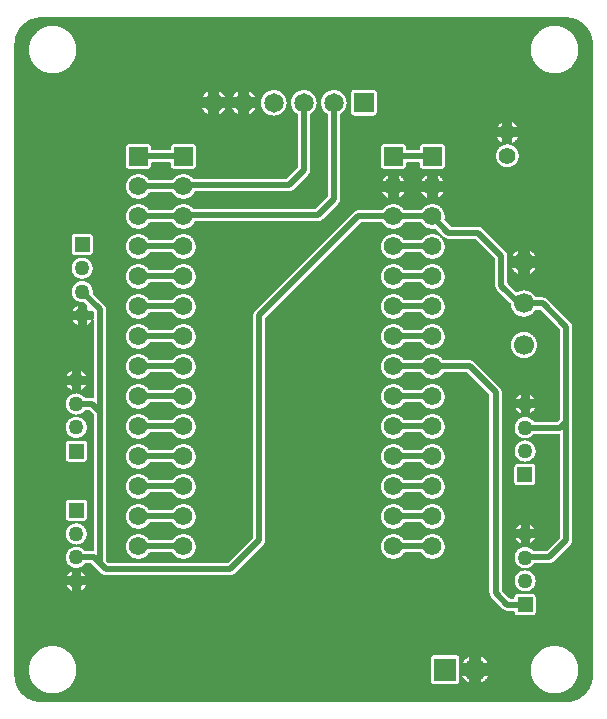
<source format=gbl>
G04 Layer: BottomLayer*
G04 EasyEDA v6.1.49, Tue, 11 Jun 2019 08:39:05 GMT*
G04 95c1c70a206543ea8c01bf924e9efc33,195b170a8e6c43a181dcefc3e1346bee,10*
G04 Gerber Generator version 0.2*
G04 Scale: 100 percent, Rotated: No, Reflected: No *
G04 Dimensions in millimeters *
G04 leading zeros omitted , absolute positions ,3 integer and 3 decimal *
%FSLAX33Y33*%
%MOMM*%
G90*
G71D02*

%ADD11C,0.509999*%
%ADD13C,0.508000*%
%ADD18C,1.270000*%
%ADD20C,1.574800*%
%ADD22C,1.651000*%
%ADD23C,1.699260*%
%ADD24C,1.422400*%
%ADD25C,1.519987*%
%ADD26R,1.519987X1.519987*%
%ADD27R,1.899996X1.899996*%
%ADD28C,1.899996*%

%LPD*%
G36*
G01X47011Y58230D02*
G01X2492Y58230D01*
G01X2423Y58229D01*
G01X2355Y58226D01*
G01X2287Y58220D01*
G01X2218Y58212D01*
G01X2151Y58203D01*
G01X2083Y58191D01*
G01X2016Y58177D01*
G01X1949Y58161D01*
G01X1883Y58143D01*
G01X1817Y58123D01*
G01X1753Y58102D01*
G01X1688Y58078D01*
G01X1625Y58052D01*
G01X1562Y58024D01*
G01X1500Y57994D01*
G01X1440Y57962D01*
G01X1380Y57929D01*
G01X1321Y57894D01*
G01X1263Y57857D01*
G01X1207Y57818D01*
G01X1152Y57777D01*
G01X1098Y57735D01*
G01X1045Y57691D01*
G01X994Y57645D01*
G01X944Y57598D01*
G01X895Y57550D01*
G01X849Y57500D01*
G01X803Y57448D01*
G01X760Y57396D01*
G01X717Y57341D01*
G01X677Y57286D01*
G01X638Y57229D01*
G01X601Y57172D01*
G01X566Y57113D01*
G01X533Y57053D01*
G01X502Y56992D01*
G01X472Y56930D01*
G01X444Y56867D01*
G01X419Y56804D01*
G01X395Y56739D01*
G01X373Y56674D01*
G01X354Y56609D01*
G01X336Y56543D01*
G01X320Y56476D01*
G01X307Y56409D01*
G01X295Y56341D01*
G01X286Y56273D01*
G01X278Y56205D01*
G01X273Y56137D01*
G01X270Y56068D01*
G01X269Y56000D01*
G01X269Y2499D01*
G01X270Y2431D01*
G01X273Y2363D01*
G01X278Y2295D01*
G01X286Y2227D01*
G01X295Y2160D01*
G01X306Y2093D01*
G01X320Y2026D01*
G01X335Y1959D01*
G01X353Y1893D01*
G01X372Y1828D01*
G01X394Y1763D01*
G01X417Y1699D01*
G01X443Y1636D01*
G01X470Y1574D01*
G01X499Y1512D01*
G01X530Y1451D01*
G01X563Y1392D01*
G01X598Y1333D01*
G01X635Y1275D01*
G01X673Y1219D01*
G01X713Y1164D01*
G01X755Y1110D01*
G01X798Y1057D01*
G01X843Y1006D01*
G01X889Y956D01*
G01X937Y907D01*
G01X987Y860D01*
G01X1038Y815D01*
G01X1090Y771D01*
G01X1143Y729D01*
G01X1198Y688D01*
G01X1254Y649D01*
G01X1311Y612D01*
G01X1369Y576D01*
G01X1429Y543D01*
G01X1489Y511D01*
G01X1550Y481D01*
G01X1612Y453D01*
G01X1675Y427D01*
G01X1739Y402D01*
G01X1804Y380D01*
G01X1869Y360D01*
G01X1934Y342D01*
G01X2001Y325D01*
G01X2067Y311D01*
G01X2134Y299D01*
G01X2202Y289D01*
G01X2270Y281D01*
G01X2338Y275D01*
G01X2406Y271D01*
G01X2474Y269D01*
G01X2482Y269D01*
G01X2500Y270D01*
G01X46999Y270D01*
G01X47018Y269D01*
G01X47027Y269D01*
G01X47095Y271D01*
G01X47163Y275D01*
G01X47231Y281D01*
G01X47299Y289D01*
G01X47366Y299D01*
G01X47433Y311D01*
G01X47500Y326D01*
G01X47566Y342D01*
G01X47632Y360D01*
G01X47697Y381D01*
G01X47761Y403D01*
G01X47825Y427D01*
G01X47888Y453D01*
G01X47950Y481D01*
G01X48011Y511D01*
G01X48071Y543D01*
G01X48131Y577D01*
G01X48189Y612D01*
G01X48246Y650D01*
G01X48302Y689D01*
G01X48357Y729D01*
G01X48410Y771D01*
G01X48462Y815D01*
G01X48513Y861D01*
G01X48562Y908D01*
G01X48610Y956D01*
G01X48657Y1006D01*
G01X48702Y1058D01*
G01X48745Y1110D01*
G01X48786Y1164D01*
G01X48826Y1220D01*
G01X48865Y1276D01*
G01X48901Y1334D01*
G01X48936Y1392D01*
G01X48969Y1452D01*
G01X49000Y1513D01*
G01X49029Y1574D01*
G01X49057Y1637D01*
G01X49082Y1700D01*
G01X49105Y1764D01*
G01X49127Y1828D01*
G01X49146Y1894D01*
G01X49164Y1960D01*
G01X49179Y2026D01*
G01X49193Y2093D01*
G01X49204Y2160D01*
G01X49214Y2228D01*
G01X49221Y2295D01*
G01X49226Y2363D01*
G01X49229Y2431D01*
G01X49230Y2500D01*
G01X49230Y56009D01*
G01X49229Y56077D01*
G01X49226Y56145D01*
G01X49220Y56214D01*
G01X49212Y56281D01*
G01X49203Y56349D01*
G01X49191Y56416D01*
G01X49177Y56483D01*
G01X49161Y56550D01*
G01X49144Y56615D01*
G01X49124Y56681D01*
G01X49102Y56746D01*
G01X49078Y56810D01*
G01X49052Y56873D01*
G01X49025Y56935D01*
G01X48995Y56997D01*
G01X48964Y57057D01*
G01X48930Y57117D01*
G01X48895Y57176D01*
G01X48858Y57233D01*
G01X48820Y57289D01*
G01X48779Y57344D01*
G01X48737Y57398D01*
G01X48694Y57451D01*
G01X48649Y57502D01*
G01X48602Y57552D01*
G01X48553Y57600D01*
G01X48504Y57647D01*
G01X48453Y57692D01*
G01X48400Y57736D01*
G01X48346Y57778D01*
G01X48291Y57818D01*
G01X48235Y57857D01*
G01X48178Y57894D01*
G01X48119Y57929D01*
G01X48059Y57962D01*
G01X47999Y57994D01*
G01X47937Y58024D01*
G01X47875Y58051D01*
G01X47812Y58077D01*
G01X47748Y58101D01*
G01X47683Y58123D01*
G01X47618Y58143D01*
G01X47552Y58161D01*
G01X47486Y58177D01*
G01X47419Y58191D01*
G01X47351Y58202D01*
G01X47284Y58212D01*
G01X47216Y58220D01*
G01X47148Y58225D01*
G01X47080Y58229D01*
G01X47011Y58230D01*
G37*

%LPC*%
G36*
G01X32393Y42412D02*
G01X32345Y42414D01*
G01X32298Y42412D01*
G01X32250Y42409D01*
G01X32203Y42404D01*
G01X32156Y42396D01*
G01X32109Y42386D01*
G01X32063Y42375D01*
G01X32017Y42361D01*
G01X31972Y42344D01*
G01X31928Y42326D01*
G01X31885Y42306D01*
G01X31842Y42284D01*
G01X31801Y42260D01*
G01X31761Y42234D01*
G01X31722Y42207D01*
G01X31684Y42177D01*
G01X31648Y42146D01*
G01X31613Y42114D01*
G01X31580Y42079D01*
G01X31548Y42044D01*
G01X31518Y42007D01*
G01X31490Y41968D01*
G01X31464Y41928D01*
G01X31455Y41917D01*
G01X31445Y41906D01*
G01X31433Y41897D01*
G01X31420Y41890D01*
G01X31407Y41885D01*
G01X31392Y41882D01*
G01X31378Y41881D01*
G01X29369Y41881D01*
G01X29336Y41880D01*
G01X29303Y41877D01*
G01X29270Y41871D01*
G01X29237Y41864D01*
G01X29205Y41854D01*
G01X29174Y41842D01*
G01X29143Y41828D01*
G01X29114Y41813D01*
G01X29085Y41795D01*
G01X29058Y41775D01*
G01X29032Y41754D01*
G01X29008Y41731D01*
G01X20638Y33361D01*
G01X20615Y33337D01*
G01X20594Y33311D01*
G01X20574Y33284D01*
G01X20556Y33255D01*
G01X20541Y33226D01*
G01X20527Y33195D01*
G01X20515Y33164D01*
G01X20505Y33132D01*
G01X20498Y33099D01*
G01X20492Y33066D01*
G01X20489Y33033D01*
G01X20488Y33000D01*
G01X20488Y14254D01*
G01X20487Y14238D01*
G01X20483Y14222D01*
G01X20477Y14207D01*
G01X20468Y14194D01*
G01X20458Y14182D01*
G01X18317Y12041D01*
G01X18305Y12031D01*
G01X18292Y12022D01*
G01X18277Y12016D01*
G01X18261Y12013D01*
G01X18245Y12011D01*
G01X8253Y12011D01*
G01X8237Y12013D01*
G01X8222Y12016D01*
G01X8207Y12022D01*
G01X8194Y12031D01*
G01X8181Y12041D01*
G01X8041Y12182D01*
G01X8030Y12194D01*
G01X8022Y12207D01*
G01X8016Y12222D01*
G01X8012Y12238D01*
G01X8011Y12254D01*
G01X8011Y33509D01*
G01X8010Y33542D01*
G01X8007Y33576D01*
G01X8001Y33609D01*
G01X7994Y33641D01*
G01X7984Y33673D01*
G01X7972Y33705D01*
G01X7958Y33735D01*
G01X7943Y33765D01*
G01X7925Y33793D01*
G01X7905Y33820D01*
G01X7884Y33846D01*
G01X7861Y33871D01*
G01X6914Y34818D01*
G01X6903Y34830D01*
G01X6895Y34844D01*
G01X6889Y34859D01*
G01X6885Y34874D01*
G01X6884Y34890D01*
G01X6885Y34902D01*
G01X6890Y34955D01*
G01X6891Y35009D01*
G01X6890Y35052D01*
G01X6887Y35095D01*
G01X6882Y35138D01*
G01X6874Y35180D01*
G01X6865Y35222D01*
G01X6854Y35264D01*
G01X6841Y35305D01*
G01X6825Y35345D01*
G01X6808Y35385D01*
G01X6789Y35424D01*
G01X6768Y35461D01*
G01X6745Y35498D01*
G01X6721Y35533D01*
G01X6694Y35568D01*
G01X6667Y35600D01*
G01X6637Y35632D01*
G01X6606Y35662D01*
G01X6574Y35691D01*
G01X6540Y35718D01*
G01X6506Y35743D01*
G01X6470Y35767D01*
G01X6432Y35788D01*
G01X6394Y35808D01*
G01X6355Y35827D01*
G01X6315Y35843D01*
G01X6274Y35857D01*
G01X6233Y35869D01*
G01X6191Y35880D01*
G01X6149Y35888D01*
G01X6106Y35894D01*
G01X6063Y35898D01*
G01X6046Y35901D01*
G01X6029Y35907D01*
G01X6013Y35916D01*
G01X6000Y35927D01*
G01X5986Y35916D01*
G01X5970Y35907D01*
G01X5953Y35901D01*
G01X5936Y35898D01*
G01X5893Y35894D01*
G01X5850Y35888D01*
G01X5808Y35880D01*
G01X5766Y35869D01*
G01X5725Y35857D01*
G01X5684Y35843D01*
G01X5644Y35827D01*
G01X5605Y35808D01*
G01X5567Y35788D01*
G01X5530Y35767D01*
G01X5494Y35743D01*
G01X5459Y35718D01*
G01X5425Y35691D01*
G01X5393Y35662D01*
G01X5362Y35632D01*
G01X5333Y35600D01*
G01X5305Y35568D01*
G01X5279Y35533D01*
G01X5254Y35498D01*
G01X5231Y35461D01*
G01X5210Y35424D01*
G01X5191Y35385D01*
G01X5174Y35345D01*
G01X5159Y35305D01*
G01X5145Y35264D01*
G01X5134Y35222D01*
G01X5125Y35180D01*
G01X5117Y35138D01*
G01X5112Y35095D01*
G01X5109Y35052D01*
G01X5108Y35009D01*
G01X5109Y34965D01*
G01X5112Y34922D01*
G01X5118Y34878D01*
G01X5125Y34835D01*
G01X5135Y34792D01*
G01X5146Y34750D01*
G01X5160Y34709D01*
G01X5176Y34668D01*
G01X5194Y34628D01*
G01X5213Y34589D01*
G01X5235Y34551D01*
G01X5258Y34514D01*
G01X5283Y34478D01*
G01X5310Y34443D01*
G01X5339Y34410D01*
G01X5369Y34379D01*
G01X5401Y34348D01*
G01X5434Y34320D01*
G01X5468Y34293D01*
G01X5504Y34268D01*
G01X5541Y34244D01*
G01X5579Y34223D01*
G01X5618Y34203D01*
G01X5658Y34185D01*
G01X5699Y34170D01*
G01X5741Y34156D01*
G01X5783Y34144D01*
G01X5826Y34135D01*
G01X5869Y34127D01*
G01X5912Y34122D01*
G01X5956Y34118D01*
G01X6000Y34117D01*
G01X6053Y34119D01*
G01X6106Y34124D01*
G01X6118Y34125D01*
G01X6134Y34123D01*
G01X6150Y34120D01*
G01X6165Y34113D01*
G01X6178Y34105D01*
G01X6190Y34095D01*
G01X6351Y33934D01*
G01X6361Y33922D01*
G01X6370Y33909D01*
G01X6376Y33894D01*
G01X6379Y33878D01*
G01X6381Y33862D01*
G01X6381Y33383D01*
G01X6860Y33383D01*
G01X6876Y33382D01*
G01X6891Y33378D01*
G01X6906Y33372D01*
G01X6919Y33364D01*
G01X6932Y33354D01*
G01X6958Y33327D01*
G01X6969Y33315D01*
G01X6977Y33301D01*
G01X6983Y33286D01*
G01X6987Y33271D01*
G01X6988Y33255D01*
G01X6988Y32723D01*
G01X6987Y32707D01*
G01X6983Y32691D01*
G01X6976Y32676D01*
G01X6967Y32662D01*
G01X6956Y32649D01*
G01X6944Y32639D01*
G01X6956Y32629D01*
G01X6967Y32616D01*
G01X6976Y32603D01*
G01X6983Y32588D01*
G01X6987Y32572D01*
G01X6988Y32555D01*
G01X6988Y26099D01*
G01X6987Y26085D01*
G01X6984Y26071D01*
G01X6979Y26057D01*
G01X6972Y26044D01*
G01X6963Y26033D01*
G01X6953Y26022D01*
G01X6941Y26014D01*
G01X6929Y26007D01*
G01X6915Y26002D01*
G01X6901Y25999D01*
G01X6886Y25998D01*
G01X6874Y25998D01*
G01X6814Y26002D01*
G01X6281Y26002D01*
G01X6266Y26003D01*
G01X6251Y26006D01*
G01X6236Y26012D01*
G01X6223Y26020D01*
G01X6211Y26029D01*
G01X6201Y26041D01*
G01X6172Y26075D01*
G01X6142Y26108D01*
G01X6110Y26140D01*
G01X6077Y26170D01*
G01X6042Y26198D01*
G01X6006Y26224D01*
G01X5968Y26249D01*
G01X5929Y26271D01*
G01X5889Y26292D01*
G01X5849Y26311D01*
G01X5807Y26327D01*
G01X5764Y26342D01*
G01X5721Y26354D01*
G01X5678Y26364D01*
G01X5634Y26372D01*
G01X5589Y26377D01*
G01X5544Y26381D01*
G01X5499Y26382D01*
G01X5456Y26381D01*
G01X5412Y26378D01*
G01X5369Y26372D01*
G01X5326Y26365D01*
G01X5283Y26355D01*
G01X5241Y26343D01*
G01X5199Y26330D01*
G01X5158Y26314D01*
G01X5118Y26296D01*
G01X5079Y26277D01*
G01X5041Y26255D01*
G01X5004Y26232D01*
G01X4968Y26206D01*
G01X4934Y26179D01*
G01X4901Y26151D01*
G01X4869Y26121D01*
G01X4839Y26089D01*
G01X4810Y26056D01*
G01X4783Y26021D01*
G01X4758Y25986D01*
G01X4735Y25949D01*
G01X4713Y25911D01*
G01X4694Y25871D01*
G01X4676Y25831D01*
G01X4660Y25791D01*
G01X4646Y25749D01*
G01X4635Y25707D01*
G01X4625Y25664D01*
G01X4618Y25621D01*
G01X4612Y25578D01*
G01X4609Y25534D01*
G01X4608Y25490D01*
G01X4609Y25447D01*
G01X4612Y25404D01*
G01X4617Y25361D01*
G01X4625Y25319D01*
G01X4634Y25277D01*
G01X4645Y25235D01*
G01X4659Y25194D01*
G01X4674Y25154D01*
G01X4691Y25114D01*
G01X4710Y25076D01*
G01X4731Y25038D01*
G01X4754Y25001D01*
G01X4778Y24966D01*
G01X4805Y24932D01*
G01X4832Y24899D01*
G01X4862Y24867D01*
G01X4893Y24837D01*
G01X4925Y24809D01*
G01X4959Y24782D01*
G01X4993Y24756D01*
G01X5030Y24733D01*
G01X5067Y24711D01*
G01X5105Y24691D01*
G01X5144Y24673D01*
G01X5184Y24656D01*
G01X5225Y24642D01*
G01X5266Y24630D01*
G01X5308Y24620D01*
G01X5350Y24611D01*
G01X5393Y24605D01*
G01X5436Y24601D01*
G01X5453Y24598D01*
G01X5470Y24592D01*
G01X5486Y24584D01*
G01X5499Y24572D01*
G01X5513Y24584D01*
G01X5529Y24592D01*
G01X5546Y24598D01*
G01X5563Y24601D01*
G01X5607Y24605D01*
G01X5650Y24612D01*
G01X5693Y24620D01*
G01X5735Y24631D01*
G01X5777Y24643D01*
G01X5818Y24658D01*
G01X5859Y24674D01*
G01X5898Y24693D01*
G01X5937Y24714D01*
G01X5975Y24736D01*
G01X6011Y24760D01*
G01X6046Y24786D01*
G01X6080Y24814D01*
G01X6112Y24843D01*
G01X6143Y24874D01*
G01X6173Y24906D01*
G01X6201Y24940D01*
G01X6211Y24951D01*
G01X6223Y24961D01*
G01X6236Y24968D01*
G01X6250Y24974D01*
G01X6265Y24978D01*
G01X6281Y24979D01*
G01X6560Y24979D01*
G01X6576Y24977D01*
G01X6592Y24974D01*
G01X6607Y24968D01*
G01X6620Y24959D01*
G01X6632Y24949D01*
G01X6958Y24623D01*
G01X6969Y24611D01*
G01X6977Y24597D01*
G01X6983Y24583D01*
G01X6987Y24567D01*
G01X6988Y24551D01*
G01X6988Y13123D01*
G01X6987Y13109D01*
G01X6984Y13095D01*
G01X6979Y13081D01*
G01X6972Y13068D01*
G01X6963Y13057D01*
G01X6953Y13046D01*
G01X6941Y13038D01*
G01X6929Y13031D01*
G01X6915Y13026D01*
G01X6901Y13023D01*
G01X6886Y13022D01*
G01X6281Y13022D01*
G01X6266Y13023D01*
G01X6251Y13026D01*
G01X6237Y13032D01*
G01X6224Y13040D01*
G01X6212Y13049D01*
G01X6202Y13061D01*
G01X6174Y13094D01*
G01X6144Y13127D01*
G01X6113Y13157D01*
G01X6081Y13187D01*
G01X6047Y13214D01*
G01X6012Y13240D01*
G01X5975Y13265D01*
G01X5938Y13287D01*
G01X5899Y13307D01*
G01X5860Y13326D01*
G01X5819Y13343D01*
G01X5778Y13357D01*
G01X5736Y13370D01*
G01X5694Y13380D01*
G01X5651Y13389D01*
G01X5607Y13395D01*
G01X5564Y13399D01*
G01X5546Y13402D01*
G01X5530Y13408D01*
G01X5514Y13417D01*
G01X5500Y13428D01*
G01X5486Y13417D01*
G01X5471Y13408D01*
G01X5454Y13402D01*
G01X5437Y13399D01*
G01X5394Y13395D01*
G01X5351Y13389D01*
G01X5309Y13381D01*
G01X5267Y13371D01*
G01X5225Y13358D01*
G01X5185Y13344D01*
G01X5145Y13328D01*
G01X5106Y13310D01*
G01X5067Y13290D01*
G01X5030Y13268D01*
G01X4994Y13244D01*
G01X4959Y13219D01*
G01X4926Y13192D01*
G01X4893Y13163D01*
G01X4863Y13133D01*
G01X4833Y13102D01*
G01X4805Y13069D01*
G01X4779Y13034D01*
G01X4755Y12999D01*
G01X4732Y12962D01*
G01X4711Y12925D01*
G01X4692Y12886D01*
G01X4675Y12847D01*
G01X4659Y12806D01*
G01X4646Y12765D01*
G01X4635Y12724D01*
G01X4625Y12682D01*
G01X4618Y12639D01*
G01X4613Y12596D01*
G01X4610Y12553D01*
G01X4609Y12510D01*
G01X4610Y12466D01*
G01X4613Y12423D01*
G01X4618Y12379D01*
G01X4626Y12336D01*
G01X4635Y12294D01*
G01X4647Y12251D01*
G01X4661Y12210D01*
G01X4677Y12169D01*
G01X4694Y12129D01*
G01X4714Y12090D01*
G01X4736Y12052D01*
G01X4759Y12015D01*
G01X4784Y11979D01*
G01X4811Y11945D01*
G01X4840Y11911D01*
G01X4870Y11880D01*
G01X4902Y11850D01*
G01X4935Y11821D01*
G01X4969Y11794D01*
G01X5005Y11769D01*
G01X5042Y11745D01*
G01X5080Y11724D01*
G01X5119Y11704D01*
G01X5159Y11686D01*
G01X5200Y11671D01*
G01X5241Y11657D01*
G01X5284Y11645D01*
G01X5326Y11636D01*
G01X5369Y11628D01*
G01X5413Y11623D01*
G01X5456Y11620D01*
G01X5500Y11619D01*
G01X5545Y11620D01*
G01X5590Y11623D01*
G01X5634Y11629D01*
G01X5678Y11637D01*
G01X5722Y11647D01*
G01X5765Y11659D01*
G01X5808Y11673D01*
G01X5849Y11690D01*
G01X5890Y11708D01*
G01X5930Y11729D01*
G01X5969Y11752D01*
G01X6006Y11776D01*
G01X6043Y11803D01*
G01X6077Y11831D01*
G01X6111Y11861D01*
G01X6143Y11892D01*
G01X6173Y11925D01*
G01X6202Y11960D01*
G01X6212Y11971D01*
G01X6224Y11981D01*
G01X6237Y11988D01*
G01X6251Y11994D01*
G01X6266Y11997D01*
G01X6281Y11999D01*
G01X6735Y11999D01*
G01X6751Y11997D01*
G01X6766Y11994D01*
G01X6781Y11988D01*
G01X6794Y11979D01*
G01X6807Y11969D01*
G01X7638Y11138D01*
G01X7662Y11115D01*
G01X7688Y11093D01*
G01X7715Y11074D01*
G01X7744Y11056D01*
G01X7773Y11040D01*
G01X7804Y11027D01*
G01X7835Y11015D01*
G01X7867Y11005D01*
G01X7900Y10998D01*
G01X7933Y10992D01*
G01X7966Y10989D01*
G01X8000Y10988D01*
G01X18499Y10988D01*
G01X18533Y10989D01*
G01X18566Y10993D01*
G01X18599Y10998D01*
G01X18632Y11006D01*
G01X18664Y11015D01*
G01X18695Y11027D01*
G01X18726Y11041D01*
G01X18755Y11057D01*
G01X18784Y11074D01*
G01X18811Y11094D01*
G01X18837Y11115D01*
G01X18861Y11138D01*
G01X21361Y13638D01*
G01X21384Y13662D01*
G01X21405Y13688D01*
G01X21425Y13715D01*
G01X21442Y13744D01*
G01X21458Y13773D01*
G01X21472Y13804D01*
G01X21484Y13835D01*
G01X21493Y13867D01*
G01X21501Y13900D01*
G01X21506Y13933D01*
G01X21510Y13966D01*
G01X21511Y14000D01*
G01X21511Y32746D01*
G01X21512Y32762D01*
G01X21516Y32777D01*
G01X21522Y32792D01*
G01X21530Y32805D01*
G01X21541Y32817D01*
G01X29552Y40828D01*
G01X29564Y40839D01*
G01X29577Y40847D01*
G01X29592Y40853D01*
G01X29607Y40857D01*
G01X29623Y40858D01*
G01X31378Y40858D01*
G01X31392Y40857D01*
G01X31407Y40854D01*
G01X31420Y40849D01*
G01X31433Y40842D01*
G01X31445Y40833D01*
G01X31455Y40823D01*
G01X31464Y40811D01*
G01X31490Y40771D01*
G01X31518Y40733D01*
G01X31548Y40696D01*
G01X31580Y40660D01*
G01X31613Y40626D01*
G01X31648Y40593D01*
G01X31684Y40562D01*
G01X31722Y40532D01*
G01X31761Y40505D01*
G01X31801Y40479D01*
G01X31842Y40455D01*
G01X31885Y40433D01*
G01X31928Y40413D01*
G01X31972Y40395D01*
G01X32017Y40379D01*
G01X32063Y40365D01*
G01X32109Y40353D01*
G01X32156Y40343D01*
G01X32203Y40335D01*
G01X32250Y40330D01*
G01X32298Y40327D01*
G01X32345Y40326D01*
G01X32393Y40327D01*
G01X32441Y40330D01*
G01X32488Y40336D01*
G01X32536Y40343D01*
G01X32582Y40353D01*
G01X32629Y40365D01*
G01X32674Y40379D01*
G01X32719Y40395D01*
G01X32763Y40413D01*
G01X32807Y40433D01*
G01X32849Y40455D01*
G01X32891Y40479D01*
G01X32931Y40505D01*
G01X32970Y40533D01*
G01X33007Y40562D01*
G01X33044Y40593D01*
G01X33078Y40626D01*
G01X33112Y40660D01*
G01X33143Y40696D01*
G01X33173Y40733D01*
G01X33201Y40772D01*
G01X33228Y40812D01*
G01X33237Y40824D01*
G01X33247Y40834D01*
G01X33258Y40843D01*
G01X33271Y40850D01*
G01X33285Y40855D01*
G01X33299Y40858D01*
G01X33314Y40859D01*
G01X34679Y40859D01*
G01X34694Y40858D01*
G01X34708Y40855D01*
G01X34722Y40850D01*
G01X34735Y40843D01*
G01X34746Y40834D01*
G01X34756Y40824D01*
G01X34765Y40812D01*
G01X34792Y40772D01*
G01X34820Y40733D01*
G01X34850Y40696D01*
G01X34881Y40660D01*
G01X34915Y40626D01*
G01X34949Y40593D01*
G01X34986Y40562D01*
G01X35023Y40533D01*
G01X35062Y40505D01*
G01X35102Y40479D01*
G01X35144Y40455D01*
G01X35186Y40433D01*
G01X35229Y40413D01*
G01X35274Y40395D01*
G01X35319Y40379D01*
G01X35364Y40365D01*
G01X35411Y40353D01*
G01X35457Y40343D01*
G01X35505Y40336D01*
G01X35552Y40330D01*
G01X35600Y40327D01*
G01X35647Y40326D01*
G01X35694Y40327D01*
G01X35739Y40330D01*
G01X35785Y40335D01*
G01X35831Y40342D01*
G01X35876Y40351D01*
G01X35898Y40353D01*
G01X35914Y40352D01*
G01X35930Y40348D01*
G01X35944Y40342D01*
G01X35958Y40334D01*
G01X35970Y40324D01*
G01X36656Y39638D01*
G01X36680Y39615D01*
G01X36706Y39594D01*
G01X36733Y39574D01*
G01X36762Y39557D01*
G01X36791Y39541D01*
G01X36822Y39527D01*
G01X36853Y39515D01*
G01X36885Y39506D01*
G01X36918Y39498D01*
G01X36951Y39492D01*
G01X36984Y39489D01*
G01X37017Y39488D01*
G01X39246Y39488D01*
G01X39261Y39487D01*
G01X39277Y39483D01*
G01X39292Y39477D01*
G01X39305Y39469D01*
G01X39317Y39458D01*
G01X40958Y37817D01*
G01X40969Y37805D01*
G01X40977Y37792D01*
G01X40983Y37777D01*
G01X40987Y37762D01*
G01X40988Y37746D01*
G01X40988Y35500D01*
G01X40989Y35466D01*
G01X40992Y35433D01*
G01X40998Y35400D01*
G01X41005Y35367D01*
G01X41015Y35335D01*
G01X41027Y35304D01*
G01X41041Y35273D01*
G01X41056Y35244D01*
G01X41074Y35215D01*
G01X41094Y35188D01*
G01X41115Y35162D01*
G01X41138Y35138D01*
G01X42262Y34013D01*
G01X42272Y34002D01*
G01X42280Y33989D01*
G01X42286Y33976D01*
G01X42290Y33961D01*
G01X42292Y33946D01*
G01X42295Y33898D01*
G01X42301Y33850D01*
G01X42308Y33803D01*
G01X42318Y33756D01*
G01X42329Y33709D01*
G01X42343Y33663D01*
G01X42359Y33617D01*
G01X42376Y33572D01*
G01X42396Y33528D01*
G01X42417Y33485D01*
G01X42440Y33443D01*
G01X42466Y33402D01*
G01X42492Y33362D01*
G01X42521Y33323D01*
G01X42551Y33286D01*
G01X42583Y33250D01*
G01X42616Y33215D01*
G01X42651Y33182D01*
G01X42687Y33150D01*
G01X42725Y33120D01*
G01X42764Y33091D01*
G01X42804Y33065D01*
G01X42845Y33040D01*
G01X42887Y33017D01*
G01X42931Y32996D01*
G01X42975Y32976D01*
G01X43020Y32959D01*
G01X43065Y32943D01*
G01X43111Y32930D01*
G01X43158Y32918D01*
G01X43205Y32909D01*
G01X43253Y32902D01*
G01X43301Y32897D01*
G01X43349Y32893D01*
G01X43397Y32892D01*
G01X43445Y32893D01*
G01X43493Y32897D01*
G01X43540Y32902D01*
G01X43587Y32909D01*
G01X43634Y32918D01*
G01X43681Y32929D01*
G01X43727Y32943D01*
G01X43772Y32958D01*
G01X43817Y32975D01*
G01X43861Y32994D01*
G01X43904Y33015D01*
G01X43946Y33038D01*
G01X43987Y33063D01*
G01X44027Y33089D01*
G01X44066Y33117D01*
G01X44103Y33147D01*
G01X44139Y33178D01*
G01X44174Y33211D01*
G01X44207Y33246D01*
G01X44239Y33281D01*
G01X44269Y33318D01*
G01X44298Y33357D01*
G01X44325Y33396D01*
G01X44350Y33437D01*
G01X44359Y33449D01*
G01X44369Y33460D01*
G01X44381Y33470D01*
G01X44394Y33477D01*
G01X44408Y33483D01*
G01X44423Y33486D01*
G01X44438Y33487D01*
G01X44746Y33487D01*
G01X44762Y33486D01*
G01X44778Y33482D01*
G01X44792Y33476D01*
G01X44806Y33468D01*
G01X44818Y33457D01*
G01X46458Y31817D01*
G01X46468Y31805D01*
G01X46477Y31792D01*
G01X46483Y31777D01*
G01X46486Y31761D01*
G01X46488Y31746D01*
G01X46488Y24253D01*
G01X46486Y24237D01*
G01X46483Y24222D01*
G01X46477Y24207D01*
G01X46468Y24193D01*
G01X46458Y24181D01*
G01X46309Y24032D01*
G01X46296Y24022D01*
G01X46283Y24013D01*
G01X46268Y24007D01*
G01X46253Y24003D01*
G01X46237Y24002D01*
G01X44280Y24002D01*
G01X44265Y24003D01*
G01X44250Y24007D01*
G01X44235Y24012D01*
G01X44222Y24020D01*
G01X44210Y24030D01*
G01X44200Y24041D01*
G01X44171Y24076D01*
G01X44141Y24109D01*
G01X44109Y24140D01*
G01X44076Y24170D01*
G01X44041Y24198D01*
G01X44005Y24225D01*
G01X43967Y24249D01*
G01X43928Y24272D01*
G01X43889Y24292D01*
G01X43848Y24311D01*
G01X43806Y24327D01*
G01X43764Y24342D01*
G01X43720Y24354D01*
G01X43677Y24364D01*
G01X43633Y24372D01*
G01X43588Y24378D01*
G01X43543Y24381D01*
G01X43499Y24382D01*
G01X43455Y24381D01*
G01X43411Y24378D01*
G01X43368Y24372D01*
G01X43325Y24365D01*
G01X43282Y24355D01*
G01X43240Y24344D01*
G01X43198Y24330D01*
G01X43157Y24314D01*
G01X43117Y24297D01*
G01X43078Y24277D01*
G01X43040Y24255D01*
G01X43003Y24232D01*
G01X42968Y24207D01*
G01X42933Y24180D01*
G01X42900Y24151D01*
G01X42868Y24121D01*
G01X42838Y24089D01*
G01X42809Y24056D01*
G01X42783Y24022D01*
G01X42757Y23986D01*
G01X42734Y23949D01*
G01X42712Y23911D01*
G01X42693Y23872D01*
G01X42675Y23832D01*
G01X42659Y23791D01*
G01X42645Y23749D01*
G01X42634Y23707D01*
G01X42624Y23664D01*
G01X42617Y23621D01*
G01X42611Y23578D01*
G01X42608Y23534D01*
G01X42607Y23491D01*
G01X42608Y23447D01*
G01X42611Y23404D01*
G01X42616Y23362D01*
G01X42624Y23319D01*
G01X42633Y23277D01*
G01X42644Y23235D01*
G01X42658Y23194D01*
G01X42673Y23154D01*
G01X42690Y23115D01*
G01X42709Y23076D01*
G01X42730Y23038D01*
G01X42753Y23002D01*
G01X42778Y22966D01*
G01X42804Y22932D01*
G01X42832Y22899D01*
G01X42861Y22867D01*
G01X42892Y22837D01*
G01X42924Y22809D01*
G01X42958Y22782D01*
G01X42993Y22757D01*
G01X43029Y22733D01*
G01X43066Y22711D01*
G01X43104Y22691D01*
G01X43143Y22673D01*
G01X43183Y22657D01*
G01X43224Y22642D01*
G01X43265Y22630D01*
G01X43307Y22620D01*
G01X43349Y22612D01*
G01X43392Y22605D01*
G01X43435Y22601D01*
G01X43452Y22598D01*
G01X43469Y22593D01*
G01X43485Y22584D01*
G01X43499Y22573D01*
G01X43512Y22584D01*
G01X43528Y22593D01*
G01X43545Y22598D01*
G01X43562Y22601D01*
G01X43606Y22605D01*
G01X43649Y22612D01*
G01X43692Y22620D01*
G01X43734Y22631D01*
G01X43776Y22643D01*
G01X43818Y22658D01*
G01X43858Y22675D01*
G01X43898Y22693D01*
G01X43936Y22714D01*
G01X43974Y22736D01*
G01X44010Y22760D01*
G01X44045Y22786D01*
G01X44079Y22814D01*
G01X44112Y22843D01*
G01X44143Y22874D01*
G01X44172Y22906D01*
G01X44200Y22940D01*
G01X44210Y22951D01*
G01X44222Y22961D01*
G01X44235Y22969D01*
G01X44250Y22974D01*
G01X44265Y22978D01*
G01X44280Y22979D01*
G01X46386Y22979D01*
G01X46401Y22978D01*
G01X46415Y22975D01*
G01X46428Y22970D01*
G01X46441Y22963D01*
G01X46453Y22954D01*
G01X46463Y22944D01*
G01X46472Y22932D01*
G01X46479Y22920D01*
G01X46484Y22906D01*
G01X46487Y22892D01*
G01X46488Y22877D01*
G01X46488Y14254D01*
G01X46486Y14238D01*
G01X46483Y14222D01*
G01X46477Y14207D01*
G01X46468Y14194D01*
G01X46458Y14182D01*
G01X45317Y13041D01*
G01X45305Y13031D01*
G01X45292Y13022D01*
G01X45277Y13016D01*
G01X45261Y13013D01*
G01X45245Y13011D01*
G01X44274Y13011D01*
G01X44259Y13012D01*
G01X44244Y13016D01*
G01X44230Y13021D01*
G01X44217Y13029D01*
G01X44205Y13038D01*
G01X44195Y13049D01*
G01X44166Y13083D01*
G01X44136Y13116D01*
G01X44104Y13147D01*
G01X44071Y13176D01*
G01X44036Y13204D01*
G01X44000Y13230D01*
G01X43963Y13254D01*
G01X43924Y13276D01*
G01X43885Y13296D01*
G01X43844Y13314D01*
G01X43803Y13330D01*
G01X43761Y13344D01*
G01X43718Y13356D01*
G01X43675Y13366D01*
G01X43631Y13374D01*
G01X43587Y13379D01*
G01X43543Y13383D01*
G01X43499Y13384D01*
G01X43455Y13383D01*
G01X43411Y13380D01*
G01X43368Y13374D01*
G01X43325Y13367D01*
G01X43282Y13357D01*
G01X43240Y13346D01*
G01X43198Y13332D01*
G01X43157Y13316D01*
G01X43117Y13298D01*
G01X43078Y13279D01*
G01X43040Y13257D01*
G01X43003Y13234D01*
G01X42933Y13182D01*
G01X42900Y13153D01*
G01X42868Y13123D01*
G01X42838Y13091D01*
G01X42809Y13058D01*
G01X42757Y12988D01*
G01X42734Y12951D01*
G01X42712Y12913D01*
G01X42693Y12874D01*
G01X42675Y12834D01*
G01X42659Y12793D01*
G01X42645Y12751D01*
G01X42634Y12709D01*
G01X42624Y12666D01*
G01X42617Y12623D01*
G01X42611Y12580D01*
G01X42608Y12536D01*
G01X42607Y12492D01*
G01X42608Y12449D01*
G01X42611Y12406D01*
G01X42616Y12363D01*
G01X42624Y12321D01*
G01X42633Y12279D01*
G01X42644Y12237D01*
G01X42658Y12196D01*
G01X42673Y12156D01*
G01X42690Y12116D01*
G01X42709Y12078D01*
G01X42730Y12040D01*
G01X42753Y12004D01*
G01X42778Y11968D01*
G01X42804Y11934D01*
G01X42832Y11901D01*
G01X42861Y11869D01*
G01X42892Y11839D01*
G01X42924Y11811D01*
G01X42958Y11784D01*
G01X42993Y11758D01*
G01X43029Y11735D01*
G01X43066Y11713D01*
G01X43104Y11693D01*
G01X43143Y11675D01*
G01X43183Y11659D01*
G01X43224Y11644D01*
G01X43265Y11632D01*
G01X43307Y11622D01*
G01X43349Y11613D01*
G01X43392Y11607D01*
G01X43435Y11603D01*
G01X43452Y11600D01*
G01X43469Y11594D01*
G01X43485Y11586D01*
G01X43499Y11574D01*
G01X43512Y11586D01*
G01X43528Y11594D01*
G01X43545Y11600D01*
G01X43562Y11603D01*
G01X43606Y11607D01*
G01X43650Y11614D01*
G01X43693Y11622D01*
G01X43736Y11633D01*
G01X43779Y11646D01*
G01X43820Y11661D01*
G01X43861Y11678D01*
G01X43901Y11697D01*
G01X43940Y11718D01*
G01X43978Y11741D01*
G01X44015Y11765D01*
G01X44050Y11792D01*
G01X44084Y11820D01*
G01X44117Y11850D01*
G01X44148Y11881D01*
G01X44177Y11914D01*
G01X44205Y11949D01*
G01X44215Y11960D01*
G01X44227Y11970D01*
G01X44241Y11978D01*
G01X44255Y11984D01*
G01X44270Y11987D01*
G01X44286Y11988D01*
G01X45499Y11988D01*
G01X45533Y11989D01*
G01X45566Y11993D01*
G01X45599Y11998D01*
G01X45632Y12006D01*
G01X45664Y12015D01*
G01X45695Y12027D01*
G01X45726Y12041D01*
G01X45755Y12057D01*
G01X45784Y12074D01*
G01X45811Y12094D01*
G01X45837Y12115D01*
G01X45861Y12138D01*
G01X47361Y13638D01*
G01X47384Y13662D01*
G01X47405Y13688D01*
G01X47425Y13715D01*
G01X47442Y13744D01*
G01X47458Y13773D01*
G01X47472Y13804D01*
G01X47484Y13835D01*
G01X47493Y13867D01*
G01X47501Y13900D01*
G01X47506Y13933D01*
G01X47510Y13966D01*
G01X47511Y14000D01*
G01X47511Y32000D01*
G01X47510Y32033D01*
G01X47506Y32066D01*
G01X47501Y32099D01*
G01X47493Y32132D01*
G01X47484Y32164D01*
G01X47472Y32195D01*
G01X47458Y32226D01*
G01X47442Y32255D01*
G01X47425Y32284D01*
G01X47405Y32311D01*
G01X47384Y32337D01*
G01X47361Y32361D01*
G01X45362Y34360D01*
G01X45338Y34383D01*
G01X45312Y34404D01*
G01X45284Y34424D01*
G01X45256Y34442D01*
G01X45227Y34457D01*
G01X45196Y34471D01*
G01X45165Y34483D01*
G01X45133Y34493D01*
G01X45100Y34500D01*
G01X45067Y34506D01*
G01X45034Y34509D01*
G01X45000Y34510D01*
G01X44438Y34510D01*
G01X44423Y34511D01*
G01X44408Y34515D01*
G01X44394Y34520D01*
G01X44381Y34527D01*
G01X44369Y34537D01*
G01X44359Y34548D01*
G01X44350Y34560D01*
G01X44325Y34601D01*
G01X44298Y34640D01*
G01X44269Y34679D01*
G01X44239Y34716D01*
G01X44207Y34752D01*
G01X44174Y34786D01*
G01X44139Y34819D01*
G01X44103Y34850D01*
G01X44066Y34880D01*
G01X44027Y34908D01*
G01X43987Y34934D01*
G01X43946Y34959D01*
G01X43904Y34982D01*
G01X43861Y35003D01*
G01X43817Y35022D01*
G01X43772Y35039D01*
G01X43727Y35054D01*
G01X43681Y35068D01*
G01X43634Y35079D01*
G01X43587Y35088D01*
G01X43540Y35095D01*
G01X43493Y35101D01*
G01X43445Y35104D01*
G01X43397Y35105D01*
G01X43346Y35104D01*
G01X43295Y35100D01*
G01X43245Y35094D01*
G01X43195Y35086D01*
G01X43145Y35076D01*
G01X43095Y35063D01*
G01X43047Y35048D01*
G01X42999Y35031D01*
G01X42952Y35011D01*
G01X42906Y34990D01*
G01X42861Y34966D01*
G01X42845Y34959D01*
G01X42828Y34955D01*
G01X42811Y34953D01*
G01X42796Y34954D01*
G01X42780Y34958D01*
G01X42765Y34964D01*
G01X42752Y34973D01*
G01X42740Y34983D01*
G01X42041Y35682D01*
G01X42030Y35694D01*
G01X42022Y35707D01*
G01X42016Y35722D01*
G01X42012Y35738D01*
G01X42011Y35754D01*
G01X42011Y38000D01*
G01X42010Y38033D01*
G01X42007Y38066D01*
G01X42001Y38099D01*
G01X41994Y38132D01*
G01X41984Y38164D01*
G01X41972Y38195D01*
G01X41958Y38226D01*
G01X41942Y38255D01*
G01X41925Y38284D01*
G01X41905Y38311D01*
G01X41884Y38337D01*
G01X41861Y38361D01*
G01X39861Y40361D01*
G01X39837Y40384D01*
G01X39811Y40405D01*
G01X39784Y40425D01*
G01X39755Y40443D01*
G01X39726Y40458D01*
G01X39695Y40472D01*
G01X39664Y40484D01*
G01X39632Y40494D01*
G01X39599Y40501D01*
G01X39566Y40507D01*
G01X39533Y40510D01*
G01X39499Y40511D01*
G01X37271Y40511D01*
G01X37256Y40512D01*
G01X37240Y40516D01*
G01X37225Y40522D01*
G01X37212Y40531D01*
G01X37200Y40541D01*
G01X36693Y41047D01*
G01X36683Y41059D01*
G01X36675Y41073D01*
G01X36669Y41088D01*
G01X36665Y41103D01*
G01X36664Y41119D01*
G01X36666Y41141D01*
G01X36675Y41186D01*
G01X36682Y41232D01*
G01X36687Y41278D01*
G01X36690Y41324D01*
G01X36691Y41370D01*
G01X36690Y41416D01*
G01X36687Y41463D01*
G01X36682Y41510D01*
G01X36675Y41556D01*
G01X36665Y41602D01*
G01X36654Y41647D01*
G01X36640Y41692D01*
G01X36625Y41736D01*
G01X36607Y41780D01*
G01X36588Y41823D01*
G01X36567Y41864D01*
G01X36544Y41905D01*
G01X36519Y41945D01*
G01X36492Y41983D01*
G01X36464Y42021D01*
G01X36434Y42056D01*
G01X36402Y42091D01*
G01X36369Y42124D01*
G01X36334Y42156D01*
G01X36298Y42186D01*
G01X36261Y42214D01*
G01X36223Y42241D01*
G01X36183Y42266D01*
G01X36142Y42289D01*
G01X36100Y42310D01*
G01X36058Y42330D01*
G01X36014Y42347D01*
G01X35970Y42362D01*
G01X35925Y42376D01*
G01X35880Y42387D01*
G01X35834Y42397D01*
G01X35788Y42404D01*
G01X35741Y42409D01*
G01X35694Y42413D01*
G01X35647Y42414D01*
G01X35600Y42412D01*
G01X35552Y42409D01*
G01X35505Y42404D01*
G01X35457Y42396D01*
G01X35411Y42386D01*
G01X35364Y42374D01*
G01X35319Y42360D01*
G01X35274Y42344D01*
G01X35229Y42326D01*
G01X35186Y42306D01*
G01X35144Y42284D01*
G01X35102Y42260D01*
G01X35062Y42234D01*
G01X35023Y42206D01*
G01X34986Y42177D01*
G01X34949Y42146D01*
G01X34915Y42113D01*
G01X34881Y42079D01*
G01X34850Y42043D01*
G01X34820Y42006D01*
G01X34792Y41967D01*
G01X34765Y41927D01*
G01X34756Y41916D01*
G01X34746Y41905D01*
G01X34735Y41897D01*
G01X34722Y41889D01*
G01X34708Y41884D01*
G01X34694Y41881D01*
G01X34679Y41880D01*
G01X33314Y41880D01*
G01X33299Y41881D01*
G01X33285Y41884D01*
G01X33271Y41889D01*
G01X33258Y41897D01*
G01X33247Y41905D01*
G01X33237Y41916D01*
G01X33228Y41927D01*
G01X33201Y41967D01*
G01X33173Y42006D01*
G01X33143Y42043D01*
G01X33112Y42079D01*
G01X33078Y42113D01*
G01X33044Y42146D01*
G01X33007Y42177D01*
G01X32970Y42206D01*
G01X32931Y42234D01*
G01X32891Y42260D01*
G01X32849Y42284D01*
G01X32807Y42306D01*
G01X32763Y42326D01*
G01X32719Y42344D01*
G01X32674Y42360D01*
G01X32629Y42374D01*
G01X32582Y42386D01*
G01X32536Y42396D01*
G01X32488Y42404D01*
G01X32441Y42409D01*
G01X32393Y42412D01*
G37*
G36*
G01X32393Y29712D02*
G01X32345Y29714D01*
G01X32299Y29713D01*
G01X32252Y29709D01*
G01X32205Y29704D01*
G01X32159Y29697D01*
G01X32113Y29687D01*
G01X32068Y29676D01*
G01X32023Y29662D01*
G01X31979Y29647D01*
G01X31935Y29630D01*
G01X31893Y29610D01*
G01X31851Y29589D01*
G01X31810Y29566D01*
G01X31770Y29541D01*
G01X31732Y29514D01*
G01X31695Y29486D01*
G01X31659Y29456D01*
G01X31624Y29424D01*
G01X31591Y29391D01*
G01X31559Y29356D01*
G01X31529Y29321D01*
G01X31501Y29283D01*
G01X31474Y29245D01*
G01X31449Y29205D01*
G01X31426Y29164D01*
G01X31405Y29123D01*
G01X31386Y29080D01*
G01X31368Y29036D01*
G01X31353Y28992D01*
G01X31339Y28947D01*
G01X31328Y28902D01*
G01X31318Y28856D01*
G01X31311Y28810D01*
G01X31306Y28763D01*
G01X31303Y28716D01*
G01X31302Y28670D01*
G01X31303Y28623D01*
G01X31306Y28576D01*
G01X31311Y28529D01*
G01X31318Y28483D01*
G01X31328Y28437D01*
G01X31339Y28392D01*
G01X31353Y28347D01*
G01X31368Y28303D01*
G01X31386Y28259D01*
G01X31405Y28217D01*
G01X31426Y28175D01*
G01X31449Y28134D01*
G01X31474Y28095D01*
G01X31501Y28056D01*
G01X31529Y28019D01*
G01X31559Y27983D01*
G01X31591Y27948D01*
G01X31624Y27915D01*
G01X31659Y27883D01*
G01X31695Y27853D01*
G01X31732Y27825D01*
G01X31770Y27798D01*
G01X31810Y27773D01*
G01X31851Y27750D01*
G01X31893Y27729D01*
G01X31935Y27710D01*
G01X31979Y27692D01*
G01X32023Y27677D01*
G01X32068Y27663D01*
G01X32113Y27652D01*
G01X32159Y27642D01*
G01X32205Y27635D01*
G01X32252Y27630D01*
G01X32299Y27627D01*
G01X32345Y27626D01*
G01X32393Y27627D01*
G01X32441Y27630D01*
G01X32488Y27636D01*
G01X32536Y27643D01*
G01X32582Y27653D01*
G01X32629Y27665D01*
G01X32674Y27679D01*
G01X32719Y27695D01*
G01X32763Y27713D01*
G01X32807Y27733D01*
G01X32849Y27755D01*
G01X32891Y27779D01*
G01X32931Y27805D01*
G01X32970Y27833D01*
G01X33007Y27862D01*
G01X33044Y27893D01*
G01X33078Y27926D01*
G01X33112Y27960D01*
G01X33143Y27996D01*
G01X33173Y28033D01*
G01X33201Y28072D01*
G01X33228Y28112D01*
G01X33237Y28124D01*
G01X33247Y28134D01*
G01X33258Y28143D01*
G01X33271Y28150D01*
G01X33285Y28155D01*
G01X33299Y28158D01*
G01X33314Y28159D01*
G01X34679Y28159D01*
G01X34694Y28158D01*
G01X34708Y28155D01*
G01X34722Y28150D01*
G01X34735Y28143D01*
G01X34746Y28134D01*
G01X34756Y28124D01*
G01X34765Y28112D01*
G01X34792Y28072D01*
G01X34820Y28033D01*
G01X34850Y27996D01*
G01X34881Y27960D01*
G01X34915Y27926D01*
G01X34949Y27893D01*
G01X34986Y27862D01*
G01X35023Y27833D01*
G01X35062Y27805D01*
G01X35102Y27779D01*
G01X35144Y27755D01*
G01X35186Y27733D01*
G01X35229Y27713D01*
G01X35274Y27695D01*
G01X35319Y27679D01*
G01X35364Y27665D01*
G01X35411Y27653D01*
G01X35457Y27643D01*
G01X35505Y27636D01*
G01X35552Y27630D01*
G01X35600Y27627D01*
G01X35647Y27626D01*
G01X35695Y27627D01*
G01X35743Y27630D01*
G01X35790Y27635D01*
G01X35837Y27643D01*
G01X35884Y27653D01*
G01X35930Y27665D01*
G01X35976Y27679D01*
G01X36021Y27695D01*
G01X36065Y27713D01*
G01X36108Y27733D01*
G01X36151Y27755D01*
G01X36192Y27779D01*
G01X36232Y27805D01*
G01X36271Y27832D01*
G01X36309Y27862D01*
G01X36345Y27893D01*
G01X36380Y27926D01*
G01X36413Y27960D01*
G01X36445Y27996D01*
G01X36475Y28033D01*
G01X36503Y28071D01*
G01X36529Y28111D01*
G01X36538Y28123D01*
G01X36548Y28133D01*
G01X36560Y28142D01*
G01X36573Y28149D01*
G01X36586Y28154D01*
G01X36601Y28157D01*
G01X36615Y28158D01*
G01X38575Y28158D01*
G01X38591Y28157D01*
G01X38607Y28153D01*
G01X38621Y28147D01*
G01X38635Y28139D01*
G01X38647Y28128D01*
G01X40458Y26318D01*
G01X40468Y26305D01*
G01X40477Y26292D01*
G01X40483Y26277D01*
G01X40486Y26262D01*
G01X40488Y26246D01*
G01X40488Y9500D01*
G01X40489Y9466D01*
G01X40492Y9433D01*
G01X40498Y9400D01*
G01X40505Y9367D01*
G01X40515Y9335D01*
G01X40527Y9304D01*
G01X40540Y9273D01*
G01X40556Y9244D01*
G01X40574Y9216D01*
G01X40593Y9188D01*
G01X40615Y9162D01*
G01X40638Y9138D01*
G01X41638Y8138D01*
G01X41662Y8115D01*
G01X41688Y8094D01*
G01X41715Y8074D01*
G01X41743Y8057D01*
G01X41773Y8041D01*
G01X41804Y8027D01*
G01X41835Y8015D01*
G01X41867Y8006D01*
G01X41899Y7998D01*
G01X41932Y7993D01*
G01X41966Y7989D01*
G01X41999Y7988D01*
G01X42503Y7988D01*
G01X42517Y7987D01*
G01X42532Y7984D01*
G01X42545Y7979D01*
G01X42558Y7972D01*
G01X42569Y7963D01*
G01X42580Y7953D01*
G01X42588Y7942D01*
G01X42595Y7929D01*
G01X42600Y7915D01*
G01X42604Y7901D01*
G01X42605Y7887D01*
G01X42605Y7867D01*
G01X42606Y7843D01*
G01X42609Y7820D01*
G01X42614Y7797D01*
G01X42622Y7774D01*
G01X42631Y7753D01*
G01X42643Y7732D01*
G01X42656Y7712D01*
G01X42672Y7694D01*
G01X42688Y7677D01*
G01X42706Y7662D01*
G01X42726Y7649D01*
G01X42747Y7637D01*
G01X42768Y7628D01*
G01X42791Y7620D01*
G01X42814Y7615D01*
G01X42837Y7612D01*
G01X42861Y7610D01*
G01X44131Y7610D01*
G01X44155Y7612D01*
G01X44178Y7615D01*
G01X44201Y7620D01*
G01X44224Y7628D01*
G01X44245Y7637D01*
G01X44266Y7649D01*
G01X44286Y7662D01*
G01X44304Y7677D01*
G01X44321Y7694D01*
G01X44336Y7712D01*
G01X44349Y7732D01*
G01X44361Y7753D01*
G01X44370Y7774D01*
G01X44378Y7797D01*
G01X44383Y7820D01*
G01X44387Y7843D01*
G01X44388Y7867D01*
G01X44388Y9137D01*
G01X44387Y9161D01*
G01X44383Y9184D01*
G01X44378Y9207D01*
G01X44370Y9230D01*
G01X44361Y9251D01*
G01X44349Y9272D01*
G01X44336Y9292D01*
G01X44321Y9310D01*
G01X44304Y9327D01*
G01X44286Y9342D01*
G01X44266Y9355D01*
G01X44245Y9367D01*
G01X44224Y9376D01*
G01X44201Y9384D01*
G01X44178Y9389D01*
G01X44155Y9392D01*
G01X44131Y9394D01*
G01X42861Y9394D01*
G01X42837Y9392D01*
G01X42814Y9389D01*
G01X42791Y9384D01*
G01X42768Y9376D01*
G01X42747Y9367D01*
G01X42726Y9355D01*
G01X42706Y9342D01*
G01X42688Y9327D01*
G01X42672Y9310D01*
G01X42656Y9292D01*
G01X42643Y9272D01*
G01X42631Y9251D01*
G01X42622Y9230D01*
G01X42614Y9207D01*
G01X42609Y9184D01*
G01X42606Y9161D01*
G01X42605Y9137D01*
G01X42605Y9113D01*
G01X42604Y9098D01*
G01X42600Y9084D01*
G01X42595Y9071D01*
G01X42588Y9058D01*
G01X42580Y9046D01*
G01X42569Y9036D01*
G01X42558Y9027D01*
G01X42545Y9020D01*
G01X42532Y9015D01*
G01X42517Y9012D01*
G01X42503Y9011D01*
G01X42253Y9011D01*
G01X42237Y9013D01*
G01X42222Y9016D01*
G01X42207Y9022D01*
G01X42194Y9031D01*
G01X42181Y9041D01*
G01X41541Y9682D01*
G01X41530Y9694D01*
G01X41522Y9708D01*
G01X41516Y9722D01*
G01X41512Y9738D01*
G01X41511Y9754D01*
G01X41511Y26500D01*
G01X41510Y26533D01*
G01X41506Y26566D01*
G01X41501Y26599D01*
G01X41493Y26632D01*
G01X41484Y26664D01*
G01X41472Y26695D01*
G01X41458Y26726D01*
G01X41442Y26755D01*
G01X41425Y26784D01*
G01X41405Y26811D01*
G01X41384Y26837D01*
G01X41361Y26861D01*
G01X39191Y29031D01*
G01X39167Y29054D01*
G01X39141Y29075D01*
G01X39114Y29095D01*
G01X39085Y29113D01*
G01X39056Y29128D01*
G01X39025Y29142D01*
G01X38994Y29154D01*
G01X38962Y29164D01*
G01X38929Y29171D01*
G01X38896Y29177D01*
G01X38863Y29180D01*
G01X38829Y29181D01*
G01X36615Y29181D01*
G01X36601Y29182D01*
G01X36586Y29185D01*
G01X36573Y29190D01*
G01X36560Y29197D01*
G01X36548Y29206D01*
G01X36538Y29217D01*
G01X36529Y29228D01*
G01X36503Y29268D01*
G01X36475Y29307D01*
G01X36445Y29344D01*
G01X36413Y29379D01*
G01X36380Y29414D01*
G01X36345Y29446D01*
G01X36309Y29477D01*
G01X36271Y29507D01*
G01X36232Y29534D01*
G01X36192Y29560D01*
G01X36151Y29584D01*
G01X36108Y29606D01*
G01X36065Y29626D01*
G01X36021Y29644D01*
G01X35976Y29661D01*
G01X35930Y29675D01*
G01X35884Y29686D01*
G01X35837Y29696D01*
G01X35790Y29704D01*
G01X35743Y29709D01*
G01X35695Y29712D01*
G01X35647Y29714D01*
G01X35600Y29712D01*
G01X35552Y29709D01*
G01X35505Y29704D01*
G01X35457Y29696D01*
G01X35411Y29686D01*
G01X35364Y29674D01*
G01X35319Y29660D01*
G01X35274Y29644D01*
G01X35229Y29626D01*
G01X35186Y29606D01*
G01X35144Y29584D01*
G01X35102Y29560D01*
G01X35062Y29534D01*
G01X35023Y29506D01*
G01X34986Y29477D01*
G01X34949Y29446D01*
G01X34915Y29413D01*
G01X34881Y29379D01*
G01X34850Y29343D01*
G01X34820Y29306D01*
G01X34792Y29267D01*
G01X34765Y29227D01*
G01X34756Y29216D01*
G01X34746Y29205D01*
G01X34735Y29197D01*
G01X34722Y29189D01*
G01X34708Y29184D01*
G01X34694Y29181D01*
G01X34679Y29180D01*
G01X33314Y29180D01*
G01X33299Y29181D01*
G01X33285Y29184D01*
G01X33271Y29189D01*
G01X33258Y29197D01*
G01X33247Y29205D01*
G01X33237Y29216D01*
G01X33228Y29227D01*
G01X33201Y29267D01*
G01X33173Y29306D01*
G01X33143Y29343D01*
G01X33112Y29379D01*
G01X33078Y29413D01*
G01X33044Y29446D01*
G01X33007Y29477D01*
G01X32970Y29506D01*
G01X32931Y29534D01*
G01X32891Y29560D01*
G01X32849Y29584D01*
G01X32807Y29606D01*
G01X32763Y29626D01*
G01X32719Y29644D01*
G01X32674Y29660D01*
G01X32629Y29674D01*
G01X32582Y29686D01*
G01X32536Y29696D01*
G01X32488Y29704D01*
G01X32441Y29709D01*
G01X32393Y29712D01*
G37*
G36*
G01X27356Y52077D02*
G01X27309Y52078D01*
G01X27261Y52077D01*
G01X27214Y52074D01*
G01X27167Y52069D01*
G01X27121Y52062D01*
G01X27074Y52053D01*
G01X27029Y52041D01*
G01X26983Y52028D01*
G01X26939Y52013D01*
G01X26895Y51996D01*
G01X26851Y51977D01*
G01X26809Y51956D01*
G01X26768Y51933D01*
G01X26727Y51909D01*
G01X26688Y51883D01*
G01X26650Y51855D01*
G01X26613Y51825D01*
G01X26578Y51794D01*
G01X26544Y51761D01*
G01X26511Y51727D01*
G01X26480Y51692D01*
G01X26450Y51655D01*
G01X26422Y51617D01*
G01X26396Y51578D01*
G01X26372Y51537D01*
G01X26349Y51496D01*
G01X26328Y51454D01*
G01X26309Y51410D01*
G01X26292Y51366D01*
G01X26277Y51322D01*
G01X26263Y51276D01*
G01X26252Y51230D01*
G01X26243Y51184D01*
G01X26236Y51137D01*
G01X26231Y51091D01*
G01X26228Y51043D01*
G01X26227Y50996D01*
G01X26228Y50948D01*
G01X26231Y50900D01*
G01X26236Y50852D01*
G01X26244Y50804D01*
G01X26253Y50757D01*
G01X26265Y50710D01*
G01X26279Y50664D01*
G01X26295Y50618D01*
G01X26313Y50573D01*
G01X26333Y50529D01*
G01X26354Y50486D01*
G01X26378Y50444D01*
G01X26404Y50403D01*
G01X26431Y50363D01*
G01X26460Y50325D01*
G01X26491Y50288D01*
G01X26523Y50252D01*
G01X26557Y50218D01*
G01X26593Y50185D01*
G01X26630Y50154D01*
G01X26668Y50124D01*
G01X26707Y50097D01*
G01X26748Y50071D01*
G01X26760Y50062D01*
G01X26771Y50052D01*
G01X26780Y50040D01*
G01X26787Y50027D01*
G01X26793Y50013D01*
G01X26796Y49999D01*
G01X26797Y49984D01*
G01X26797Y43063D01*
G01X26796Y43047D01*
G01X26792Y43032D01*
G01X26786Y43017D01*
G01X26778Y43003D01*
G01X26767Y42991D01*
G01X25817Y42041D01*
G01X25805Y42031D01*
G01X25791Y42022D01*
G01X25777Y42016D01*
G01X25761Y42012D01*
G01X25745Y42011D01*
G01X15437Y42011D01*
G01X15423Y42012D01*
G01X15408Y42015D01*
G01X15395Y42021D01*
G01X15382Y42028D01*
G01X15370Y42036D01*
G01X15360Y42047D01*
G01X15328Y42082D01*
G01X15295Y42116D01*
G01X15260Y42149D01*
G01X15224Y42180D01*
G01X15187Y42209D01*
G01X15148Y42236D01*
G01X15108Y42262D01*
G01X15067Y42285D01*
G01X15024Y42307D01*
G01X14981Y42327D01*
G01X14937Y42345D01*
G01X14893Y42361D01*
G01X14847Y42375D01*
G01X14801Y42387D01*
G01X14755Y42396D01*
G01X14708Y42404D01*
G01X14660Y42409D01*
G01X14613Y42412D01*
G01X14565Y42414D01*
G01X14518Y42412D01*
G01X14470Y42409D01*
G01X14423Y42404D01*
G01X14375Y42396D01*
G01X14329Y42386D01*
G01X14282Y42374D01*
G01X14237Y42360D01*
G01X14192Y42344D01*
G01X14147Y42326D01*
G01X14104Y42306D01*
G01X14062Y42284D01*
G01X14020Y42260D01*
G01X13980Y42234D01*
G01X13941Y42206D01*
G01X13904Y42177D01*
G01X13867Y42146D01*
G01X13833Y42113D01*
G01X13799Y42079D01*
G01X13768Y42043D01*
G01X13738Y42006D01*
G01X13710Y41967D01*
G01X13683Y41927D01*
G01X13674Y41916D01*
G01X13664Y41905D01*
G01X13653Y41897D01*
G01X13640Y41889D01*
G01X13626Y41884D01*
G01X13612Y41881D01*
G01X13597Y41880D01*
G01X11724Y41880D01*
G01X11709Y41881D01*
G01X11695Y41884D01*
G01X11681Y41889D01*
G01X11668Y41897D01*
G01X11657Y41905D01*
G01X11647Y41916D01*
G01X11638Y41927D01*
G01X11611Y41967D01*
G01X11583Y42006D01*
G01X11553Y42043D01*
G01X11522Y42079D01*
G01X11488Y42113D01*
G01X11454Y42146D01*
G01X11417Y42177D01*
G01X11380Y42206D01*
G01X11341Y42234D01*
G01X11301Y42260D01*
G01X11259Y42284D01*
G01X11217Y42306D01*
G01X11173Y42326D01*
G01X11129Y42344D01*
G01X11084Y42360D01*
G01X11039Y42374D01*
G01X10992Y42386D01*
G01X10946Y42396D01*
G01X10898Y42404D01*
G01X10851Y42409D01*
G01X10803Y42412D01*
G01X10755Y42414D01*
G01X10709Y42413D01*
G01X10662Y42409D01*
G01X10615Y42404D01*
G01X10569Y42397D01*
G01X10523Y42387D01*
G01X10478Y42376D01*
G01X10433Y42362D01*
G01X10389Y42347D01*
G01X10345Y42330D01*
G01X10303Y42310D01*
G01X10261Y42289D01*
G01X10220Y42266D01*
G01X10180Y42241D01*
G01X10142Y42214D01*
G01X10105Y42186D01*
G01X10069Y42156D01*
G01X10034Y42124D01*
G01X10001Y42091D01*
G01X9969Y42056D01*
G01X9939Y42021D01*
G01X9911Y41983D01*
G01X9884Y41945D01*
G01X9859Y41905D01*
G01X9836Y41864D01*
G01X9815Y41823D01*
G01X9796Y41780D01*
G01X9778Y41736D01*
G01X9763Y41692D01*
G01X9749Y41647D01*
G01X9738Y41602D01*
G01X9728Y41556D01*
G01X9721Y41510D01*
G01X9716Y41463D01*
G01X9713Y41416D01*
G01X9712Y41370D01*
G01X9713Y41323D01*
G01X9716Y41276D01*
G01X9721Y41229D01*
G01X9728Y41183D01*
G01X9738Y41137D01*
G01X9749Y41092D01*
G01X9763Y41047D01*
G01X9778Y41003D01*
G01X9796Y40959D01*
G01X9815Y40917D01*
G01X9836Y40875D01*
G01X9859Y40834D01*
G01X9884Y40795D01*
G01X9911Y40756D01*
G01X9939Y40719D01*
G01X9969Y40683D01*
G01X10001Y40648D01*
G01X10034Y40615D01*
G01X10069Y40583D01*
G01X10105Y40553D01*
G01X10142Y40525D01*
G01X10180Y40498D01*
G01X10220Y40473D01*
G01X10261Y40450D01*
G01X10303Y40429D01*
G01X10345Y40410D01*
G01X10389Y40392D01*
G01X10433Y40377D01*
G01X10478Y40363D01*
G01X10523Y40352D01*
G01X10569Y40342D01*
G01X10615Y40335D01*
G01X10662Y40330D01*
G01X10709Y40327D01*
G01X10755Y40326D01*
G01X10803Y40327D01*
G01X10851Y40330D01*
G01X10898Y40336D01*
G01X10946Y40343D01*
G01X10992Y40353D01*
G01X11039Y40365D01*
G01X11084Y40379D01*
G01X11129Y40395D01*
G01X11173Y40413D01*
G01X11217Y40433D01*
G01X11259Y40455D01*
G01X11301Y40479D01*
G01X11341Y40505D01*
G01X11380Y40533D01*
G01X11417Y40562D01*
G01X11454Y40593D01*
G01X11488Y40626D01*
G01X11522Y40660D01*
G01X11553Y40696D01*
G01X11583Y40733D01*
G01X11611Y40772D01*
G01X11638Y40812D01*
G01X11647Y40824D01*
G01X11657Y40834D01*
G01X11668Y40843D01*
G01X11681Y40850D01*
G01X11695Y40855D01*
G01X11709Y40858D01*
G01X11724Y40859D01*
G01X13597Y40859D01*
G01X13612Y40858D01*
G01X13626Y40855D01*
G01X13640Y40850D01*
G01X13653Y40843D01*
G01X13664Y40834D01*
G01X13674Y40824D01*
G01X13683Y40812D01*
G01X13710Y40772D01*
G01X13738Y40733D01*
G01X13768Y40696D01*
G01X13799Y40660D01*
G01X13833Y40626D01*
G01X13867Y40593D01*
G01X13904Y40562D01*
G01X13941Y40533D01*
G01X13980Y40505D01*
G01X14020Y40479D01*
G01X14062Y40455D01*
G01X14104Y40433D01*
G01X14147Y40413D01*
G01X14192Y40395D01*
G01X14237Y40379D01*
G01X14282Y40365D01*
G01X14329Y40353D01*
G01X14375Y40343D01*
G01X14423Y40336D01*
G01X14470Y40330D01*
G01X14518Y40327D01*
G01X14565Y40326D01*
G01X14613Y40327D01*
G01X14660Y40330D01*
G01X14707Y40335D01*
G01X14754Y40343D01*
G01X14801Y40352D01*
G01X14846Y40364D01*
G01X14892Y40378D01*
G01X14937Y40394D01*
G01X14980Y40412D01*
G01X15023Y40432D01*
G01X15066Y40453D01*
G01X15107Y40477D01*
G01X15147Y40502D01*
G01X15185Y40530D01*
G01X15223Y40559D01*
G01X15259Y40589D01*
G01X15294Y40622D01*
G01X15327Y40656D01*
G01X15359Y40691D01*
G01X15389Y40728D01*
G01X15417Y40766D01*
G01X15443Y40805D01*
G01X15468Y40845D01*
G01X15491Y40887D01*
G01X15512Y40929D01*
G01X15519Y40942D01*
G01X15528Y40953D01*
G01X15538Y40964D01*
G01X15550Y40972D01*
G01X15562Y40979D01*
G01X15576Y40984D01*
G01X15590Y40987D01*
G01X15604Y40988D01*
G01X25999Y40988D01*
G01X26033Y40989D01*
G01X26066Y40993D01*
G01X26099Y40998D01*
G01X26132Y41006D01*
G01X26164Y41015D01*
G01X26195Y41027D01*
G01X26226Y41041D01*
G01X26255Y41057D01*
G01X26283Y41074D01*
G01X26311Y41094D01*
G01X26337Y41115D01*
G01X26361Y41138D01*
G01X27670Y42447D01*
G01X27693Y42472D01*
G01X27714Y42498D01*
G01X27734Y42525D01*
G01X27752Y42553D01*
G01X27767Y42583D01*
G01X27781Y42613D01*
G01X27793Y42645D01*
G01X27803Y42677D01*
G01X27810Y42709D01*
G01X27816Y42742D01*
G01X27819Y42776D01*
G01X27820Y42809D01*
G01X27820Y49984D01*
G01X27821Y49999D01*
G01X27825Y50013D01*
G01X27830Y50027D01*
G01X27837Y50040D01*
G01X27846Y50052D01*
G01X27857Y50062D01*
G01X27869Y50071D01*
G01X27910Y50097D01*
G01X27949Y50124D01*
G01X27988Y50154D01*
G01X28025Y50185D01*
G01X28060Y50218D01*
G01X28094Y50252D01*
G01X28126Y50288D01*
G01X28157Y50325D01*
G01X28186Y50363D01*
G01X28214Y50403D01*
G01X28239Y50444D01*
G01X28263Y50486D01*
G01X28285Y50529D01*
G01X28305Y50573D01*
G01X28322Y50618D01*
G01X28338Y50664D01*
G01X28352Y50710D01*
G01X28364Y50757D01*
G01X28374Y50804D01*
G01X28381Y50852D01*
G01X28386Y50900D01*
G01X28390Y50948D01*
G01X28391Y50996D01*
G01X28390Y51043D01*
G01X28387Y51091D01*
G01X28381Y51137D01*
G01X28374Y51184D01*
G01X28365Y51230D01*
G01X28354Y51276D01*
G01X28341Y51322D01*
G01X28325Y51366D01*
G01X28308Y51410D01*
G01X28289Y51454D01*
G01X28268Y51496D01*
G01X28246Y51537D01*
G01X28221Y51578D01*
G01X28195Y51617D01*
G01X28167Y51655D01*
G01X28138Y51692D01*
G01X28106Y51727D01*
G01X28074Y51761D01*
G01X28040Y51794D01*
G01X28004Y51825D01*
G01X27967Y51855D01*
G01X27929Y51883D01*
G01X27890Y51909D01*
G01X27850Y51933D01*
G01X27808Y51956D01*
G01X27766Y51977D01*
G01X27723Y51996D01*
G01X27679Y52013D01*
G01X27634Y52028D01*
G01X27589Y52041D01*
G01X27543Y52053D01*
G01X27497Y52062D01*
G01X27450Y52069D01*
G01X27403Y52074D01*
G01X27356Y52077D01*
G37*
G36*
G01X24816Y52077D02*
G01X24769Y52078D01*
G01X24721Y52077D01*
G01X24674Y52074D01*
G01X24627Y52069D01*
G01X24581Y52062D01*
G01X24534Y52053D01*
G01X24489Y52041D01*
G01X24443Y52028D01*
G01X24399Y52013D01*
G01X24355Y51996D01*
G01X24311Y51977D01*
G01X24269Y51956D01*
G01X24228Y51933D01*
G01X24187Y51909D01*
G01X24148Y51883D01*
G01X24110Y51855D01*
G01X24073Y51825D01*
G01X24038Y51794D01*
G01X24004Y51761D01*
G01X23971Y51727D01*
G01X23940Y51692D01*
G01X23910Y51655D01*
G01X23882Y51617D01*
G01X23856Y51578D01*
G01X23832Y51537D01*
G01X23809Y51496D01*
G01X23788Y51454D01*
G01X23769Y51410D01*
G01X23752Y51366D01*
G01X23737Y51322D01*
G01X23723Y51276D01*
G01X23712Y51230D01*
G01X23703Y51184D01*
G01X23696Y51137D01*
G01X23691Y51091D01*
G01X23688Y51043D01*
G01X23687Y50996D01*
G01X23688Y50948D01*
G01X23691Y50900D01*
G01X23696Y50852D01*
G01X23704Y50804D01*
G01X23713Y50757D01*
G01X23725Y50710D01*
G01X23739Y50664D01*
G01X23755Y50618D01*
G01X23773Y50573D01*
G01X23793Y50529D01*
G01X23814Y50486D01*
G01X23838Y50444D01*
G01X23864Y50403D01*
G01X23891Y50363D01*
G01X23920Y50325D01*
G01X23951Y50288D01*
G01X23983Y50252D01*
G01X24017Y50218D01*
G01X24053Y50185D01*
G01X24090Y50154D01*
G01X24128Y50124D01*
G01X24167Y50097D01*
G01X24208Y50071D01*
G01X24220Y50062D01*
G01X24231Y50052D01*
G01X24240Y50040D01*
G01X24247Y50027D01*
G01X24253Y50013D01*
G01X24256Y49999D01*
G01X24257Y49984D01*
G01X24257Y45523D01*
G01X24256Y45507D01*
G01X24252Y45491D01*
G01X24246Y45477D01*
G01X24238Y45463D01*
G01X24227Y45451D01*
G01X23317Y44541D01*
G01X23305Y44530D01*
G01X23292Y44522D01*
G01X23277Y44516D01*
G01X23261Y44512D01*
G01X23245Y44511D01*
G01X15470Y44511D01*
G01X15455Y44512D01*
G01X15440Y44516D01*
G01X15425Y44521D01*
G01X15412Y44529D01*
G01X15400Y44539D01*
G01X15390Y44550D01*
G01X15360Y44587D01*
G01X15328Y44623D01*
G01X15295Y44657D01*
G01X15260Y44689D01*
G01X15224Y44720D01*
G01X15186Y44749D01*
G01X15148Y44776D01*
G01X15108Y44802D01*
G01X15066Y44826D01*
G01X15024Y44847D01*
G01X14981Y44867D01*
G01X14937Y44885D01*
G01X14892Y44901D01*
G01X14847Y44915D01*
G01X14801Y44927D01*
G01X14754Y44936D01*
G01X14708Y44944D01*
G01X14660Y44949D01*
G01X14613Y44952D01*
G01X14565Y44954D01*
G01X14518Y44952D01*
G01X14470Y44949D01*
G01X14423Y44944D01*
G01X14375Y44936D01*
G01X14329Y44926D01*
G01X14282Y44914D01*
G01X14237Y44900D01*
G01X14192Y44884D01*
G01X14147Y44866D01*
G01X14104Y44846D01*
G01X14062Y44824D01*
G01X14020Y44800D01*
G01X13980Y44774D01*
G01X13941Y44746D01*
G01X13904Y44717D01*
G01X13867Y44686D01*
G01X13833Y44653D01*
G01X13799Y44619D01*
G01X13768Y44583D01*
G01X13738Y44546D01*
G01X13710Y44507D01*
G01X13683Y44467D01*
G01X13674Y44456D01*
G01X13664Y44445D01*
G01X13653Y44437D01*
G01X13640Y44429D01*
G01X13626Y44424D01*
G01X13612Y44421D01*
G01X13597Y44420D01*
G01X11724Y44420D01*
G01X11709Y44421D01*
G01X11695Y44424D01*
G01X11681Y44429D01*
G01X11668Y44437D01*
G01X11657Y44445D01*
G01X11647Y44456D01*
G01X11638Y44467D01*
G01X11611Y44507D01*
G01X11583Y44546D01*
G01X11553Y44583D01*
G01X11522Y44619D01*
G01X11488Y44653D01*
G01X11454Y44686D01*
G01X11417Y44717D01*
G01X11380Y44746D01*
G01X11341Y44774D01*
G01X11301Y44800D01*
G01X11259Y44824D01*
G01X11217Y44846D01*
G01X11173Y44866D01*
G01X11129Y44884D01*
G01X11084Y44900D01*
G01X11039Y44914D01*
G01X10992Y44926D01*
G01X10946Y44936D01*
G01X10898Y44944D01*
G01X10851Y44949D01*
G01X10803Y44952D01*
G01X10755Y44954D01*
G01X10709Y44953D01*
G01X10662Y44949D01*
G01X10615Y44944D01*
G01X10569Y44937D01*
G01X10523Y44927D01*
G01X10478Y44916D01*
G01X10433Y44902D01*
G01X10389Y44887D01*
G01X10345Y44870D01*
G01X10303Y44850D01*
G01X10261Y44829D01*
G01X10220Y44806D01*
G01X10180Y44781D01*
G01X10142Y44754D01*
G01X10105Y44726D01*
G01X10069Y44696D01*
G01X10034Y44664D01*
G01X10001Y44631D01*
G01X9969Y44596D01*
G01X9939Y44561D01*
G01X9911Y44523D01*
G01X9884Y44485D01*
G01X9859Y44445D01*
G01X9836Y44404D01*
G01X9815Y44363D01*
G01X9796Y44320D01*
G01X9778Y44276D01*
G01X9763Y44232D01*
G01X9749Y44187D01*
G01X9738Y44142D01*
G01X9728Y44096D01*
G01X9721Y44050D01*
G01X9716Y44003D01*
G01X9713Y43956D01*
G01X9712Y43910D01*
G01X9713Y43863D01*
G01X9716Y43816D01*
G01X9721Y43769D01*
G01X9728Y43723D01*
G01X9738Y43677D01*
G01X9749Y43632D01*
G01X9763Y43587D01*
G01X9778Y43543D01*
G01X9796Y43499D01*
G01X9815Y43457D01*
G01X9836Y43415D01*
G01X9859Y43374D01*
G01X9884Y43335D01*
G01X9911Y43296D01*
G01X9939Y43259D01*
G01X9969Y43223D01*
G01X10001Y43188D01*
G01X10034Y43155D01*
G01X10069Y43123D01*
G01X10105Y43093D01*
G01X10142Y43065D01*
G01X10180Y43038D01*
G01X10220Y43013D01*
G01X10261Y42990D01*
G01X10303Y42969D01*
G01X10345Y42950D01*
G01X10389Y42932D01*
G01X10433Y42917D01*
G01X10478Y42903D01*
G01X10523Y42892D01*
G01X10569Y42882D01*
G01X10615Y42875D01*
G01X10662Y42870D01*
G01X10709Y42867D01*
G01X10755Y42866D01*
G01X10803Y42867D01*
G01X10851Y42870D01*
G01X10898Y42876D01*
G01X10946Y42883D01*
G01X10992Y42893D01*
G01X11039Y42905D01*
G01X11084Y42919D01*
G01X11129Y42935D01*
G01X11173Y42953D01*
G01X11217Y42973D01*
G01X11259Y42995D01*
G01X11301Y43019D01*
G01X11341Y43045D01*
G01X11380Y43073D01*
G01X11417Y43102D01*
G01X11454Y43133D01*
G01X11488Y43166D01*
G01X11522Y43200D01*
G01X11553Y43236D01*
G01X11583Y43273D01*
G01X11611Y43312D01*
G01X11638Y43352D01*
G01X11647Y43364D01*
G01X11657Y43374D01*
G01X11668Y43383D01*
G01X11681Y43390D01*
G01X11695Y43395D01*
G01X11709Y43398D01*
G01X11724Y43399D01*
G01X13597Y43399D01*
G01X13612Y43398D01*
G01X13626Y43395D01*
G01X13640Y43390D01*
G01X13653Y43383D01*
G01X13664Y43374D01*
G01X13674Y43364D01*
G01X13683Y43352D01*
G01X13710Y43312D01*
G01X13738Y43273D01*
G01X13768Y43236D01*
G01X13799Y43200D01*
G01X13833Y43166D01*
G01X13867Y43133D01*
G01X13904Y43102D01*
G01X13941Y43073D01*
G01X13980Y43045D01*
G01X14020Y43019D01*
G01X14062Y42995D01*
G01X14104Y42973D01*
G01X14147Y42953D01*
G01X14192Y42935D01*
G01X14237Y42919D01*
G01X14282Y42905D01*
G01X14329Y42893D01*
G01X14375Y42883D01*
G01X14423Y42876D01*
G01X14470Y42870D01*
G01X14518Y42867D01*
G01X14565Y42866D01*
G01X14613Y42867D01*
G01X14661Y42870D01*
G01X14708Y42875D01*
G01X14755Y42883D01*
G01X14802Y42893D01*
G01X14848Y42905D01*
G01X14894Y42919D01*
G01X14939Y42935D01*
G01X14983Y42953D01*
G01X15026Y42973D01*
G01X15068Y42995D01*
G01X15110Y43019D01*
G01X15150Y43044D01*
G01X15189Y43072D01*
G01X15226Y43101D01*
G01X15262Y43132D01*
G01X15297Y43165D01*
G01X15330Y43199D01*
G01X15362Y43235D01*
G01X15392Y43272D01*
G01X15420Y43310D01*
G01X15447Y43350D01*
G01X15471Y43391D01*
G01X15494Y43433D01*
G01X15503Y43446D01*
G01X15513Y43458D01*
G01X15525Y43469D01*
G01X15539Y43477D01*
G01X15553Y43483D01*
G01X15569Y43487D01*
G01X15585Y43488D01*
G01X23499Y43488D01*
G01X23533Y43489D01*
G01X23566Y43492D01*
G01X23599Y43498D01*
G01X23632Y43505D01*
G01X23664Y43515D01*
G01X23695Y43527D01*
G01X23726Y43541D01*
G01X23755Y43557D01*
G01X23784Y43574D01*
G01X23811Y43594D01*
G01X23837Y43615D01*
G01X23861Y43638D01*
G01X25130Y44907D01*
G01X25153Y44931D01*
G01X25174Y44957D01*
G01X25194Y44985D01*
G01X25212Y45013D01*
G01X25227Y45043D01*
G01X25241Y45073D01*
G01X25253Y45104D01*
G01X25263Y45136D01*
G01X25270Y45169D01*
G01X25276Y45202D01*
G01X25279Y45235D01*
G01X25280Y45269D01*
G01X25280Y49984D01*
G01X25281Y49999D01*
G01X25285Y50013D01*
G01X25290Y50027D01*
G01X25297Y50040D01*
G01X25306Y50052D01*
G01X25317Y50062D01*
G01X25329Y50071D01*
G01X25370Y50097D01*
G01X25409Y50124D01*
G01X25448Y50154D01*
G01X25485Y50185D01*
G01X25520Y50218D01*
G01X25554Y50252D01*
G01X25586Y50288D01*
G01X25617Y50325D01*
G01X25646Y50363D01*
G01X25674Y50403D01*
G01X25699Y50444D01*
G01X25723Y50486D01*
G01X25745Y50529D01*
G01X25765Y50573D01*
G01X25782Y50618D01*
G01X25798Y50664D01*
G01X25812Y50710D01*
G01X25824Y50757D01*
G01X25834Y50804D01*
G01X25841Y50852D01*
G01X25846Y50900D01*
G01X25850Y50948D01*
G01X25851Y50996D01*
G01X25850Y51043D01*
G01X25847Y51091D01*
G01X25841Y51137D01*
G01X25834Y51184D01*
G01X25825Y51230D01*
G01X25814Y51276D01*
G01X25801Y51322D01*
G01X25785Y51366D01*
G01X25768Y51410D01*
G01X25749Y51454D01*
G01X25728Y51496D01*
G01X25706Y51537D01*
G01X25681Y51578D01*
G01X25655Y51617D01*
G01X25627Y51655D01*
G01X25598Y51692D01*
G01X25566Y51727D01*
G01X25534Y51761D01*
G01X25500Y51794D01*
G01X25464Y51825D01*
G01X25427Y51855D01*
G01X25389Y51883D01*
G01X25350Y51909D01*
G01X25310Y51933D01*
G01X25268Y51956D01*
G01X25226Y51977D01*
G01X25183Y51996D01*
G01X25139Y52013D01*
G01X25094Y52028D01*
G01X25049Y52041D01*
G01X25003Y52053D01*
G01X24957Y52062D01*
G01X24910Y52069D01*
G01X24863Y52074D01*
G01X24816Y52077D01*
G37*
G36*
G01X46064Y5005D02*
G01X46000Y5006D01*
G01X45935Y5005D01*
G01X45871Y5002D01*
G01X45807Y4997D01*
G01X45743Y4990D01*
G01X45679Y4980D01*
G01X45616Y4969D01*
G01X45553Y4956D01*
G01X45491Y4941D01*
G01X45429Y4923D01*
G01X45367Y4904D01*
G01X45307Y4883D01*
G01X45247Y4860D01*
G01X45187Y4834D01*
G01X45129Y4807D01*
G01X45071Y4779D01*
G01X45015Y4748D01*
G01X44959Y4716D01*
G01X44905Y4681D01*
G01X44852Y4645D01*
G01X44799Y4608D01*
G01X44748Y4568D01*
G01X44699Y4527D01*
G01X44651Y4485D01*
G01X44604Y4441D01*
G01X44558Y4396D01*
G01X44514Y4349D01*
G01X44472Y4300D01*
G01X44431Y4251D01*
G01X44391Y4200D01*
G01X44354Y4148D01*
G01X44318Y4094D01*
G01X44284Y4040D01*
G01X44251Y3984D01*
G01X44221Y3928D01*
G01X44192Y3870D01*
G01X44165Y3812D01*
G01X44140Y3753D01*
G01X44116Y3693D01*
G01X44095Y3632D01*
G01X44076Y3571D01*
G01X44059Y3509D01*
G01X44043Y3446D01*
G01X44030Y3383D01*
G01X44019Y3320D01*
G01X44009Y3256D01*
G01X44002Y3192D01*
G01X43997Y3128D01*
G01X43994Y3064D01*
G01X43993Y3000D01*
G01X43994Y2935D01*
G01X43997Y2871D01*
G01X44002Y2807D01*
G01X44009Y2743D01*
G01X44019Y2679D01*
G01X44030Y2616D01*
G01X44043Y2553D01*
G01X44059Y2491D01*
G01X44076Y2429D01*
G01X44095Y2367D01*
G01X44116Y2307D01*
G01X44140Y2247D01*
G01X44165Y2187D01*
G01X44192Y2129D01*
G01X44221Y2072D01*
G01X44251Y2015D01*
G01X44284Y1959D01*
G01X44318Y1905D01*
G01X44354Y1852D01*
G01X44391Y1799D01*
G01X44431Y1749D01*
G01X44472Y1699D01*
G01X44514Y1651D01*
G01X44558Y1604D01*
G01X44604Y1558D01*
G01X44651Y1514D01*
G01X44699Y1472D01*
G01X44748Y1431D01*
G01X44799Y1392D01*
G01X44852Y1354D01*
G01X44905Y1318D01*
G01X44959Y1284D01*
G01X45015Y1251D01*
G01X45071Y1221D01*
G01X45129Y1192D01*
G01X45187Y1165D01*
G01X45247Y1140D01*
G01X45307Y1117D01*
G01X45367Y1095D01*
G01X45429Y1076D01*
G01X45491Y1059D01*
G01X45553Y1043D01*
G01X45616Y1030D01*
G01X45679Y1019D01*
G01X45743Y1010D01*
G01X45807Y1002D01*
G01X45871Y997D01*
G01X45935Y994D01*
G01X46000Y993D01*
G01X46064Y994D01*
G01X46128Y997D01*
G01X46192Y1002D01*
G01X46256Y1010D01*
G01X46320Y1019D01*
G01X46383Y1030D01*
G01X46446Y1043D01*
G01X46508Y1059D01*
G01X46570Y1076D01*
G01X46632Y1095D01*
G01X46693Y1117D01*
G01X46753Y1140D01*
G01X46812Y1165D01*
G01X46870Y1192D01*
G01X46928Y1221D01*
G01X46984Y1251D01*
G01X47040Y1284D01*
G01X47094Y1318D01*
G01X47147Y1354D01*
G01X47200Y1392D01*
G01X47251Y1431D01*
G01X47300Y1472D01*
G01X47349Y1514D01*
G01X47395Y1558D01*
G01X47441Y1604D01*
G01X47485Y1651D01*
G01X47527Y1699D01*
G01X47568Y1749D01*
G01X47608Y1799D01*
G01X47645Y1852D01*
G01X47681Y1905D01*
G01X47715Y1959D01*
G01X47748Y2015D01*
G01X47779Y2072D01*
G01X47807Y2129D01*
G01X47834Y2187D01*
G01X47859Y2247D01*
G01X47883Y2307D01*
G01X47904Y2367D01*
G01X47923Y2429D01*
G01X47940Y2491D01*
G01X47956Y2553D01*
G01X47969Y2616D01*
G01X47980Y2679D01*
G01X47990Y2743D01*
G01X47997Y2807D01*
G01X48002Y2871D01*
G01X48005Y2935D01*
G01X48006Y3000D01*
G01X48005Y3064D01*
G01X48002Y3128D01*
G01X47997Y3192D01*
G01X47990Y3256D01*
G01X47980Y3320D01*
G01X47969Y3383D01*
G01X47956Y3446D01*
G01X47940Y3509D01*
G01X47923Y3571D01*
G01X47904Y3632D01*
G01X47883Y3693D01*
G01X47859Y3753D01*
G01X47834Y3812D01*
G01X47807Y3870D01*
G01X47779Y3928D01*
G01X47748Y3984D01*
G01X47715Y4040D01*
G01X47681Y4094D01*
G01X47645Y4148D01*
G01X47608Y4200D01*
G01X47568Y4251D01*
G01X47527Y4300D01*
G01X47485Y4349D01*
G01X47441Y4396D01*
G01X47395Y4441D01*
G01X47349Y4485D01*
G01X47300Y4527D01*
G01X47251Y4568D01*
G01X47200Y4608D01*
G01X47147Y4645D01*
G01X47094Y4681D01*
G01X47040Y4716D01*
G01X46984Y4748D01*
G01X46928Y4779D01*
G01X46870Y4807D01*
G01X46812Y4834D01*
G01X46753Y4860D01*
G01X46693Y4883D01*
G01X46632Y4904D01*
G01X46570Y4923D01*
G01X46508Y4941D01*
G01X46446Y4956D01*
G01X46383Y4969D01*
G01X46320Y4980D01*
G01X46256Y4990D01*
G01X46192Y4997D01*
G01X46128Y5002D01*
G01X46064Y5005D01*
G37*
G36*
G01X3564Y5005D02*
G01X3499Y5006D01*
G01X3435Y5005D01*
G01X3371Y5002D01*
G01X3307Y4997D01*
G01X3243Y4990D01*
G01X3179Y4980D01*
G01X3116Y4969D01*
G01X3053Y4956D01*
G01X2990Y4941D01*
G01X2929Y4923D01*
G01X2867Y4904D01*
G01X2806Y4883D01*
G01X2746Y4860D01*
G01X2687Y4834D01*
G01X2629Y4807D01*
G01X2571Y4779D01*
G01X2515Y4748D01*
G01X2459Y4716D01*
G01X2405Y4681D01*
G01X2351Y4645D01*
G01X2299Y4608D01*
G01X2248Y4568D01*
G01X2199Y4527D01*
G01X2150Y4485D01*
G01X2104Y4441D01*
G01X2058Y4396D01*
G01X2014Y4349D01*
G01X1972Y4300D01*
G01X1931Y4251D01*
G01X1891Y4200D01*
G01X1854Y4148D01*
G01X1818Y4094D01*
G01X1784Y4040D01*
G01X1751Y3984D01*
G01X1720Y3928D01*
G01X1692Y3870D01*
G01X1665Y3812D01*
G01X1640Y3753D01*
G01X1616Y3693D01*
G01X1595Y3632D01*
G01X1576Y3571D01*
G01X1559Y3509D01*
G01X1543Y3446D01*
G01X1530Y3383D01*
G01X1519Y3320D01*
G01X1509Y3256D01*
G01X1502Y3192D01*
G01X1497Y3128D01*
G01X1494Y3064D01*
G01X1493Y3000D01*
G01X1494Y2935D01*
G01X1497Y2871D01*
G01X1502Y2807D01*
G01X1509Y2743D01*
G01X1519Y2679D01*
G01X1530Y2616D01*
G01X1543Y2553D01*
G01X1559Y2491D01*
G01X1576Y2429D01*
G01X1595Y2367D01*
G01X1616Y2307D01*
G01X1640Y2247D01*
G01X1665Y2187D01*
G01X1692Y2129D01*
G01X1720Y2072D01*
G01X1751Y2015D01*
G01X1784Y1959D01*
G01X1818Y1905D01*
G01X1854Y1852D01*
G01X1891Y1799D01*
G01X1931Y1749D01*
G01X1972Y1699D01*
G01X2014Y1651D01*
G01X2058Y1604D01*
G01X2104Y1558D01*
G01X2150Y1514D01*
G01X2199Y1472D01*
G01X2248Y1431D01*
G01X2299Y1392D01*
G01X2351Y1354D01*
G01X2405Y1318D01*
G01X2459Y1284D01*
G01X2515Y1251D01*
G01X2571Y1221D01*
G01X2629Y1192D01*
G01X2687Y1165D01*
G01X2746Y1140D01*
G01X2806Y1117D01*
G01X2867Y1095D01*
G01X2929Y1076D01*
G01X2990Y1059D01*
G01X3053Y1043D01*
G01X3116Y1030D01*
G01X3179Y1019D01*
G01X3243Y1010D01*
G01X3307Y1002D01*
G01X3371Y997D01*
G01X3435Y994D01*
G01X3499Y993D01*
G01X3564Y994D01*
G01X3628Y997D01*
G01X3692Y1002D01*
G01X3756Y1010D01*
G01X3820Y1019D01*
G01X3883Y1030D01*
G01X3946Y1043D01*
G01X4008Y1059D01*
G01X4070Y1076D01*
G01X4132Y1095D01*
G01X4192Y1117D01*
G01X4252Y1140D01*
G01X4312Y1165D01*
G01X4370Y1192D01*
G01X4428Y1221D01*
G01X4484Y1251D01*
G01X4540Y1284D01*
G01X4594Y1318D01*
G01X4647Y1354D01*
G01X4700Y1392D01*
G01X4751Y1431D01*
G01X4800Y1472D01*
G01X4848Y1514D01*
G01X4895Y1558D01*
G01X4941Y1604D01*
G01X4985Y1651D01*
G01X5027Y1699D01*
G01X5068Y1749D01*
G01X5108Y1799D01*
G01X5145Y1852D01*
G01X5181Y1905D01*
G01X5215Y1959D01*
G01X5248Y2015D01*
G01X5278Y2072D01*
G01X5307Y2129D01*
G01X5334Y2187D01*
G01X5359Y2247D01*
G01X5383Y2307D01*
G01X5404Y2367D01*
G01X5423Y2429D01*
G01X5440Y2491D01*
G01X5456Y2553D01*
G01X5469Y2616D01*
G01X5480Y2679D01*
G01X5490Y2743D01*
G01X5497Y2807D01*
G01X5502Y2871D01*
G01X5505Y2935D01*
G01X5506Y3000D01*
G01X5505Y3064D01*
G01X5502Y3128D01*
G01X5497Y3192D01*
G01X5490Y3256D01*
G01X5480Y3320D01*
G01X5469Y3383D01*
G01X5456Y3446D01*
G01X5440Y3509D01*
G01X5423Y3571D01*
G01X5404Y3632D01*
G01X5383Y3693D01*
G01X5359Y3753D01*
G01X5334Y3812D01*
G01X5307Y3870D01*
G01X5278Y3928D01*
G01X5248Y3984D01*
G01X5215Y4040D01*
G01X5181Y4094D01*
G01X5145Y4148D01*
G01X5108Y4200D01*
G01X5068Y4251D01*
G01X5027Y4300D01*
G01X4985Y4349D01*
G01X4941Y4396D01*
G01X4895Y4441D01*
G01X4848Y4485D01*
G01X4800Y4527D01*
G01X4751Y4568D01*
G01X4700Y4608D01*
G01X4647Y4645D01*
G01X4594Y4681D01*
G01X4540Y4716D01*
G01X4484Y4748D01*
G01X4428Y4779D01*
G01X4370Y4807D01*
G01X4312Y4834D01*
G01X4252Y4860D01*
G01X4192Y4883D01*
G01X4132Y4904D01*
G01X4070Y4923D01*
G01X4008Y4941D01*
G01X3946Y4956D01*
G01X3883Y4969D01*
G01X3820Y4980D01*
G01X3756Y4990D01*
G01X3692Y4997D01*
G01X3628Y5002D01*
G01X3564Y5005D01*
G37*
G36*
G01X3564Y57505D02*
G01X3499Y57506D01*
G01X3435Y57505D01*
G01X3371Y57502D01*
G01X3307Y57497D01*
G01X3243Y57490D01*
G01X3179Y57480D01*
G01X3116Y57469D01*
G01X3053Y57456D01*
G01X2990Y57441D01*
G01X2929Y57423D01*
G01X2867Y57404D01*
G01X2806Y57383D01*
G01X2746Y57360D01*
G01X2687Y57334D01*
G01X2629Y57307D01*
G01X2571Y57279D01*
G01X2515Y57248D01*
G01X2459Y57216D01*
G01X2405Y57181D01*
G01X2351Y57145D01*
G01X2299Y57108D01*
G01X2248Y57068D01*
G01X2199Y57028D01*
G01X2150Y56985D01*
G01X2104Y56941D01*
G01X2058Y56896D01*
G01X2014Y56849D01*
G01X1972Y56800D01*
G01X1931Y56751D01*
G01X1891Y56700D01*
G01X1854Y56648D01*
G01X1818Y56594D01*
G01X1784Y56540D01*
G01X1751Y56484D01*
G01X1720Y56428D01*
G01X1692Y56370D01*
G01X1665Y56312D01*
G01X1640Y56253D01*
G01X1616Y56193D01*
G01X1595Y56132D01*
G01X1576Y56071D01*
G01X1559Y56009D01*
G01X1543Y55946D01*
G01X1530Y55883D01*
G01X1519Y55820D01*
G01X1509Y55756D01*
G01X1502Y55692D01*
G01X1497Y55628D01*
G01X1494Y55564D01*
G01X1493Y55500D01*
G01X1494Y55435D01*
G01X1497Y55371D01*
G01X1502Y55307D01*
G01X1509Y55243D01*
G01X1519Y55179D01*
G01X1530Y55116D01*
G01X1543Y55053D01*
G01X1559Y54991D01*
G01X1576Y54929D01*
G01X1595Y54867D01*
G01X1616Y54807D01*
G01X1640Y54747D01*
G01X1665Y54687D01*
G01X1692Y54629D01*
G01X1720Y54572D01*
G01X1751Y54515D01*
G01X1784Y54459D01*
G01X1818Y54405D01*
G01X1854Y54352D01*
G01X1891Y54300D01*
G01X1931Y54249D01*
G01X1972Y54199D01*
G01X2014Y54151D01*
G01X2058Y54104D01*
G01X2104Y54058D01*
G01X2150Y54014D01*
G01X2199Y53972D01*
G01X2248Y53931D01*
G01X2299Y53892D01*
G01X2351Y53854D01*
G01X2405Y53818D01*
G01X2459Y53784D01*
G01X2515Y53751D01*
G01X2571Y53721D01*
G01X2629Y53692D01*
G01X2687Y53665D01*
G01X2746Y53640D01*
G01X2806Y53617D01*
G01X2867Y53595D01*
G01X2929Y53576D01*
G01X2990Y53559D01*
G01X3053Y53543D01*
G01X3116Y53530D01*
G01X3179Y53519D01*
G01X3243Y53510D01*
G01X3307Y53502D01*
G01X3371Y53497D01*
G01X3435Y53494D01*
G01X3499Y53493D01*
G01X3564Y53494D01*
G01X3628Y53497D01*
G01X3692Y53502D01*
G01X3756Y53510D01*
G01X3820Y53519D01*
G01X3883Y53530D01*
G01X3946Y53543D01*
G01X4008Y53559D01*
G01X4070Y53576D01*
G01X4132Y53595D01*
G01X4192Y53617D01*
G01X4252Y53640D01*
G01X4312Y53665D01*
G01X4370Y53692D01*
G01X4428Y53721D01*
G01X4484Y53751D01*
G01X4540Y53784D01*
G01X4594Y53818D01*
G01X4647Y53854D01*
G01X4700Y53892D01*
G01X4751Y53931D01*
G01X4800Y53972D01*
G01X4848Y54014D01*
G01X4895Y54058D01*
G01X4941Y54104D01*
G01X4985Y54151D01*
G01X5027Y54199D01*
G01X5068Y54249D01*
G01X5108Y54300D01*
G01X5145Y54352D01*
G01X5181Y54405D01*
G01X5215Y54459D01*
G01X5248Y54515D01*
G01X5278Y54572D01*
G01X5307Y54629D01*
G01X5334Y54687D01*
G01X5359Y54747D01*
G01X5383Y54807D01*
G01X5404Y54867D01*
G01X5423Y54929D01*
G01X5440Y54991D01*
G01X5456Y55053D01*
G01X5469Y55116D01*
G01X5480Y55179D01*
G01X5490Y55243D01*
G01X5497Y55307D01*
G01X5502Y55371D01*
G01X5505Y55435D01*
G01X5506Y55500D01*
G01X5505Y55564D01*
G01X5502Y55628D01*
G01X5497Y55692D01*
G01X5490Y55756D01*
G01X5480Y55820D01*
G01X5469Y55883D01*
G01X5456Y55946D01*
G01X5440Y56009D01*
G01X5423Y56071D01*
G01X5404Y56132D01*
G01X5383Y56193D01*
G01X5359Y56253D01*
G01X5334Y56312D01*
G01X5307Y56370D01*
G01X5278Y56428D01*
G01X5248Y56484D01*
G01X5215Y56540D01*
G01X5181Y56594D01*
G01X5145Y56648D01*
G01X5108Y56700D01*
G01X5068Y56751D01*
G01X5027Y56800D01*
G01X4985Y56849D01*
G01X4941Y56896D01*
G01X4895Y56941D01*
G01X4848Y56985D01*
G01X4800Y57028D01*
G01X4751Y57068D01*
G01X4700Y57108D01*
G01X4647Y57145D01*
G01X4594Y57181D01*
G01X4540Y57216D01*
G01X4484Y57248D01*
G01X4428Y57279D01*
G01X4370Y57307D01*
G01X4312Y57334D01*
G01X4252Y57360D01*
G01X4192Y57383D01*
G01X4132Y57404D01*
G01X4070Y57423D01*
G01X4008Y57441D01*
G01X3946Y57456D01*
G01X3883Y57469D01*
G01X3820Y57480D01*
G01X3756Y57490D01*
G01X3692Y57497D01*
G01X3628Y57502D01*
G01X3564Y57505D01*
G37*
G36*
G01X46064Y57505D02*
G01X46000Y57506D01*
G01X45935Y57505D01*
G01X45871Y57502D01*
G01X45807Y57497D01*
G01X45743Y57490D01*
G01X45679Y57480D01*
G01X45616Y57469D01*
G01X45553Y57456D01*
G01X45491Y57441D01*
G01X45429Y57423D01*
G01X45367Y57404D01*
G01X45307Y57383D01*
G01X45247Y57360D01*
G01X45187Y57334D01*
G01X45129Y57307D01*
G01X45071Y57279D01*
G01X45015Y57248D01*
G01X44959Y57216D01*
G01X44905Y57181D01*
G01X44852Y57145D01*
G01X44799Y57108D01*
G01X44748Y57068D01*
G01X44699Y57028D01*
G01X44651Y56985D01*
G01X44604Y56941D01*
G01X44558Y56896D01*
G01X44514Y56849D01*
G01X44472Y56800D01*
G01X44431Y56751D01*
G01X44391Y56700D01*
G01X44354Y56648D01*
G01X44318Y56594D01*
G01X44284Y56540D01*
G01X44251Y56484D01*
G01X44221Y56428D01*
G01X44192Y56370D01*
G01X44165Y56312D01*
G01X44140Y56253D01*
G01X44116Y56193D01*
G01X44095Y56132D01*
G01X44076Y56071D01*
G01X44059Y56009D01*
G01X44043Y55946D01*
G01X44030Y55883D01*
G01X44019Y55820D01*
G01X44009Y55756D01*
G01X44002Y55692D01*
G01X43997Y55628D01*
G01X43994Y55564D01*
G01X43993Y55500D01*
G01X43994Y55435D01*
G01X43997Y55371D01*
G01X44002Y55307D01*
G01X44009Y55243D01*
G01X44019Y55179D01*
G01X44030Y55116D01*
G01X44043Y55053D01*
G01X44059Y54991D01*
G01X44076Y54929D01*
G01X44095Y54867D01*
G01X44116Y54807D01*
G01X44140Y54747D01*
G01X44165Y54687D01*
G01X44192Y54629D01*
G01X44221Y54572D01*
G01X44251Y54515D01*
G01X44284Y54459D01*
G01X44318Y54405D01*
G01X44354Y54352D01*
G01X44391Y54300D01*
G01X44431Y54249D01*
G01X44472Y54199D01*
G01X44514Y54151D01*
G01X44558Y54104D01*
G01X44604Y54058D01*
G01X44651Y54014D01*
G01X44699Y53972D01*
G01X44748Y53931D01*
G01X44799Y53892D01*
G01X44852Y53854D01*
G01X44905Y53818D01*
G01X44959Y53784D01*
G01X45015Y53751D01*
G01X45071Y53721D01*
G01X45129Y53692D01*
G01X45187Y53665D01*
G01X45247Y53640D01*
G01X45307Y53617D01*
G01X45367Y53595D01*
G01X45429Y53576D01*
G01X45491Y53559D01*
G01X45553Y53543D01*
G01X45616Y53530D01*
G01X45679Y53519D01*
G01X45743Y53510D01*
G01X45807Y53502D01*
G01X45871Y53497D01*
G01X45935Y53494D01*
G01X46000Y53493D01*
G01X46064Y53494D01*
G01X46128Y53497D01*
G01X46192Y53502D01*
G01X46256Y53510D01*
G01X46320Y53519D01*
G01X46383Y53530D01*
G01X46446Y53543D01*
G01X46508Y53559D01*
G01X46570Y53576D01*
G01X46632Y53595D01*
G01X46693Y53617D01*
G01X46753Y53640D01*
G01X46812Y53665D01*
G01X46870Y53692D01*
G01X46928Y53721D01*
G01X46984Y53751D01*
G01X47040Y53784D01*
G01X47094Y53818D01*
G01X47147Y53854D01*
G01X47200Y53892D01*
G01X47251Y53931D01*
G01X47300Y53972D01*
G01X47349Y54014D01*
G01X47395Y54058D01*
G01X47441Y54104D01*
G01X47485Y54151D01*
G01X47527Y54199D01*
G01X47568Y54249D01*
G01X47608Y54300D01*
G01X47645Y54352D01*
G01X47681Y54405D01*
G01X47715Y54459D01*
G01X47748Y54515D01*
G01X47779Y54572D01*
G01X47807Y54629D01*
G01X47834Y54687D01*
G01X47859Y54747D01*
G01X47883Y54807D01*
G01X47904Y54867D01*
G01X47923Y54929D01*
G01X47940Y54991D01*
G01X47956Y55053D01*
G01X47969Y55116D01*
G01X47980Y55179D01*
G01X47990Y55243D01*
G01X47997Y55307D01*
G01X48002Y55371D01*
G01X48005Y55435D01*
G01X48006Y55500D01*
G01X48005Y55564D01*
G01X48002Y55628D01*
G01X47997Y55692D01*
G01X47990Y55756D01*
G01X47980Y55820D01*
G01X47969Y55883D01*
G01X47956Y55946D01*
G01X47940Y56009D01*
G01X47923Y56071D01*
G01X47904Y56132D01*
G01X47883Y56193D01*
G01X47859Y56253D01*
G01X47834Y56312D01*
G01X47807Y56370D01*
G01X47779Y56428D01*
G01X47748Y56484D01*
G01X47715Y56540D01*
G01X47681Y56594D01*
G01X47645Y56648D01*
G01X47608Y56700D01*
G01X47568Y56751D01*
G01X47527Y56800D01*
G01X47485Y56849D01*
G01X47441Y56896D01*
G01X47395Y56941D01*
G01X47349Y56985D01*
G01X47300Y57028D01*
G01X47251Y57068D01*
G01X47200Y57108D01*
G01X47147Y57145D01*
G01X47094Y57181D01*
G01X47040Y57216D01*
G01X46984Y57248D01*
G01X46928Y57279D01*
G01X46870Y57307D01*
G01X46812Y57334D01*
G01X46753Y57360D01*
G01X46693Y57383D01*
G01X46632Y57404D01*
G01X46570Y57423D01*
G01X46508Y57441D01*
G01X46446Y57456D01*
G01X46383Y57469D01*
G01X46320Y57480D01*
G01X46256Y57490D01*
G01X46192Y57497D01*
G01X46128Y57502D01*
G01X46064Y57505D01*
G37*
G36*
G01X11543Y47494D02*
G01X9968Y47494D01*
G01X9944Y47492D01*
G01X9921Y47489D01*
G01X9898Y47484D01*
G01X9875Y47476D01*
G01X9854Y47467D01*
G01X9833Y47455D01*
G01X9813Y47442D01*
G01X9795Y47427D01*
G01X9779Y47410D01*
G01X9763Y47392D01*
G01X9750Y47372D01*
G01X9738Y47351D01*
G01X9729Y47330D01*
G01X9721Y47307D01*
G01X9716Y47284D01*
G01X9713Y47261D01*
G01X9712Y47237D01*
G01X9712Y45662D01*
G01X9713Y45639D01*
G01X9716Y45615D01*
G01X9721Y45592D01*
G01X9729Y45570D01*
G01X9738Y45548D01*
G01X9750Y45527D01*
G01X9763Y45508D01*
G01X9779Y45489D01*
G01X9795Y45473D01*
G01X9813Y45457D01*
G01X9833Y45444D01*
G01X9854Y45433D01*
G01X9875Y45423D01*
G01X9898Y45415D01*
G01X9921Y45410D01*
G01X9944Y45407D01*
G01X9968Y45406D01*
G01X11543Y45406D01*
G01X11567Y45407D01*
G01X11590Y45410D01*
G01X11613Y45415D01*
G01X11636Y45423D01*
G01X11657Y45433D01*
G01X11678Y45444D01*
G01X11697Y45457D01*
G01X11716Y45473D01*
G01X11732Y45489D01*
G01X11748Y45508D01*
G01X11761Y45527D01*
G01X11773Y45548D01*
G01X11782Y45570D01*
G01X11790Y45592D01*
G01X11795Y45615D01*
G01X11798Y45639D01*
G01X11799Y45662D01*
G01X11799Y45836D01*
G01X11800Y45851D01*
G01X11804Y45865D01*
G01X11809Y45879D01*
G01X11816Y45891D01*
G01X11824Y45903D01*
G01X11834Y45913D01*
G01X11846Y45922D01*
G01X11859Y45929D01*
G01X11872Y45934D01*
G01X11887Y45937D01*
G01X11901Y45938D01*
G01X13420Y45938D01*
G01X13434Y45937D01*
G01X13449Y45934D01*
G01X13462Y45929D01*
G01X13475Y45922D01*
G01X13486Y45913D01*
G01X13497Y45903D01*
G01X13505Y45891D01*
G01X13512Y45879D01*
G01X13517Y45865D01*
G01X13521Y45851D01*
G01X13522Y45836D01*
G01X13522Y45662D01*
G01X13523Y45639D01*
G01X13526Y45615D01*
G01X13531Y45592D01*
G01X13539Y45570D01*
G01X13548Y45548D01*
G01X13560Y45527D01*
G01X13573Y45508D01*
G01X13589Y45489D01*
G01X13605Y45473D01*
G01X13623Y45457D01*
G01X13643Y45444D01*
G01X13664Y45433D01*
G01X13685Y45423D01*
G01X13708Y45415D01*
G01X13731Y45410D01*
G01X13754Y45407D01*
G01X13778Y45406D01*
G01X15353Y45406D01*
G01X15377Y45407D01*
G01X15400Y45410D01*
G01X15423Y45415D01*
G01X15446Y45423D01*
G01X15467Y45433D01*
G01X15488Y45444D01*
G01X15507Y45457D01*
G01X15526Y45473D01*
G01X15542Y45489D01*
G01X15558Y45508D01*
G01X15571Y45527D01*
G01X15583Y45548D01*
G01X15592Y45570D01*
G01X15600Y45592D01*
G01X15605Y45615D01*
G01X15608Y45639D01*
G01X15609Y45662D01*
G01X15609Y47237D01*
G01X15608Y47261D01*
G01X15605Y47284D01*
G01X15600Y47307D01*
G01X15592Y47330D01*
G01X15583Y47351D01*
G01X15571Y47372D01*
G01X15558Y47392D01*
G01X15542Y47410D01*
G01X15526Y47427D01*
G01X15507Y47442D01*
G01X15488Y47455D01*
G01X15467Y47467D01*
G01X15446Y47476D01*
G01X15423Y47484D01*
G01X15400Y47489D01*
G01X15377Y47492D01*
G01X15353Y47494D01*
G01X13778Y47494D01*
G01X13754Y47492D01*
G01X13731Y47489D01*
G01X13708Y47484D01*
G01X13685Y47476D01*
G01X13664Y47467D01*
G01X13643Y47455D01*
G01X13623Y47442D01*
G01X13605Y47427D01*
G01X13589Y47410D01*
G01X13573Y47392D01*
G01X13560Y47372D01*
G01X13548Y47351D01*
G01X13539Y47330D01*
G01X13531Y47307D01*
G01X13526Y47284D01*
G01X13523Y47261D01*
G01X13522Y47237D01*
G01X13522Y47063D01*
G01X13521Y47048D01*
G01X13517Y47034D01*
G01X13512Y47021D01*
G01X13505Y47008D01*
G01X13497Y46996D01*
G01X13486Y46986D01*
G01X13475Y46977D01*
G01X13462Y46970D01*
G01X13449Y46965D01*
G01X13434Y46962D01*
G01X13420Y46961D01*
G01X11901Y46961D01*
G01X11887Y46962D01*
G01X11872Y46965D01*
G01X11859Y46970D01*
G01X11846Y46977D01*
G01X11834Y46986D01*
G01X11824Y46996D01*
G01X11816Y47008D01*
G01X11809Y47021D01*
G01X11804Y47034D01*
G01X11800Y47048D01*
G01X11799Y47063D01*
G01X11799Y47237D01*
G01X11798Y47261D01*
G01X11795Y47284D01*
G01X11790Y47307D01*
G01X11782Y47330D01*
G01X11773Y47351D01*
G01X11761Y47372D01*
G01X11748Y47392D01*
G01X11732Y47410D01*
G01X11716Y47427D01*
G01X11697Y47442D01*
G01X11678Y47455D01*
G01X11657Y47467D01*
G01X11636Y47476D01*
G01X11613Y47484D01*
G01X11590Y47489D01*
G01X11567Y47492D01*
G01X11543Y47494D01*
G37*
G36*
G01X10803Y37332D02*
G01X10755Y37334D01*
G01X10709Y37333D01*
G01X10662Y37329D01*
G01X10615Y37324D01*
G01X10569Y37317D01*
G01X10523Y37307D01*
G01X10478Y37296D01*
G01X10433Y37282D01*
G01X10389Y37267D01*
G01X10345Y37250D01*
G01X10303Y37230D01*
G01X10261Y37209D01*
G01X10220Y37186D01*
G01X10180Y37161D01*
G01X10142Y37134D01*
G01X10105Y37106D01*
G01X10069Y37076D01*
G01X10034Y37044D01*
G01X10001Y37011D01*
G01X9969Y36976D01*
G01X9939Y36941D01*
G01X9911Y36903D01*
G01X9884Y36865D01*
G01X9859Y36825D01*
G01X9836Y36784D01*
G01X9815Y36743D01*
G01X9796Y36700D01*
G01X9778Y36656D01*
G01X9763Y36612D01*
G01X9749Y36567D01*
G01X9738Y36522D01*
G01X9728Y36476D01*
G01X9721Y36430D01*
G01X9716Y36383D01*
G01X9713Y36336D01*
G01X9712Y36290D01*
G01X9713Y36243D01*
G01X9716Y36196D01*
G01X9721Y36149D01*
G01X9728Y36103D01*
G01X9738Y36057D01*
G01X9749Y36012D01*
G01X9763Y35967D01*
G01X9778Y35923D01*
G01X9796Y35879D01*
G01X9815Y35837D01*
G01X9836Y35795D01*
G01X9859Y35754D01*
G01X9884Y35715D01*
G01X9911Y35676D01*
G01X9939Y35639D01*
G01X9969Y35603D01*
G01X10001Y35568D01*
G01X10034Y35535D01*
G01X10069Y35503D01*
G01X10105Y35473D01*
G01X10142Y35445D01*
G01X10180Y35418D01*
G01X10220Y35393D01*
G01X10261Y35370D01*
G01X10303Y35349D01*
G01X10345Y35330D01*
G01X10389Y35312D01*
G01X10433Y35297D01*
G01X10478Y35283D01*
G01X10523Y35272D01*
G01X10569Y35262D01*
G01X10615Y35255D01*
G01X10662Y35250D01*
G01X10709Y35247D01*
G01X10755Y35246D01*
G01X10803Y35247D01*
G01X10851Y35250D01*
G01X10898Y35256D01*
G01X10946Y35263D01*
G01X10992Y35273D01*
G01X11039Y35285D01*
G01X11084Y35299D01*
G01X11129Y35315D01*
G01X11173Y35333D01*
G01X11217Y35353D01*
G01X11259Y35375D01*
G01X11301Y35399D01*
G01X11341Y35425D01*
G01X11380Y35453D01*
G01X11417Y35482D01*
G01X11454Y35513D01*
G01X11488Y35546D01*
G01X11522Y35580D01*
G01X11553Y35616D01*
G01X11583Y35653D01*
G01X11611Y35692D01*
G01X11638Y35732D01*
G01X11647Y35744D01*
G01X11657Y35754D01*
G01X11668Y35763D01*
G01X11681Y35770D01*
G01X11695Y35775D01*
G01X11709Y35778D01*
G01X11724Y35779D01*
G01X13597Y35779D01*
G01X13612Y35778D01*
G01X13626Y35775D01*
G01X13640Y35770D01*
G01X13653Y35763D01*
G01X13664Y35754D01*
G01X13674Y35744D01*
G01X13683Y35732D01*
G01X13710Y35692D01*
G01X13738Y35653D01*
G01X13768Y35616D01*
G01X13799Y35580D01*
G01X13833Y35546D01*
G01X13867Y35513D01*
G01X13904Y35482D01*
G01X13941Y35453D01*
G01X13980Y35425D01*
G01X14020Y35399D01*
G01X14062Y35375D01*
G01X14104Y35353D01*
G01X14147Y35333D01*
G01X14192Y35315D01*
G01X14237Y35299D01*
G01X14282Y35285D01*
G01X14329Y35273D01*
G01X14375Y35263D01*
G01X14423Y35256D01*
G01X14470Y35250D01*
G01X14518Y35247D01*
G01X14565Y35246D01*
G01X14612Y35247D01*
G01X14659Y35250D01*
G01X14706Y35255D01*
G01X14752Y35262D01*
G01X14798Y35272D01*
G01X14843Y35283D01*
G01X14888Y35297D01*
G01X14932Y35312D01*
G01X14976Y35330D01*
G01X15018Y35349D01*
G01X15060Y35370D01*
G01X15101Y35393D01*
G01X15141Y35418D01*
G01X15179Y35445D01*
G01X15216Y35473D01*
G01X15252Y35503D01*
G01X15287Y35535D01*
G01X15320Y35568D01*
G01X15352Y35603D01*
G01X15382Y35639D01*
G01X15410Y35676D01*
G01X15437Y35715D01*
G01X15462Y35754D01*
G01X15485Y35795D01*
G01X15506Y35837D01*
G01X15525Y35879D01*
G01X15543Y35923D01*
G01X15558Y35967D01*
G01X15572Y36012D01*
G01X15583Y36057D01*
G01X15593Y36103D01*
G01X15600Y36149D01*
G01X15605Y36196D01*
G01X15608Y36243D01*
G01X15609Y36290D01*
G01X15608Y36336D01*
G01X15605Y36383D01*
G01X15600Y36430D01*
G01X15593Y36476D01*
G01X15583Y36522D01*
G01X15572Y36567D01*
G01X15558Y36612D01*
G01X15543Y36656D01*
G01X15525Y36700D01*
G01X15506Y36743D01*
G01X15485Y36784D01*
G01X15462Y36825D01*
G01X15437Y36865D01*
G01X15410Y36903D01*
G01X15382Y36941D01*
G01X15352Y36976D01*
G01X15320Y37011D01*
G01X15287Y37044D01*
G01X15252Y37076D01*
G01X15216Y37106D01*
G01X15179Y37134D01*
G01X15141Y37161D01*
G01X15101Y37186D01*
G01X15060Y37209D01*
G01X15018Y37230D01*
G01X14976Y37250D01*
G01X14932Y37267D01*
G01X14888Y37282D01*
G01X14843Y37296D01*
G01X14798Y37307D01*
G01X14752Y37317D01*
G01X14706Y37324D01*
G01X14659Y37329D01*
G01X14612Y37333D01*
G01X14565Y37334D01*
G01X14518Y37332D01*
G01X14470Y37329D01*
G01X14423Y37324D01*
G01X14375Y37316D01*
G01X14329Y37306D01*
G01X14282Y37294D01*
G01X14237Y37280D01*
G01X14192Y37264D01*
G01X14147Y37246D01*
G01X14104Y37226D01*
G01X14062Y37204D01*
G01X14020Y37180D01*
G01X13980Y37154D01*
G01X13941Y37126D01*
G01X13904Y37097D01*
G01X13867Y37066D01*
G01X13833Y37033D01*
G01X13799Y36999D01*
G01X13768Y36963D01*
G01X13738Y36926D01*
G01X13710Y36887D01*
G01X13683Y36847D01*
G01X13674Y36836D01*
G01X13664Y36825D01*
G01X13653Y36817D01*
G01X13640Y36809D01*
G01X13626Y36804D01*
G01X13612Y36801D01*
G01X13597Y36800D01*
G01X11724Y36800D01*
G01X11709Y36801D01*
G01X11695Y36804D01*
G01X11681Y36809D01*
G01X11668Y36817D01*
G01X11657Y36825D01*
G01X11647Y36836D01*
G01X11638Y36847D01*
G01X11611Y36887D01*
G01X11583Y36926D01*
G01X11553Y36963D01*
G01X11522Y36999D01*
G01X11488Y37033D01*
G01X11454Y37066D01*
G01X11417Y37097D01*
G01X11380Y37126D01*
G01X11341Y37154D01*
G01X11301Y37180D01*
G01X11259Y37204D01*
G01X11217Y37226D01*
G01X11173Y37246D01*
G01X11129Y37264D01*
G01X11084Y37280D01*
G01X11039Y37294D01*
G01X10992Y37306D01*
G01X10946Y37316D01*
G01X10898Y37324D01*
G01X10851Y37329D01*
G01X10803Y37332D01*
G37*
G36*
G01X10803Y34792D02*
G01X10755Y34794D01*
G01X10709Y34793D01*
G01X10662Y34789D01*
G01X10615Y34784D01*
G01X10569Y34777D01*
G01X10523Y34767D01*
G01X10478Y34756D01*
G01X10433Y34742D01*
G01X10389Y34727D01*
G01X10345Y34710D01*
G01X10303Y34690D01*
G01X10261Y34669D01*
G01X10220Y34646D01*
G01X10180Y34621D01*
G01X10142Y34594D01*
G01X10105Y34566D01*
G01X10069Y34536D01*
G01X10034Y34504D01*
G01X10001Y34471D01*
G01X9969Y34436D01*
G01X9939Y34401D01*
G01X9911Y34363D01*
G01X9884Y34325D01*
G01X9859Y34285D01*
G01X9836Y34244D01*
G01X9815Y34203D01*
G01X9796Y34160D01*
G01X9778Y34116D01*
G01X9763Y34072D01*
G01X9749Y34027D01*
G01X9738Y33982D01*
G01X9728Y33936D01*
G01X9721Y33890D01*
G01X9716Y33843D01*
G01X9713Y33796D01*
G01X9712Y33750D01*
G01X9713Y33703D01*
G01X9716Y33656D01*
G01X9721Y33609D01*
G01X9728Y33563D01*
G01X9738Y33517D01*
G01X9749Y33472D01*
G01X9763Y33427D01*
G01X9778Y33383D01*
G01X9796Y33339D01*
G01X9815Y33297D01*
G01X9836Y33255D01*
G01X9859Y33214D01*
G01X9884Y33175D01*
G01X9911Y33136D01*
G01X9939Y33099D01*
G01X9969Y33063D01*
G01X10001Y33028D01*
G01X10034Y32995D01*
G01X10069Y32963D01*
G01X10105Y32933D01*
G01X10142Y32905D01*
G01X10180Y32878D01*
G01X10220Y32853D01*
G01X10261Y32830D01*
G01X10303Y32809D01*
G01X10345Y32790D01*
G01X10389Y32772D01*
G01X10433Y32757D01*
G01X10478Y32743D01*
G01X10523Y32732D01*
G01X10569Y32722D01*
G01X10615Y32715D01*
G01X10662Y32710D01*
G01X10709Y32707D01*
G01X10755Y32706D01*
G01X10803Y32707D01*
G01X10851Y32710D01*
G01X10898Y32716D01*
G01X10946Y32723D01*
G01X10992Y32733D01*
G01X11039Y32745D01*
G01X11084Y32759D01*
G01X11129Y32775D01*
G01X11173Y32793D01*
G01X11217Y32813D01*
G01X11259Y32835D01*
G01X11301Y32859D01*
G01X11341Y32885D01*
G01X11380Y32913D01*
G01X11417Y32942D01*
G01X11454Y32973D01*
G01X11488Y33006D01*
G01X11522Y33040D01*
G01X11553Y33076D01*
G01X11583Y33113D01*
G01X11611Y33152D01*
G01X11638Y33192D01*
G01X11647Y33204D01*
G01X11657Y33214D01*
G01X11668Y33223D01*
G01X11681Y33230D01*
G01X11695Y33235D01*
G01X11709Y33238D01*
G01X11724Y33239D01*
G01X13597Y33239D01*
G01X13612Y33238D01*
G01X13626Y33235D01*
G01X13640Y33230D01*
G01X13653Y33223D01*
G01X13664Y33214D01*
G01X13674Y33204D01*
G01X13683Y33192D01*
G01X13710Y33152D01*
G01X13738Y33113D01*
G01X13768Y33076D01*
G01X13799Y33040D01*
G01X13833Y33006D01*
G01X13867Y32973D01*
G01X13904Y32942D01*
G01X13941Y32913D01*
G01X13980Y32885D01*
G01X14020Y32859D01*
G01X14062Y32835D01*
G01X14104Y32813D01*
G01X14147Y32793D01*
G01X14192Y32775D01*
G01X14237Y32759D01*
G01X14282Y32745D01*
G01X14329Y32733D01*
G01X14375Y32723D01*
G01X14423Y32716D01*
G01X14470Y32710D01*
G01X14518Y32707D01*
G01X14565Y32706D01*
G01X14612Y32707D01*
G01X14659Y32710D01*
G01X14706Y32715D01*
G01X14752Y32722D01*
G01X14798Y32732D01*
G01X14843Y32743D01*
G01X14888Y32757D01*
G01X14932Y32772D01*
G01X14976Y32790D01*
G01X15018Y32809D01*
G01X15060Y32830D01*
G01X15101Y32853D01*
G01X15141Y32878D01*
G01X15179Y32905D01*
G01X15216Y32933D01*
G01X15252Y32963D01*
G01X15287Y32995D01*
G01X15320Y33028D01*
G01X15352Y33063D01*
G01X15382Y33099D01*
G01X15410Y33136D01*
G01X15437Y33175D01*
G01X15462Y33214D01*
G01X15485Y33255D01*
G01X15506Y33297D01*
G01X15525Y33339D01*
G01X15543Y33383D01*
G01X15558Y33427D01*
G01X15572Y33472D01*
G01X15583Y33517D01*
G01X15593Y33563D01*
G01X15600Y33609D01*
G01X15605Y33656D01*
G01X15608Y33703D01*
G01X15609Y33750D01*
G01X15608Y33796D01*
G01X15605Y33843D01*
G01X15600Y33890D01*
G01X15593Y33936D01*
G01X15583Y33982D01*
G01X15572Y34027D01*
G01X15558Y34072D01*
G01X15543Y34116D01*
G01X15525Y34160D01*
G01X15506Y34203D01*
G01X15485Y34244D01*
G01X15462Y34285D01*
G01X15437Y34325D01*
G01X15410Y34363D01*
G01X15382Y34401D01*
G01X15352Y34436D01*
G01X15320Y34471D01*
G01X15287Y34504D01*
G01X15252Y34536D01*
G01X15216Y34566D01*
G01X15179Y34594D01*
G01X15141Y34621D01*
G01X15101Y34646D01*
G01X15060Y34669D01*
G01X15018Y34690D01*
G01X14976Y34710D01*
G01X14932Y34727D01*
G01X14888Y34742D01*
G01X14843Y34756D01*
G01X14798Y34767D01*
G01X14752Y34777D01*
G01X14706Y34784D01*
G01X14659Y34789D01*
G01X14612Y34793D01*
G01X14565Y34794D01*
G01X14518Y34792D01*
G01X14470Y34789D01*
G01X14423Y34784D01*
G01X14375Y34776D01*
G01X14329Y34766D01*
G01X14282Y34754D01*
G01X14237Y34740D01*
G01X14192Y34724D01*
G01X14147Y34706D01*
G01X14104Y34686D01*
G01X14062Y34664D01*
G01X14020Y34640D01*
G01X13980Y34614D01*
G01X13941Y34586D01*
G01X13904Y34557D01*
G01X13867Y34526D01*
G01X13833Y34493D01*
G01X13799Y34459D01*
G01X13768Y34423D01*
G01X13738Y34386D01*
G01X13710Y34347D01*
G01X13683Y34307D01*
G01X13674Y34296D01*
G01X13664Y34285D01*
G01X13653Y34277D01*
G01X13640Y34269D01*
G01X13626Y34264D01*
G01X13612Y34261D01*
G01X13597Y34260D01*
G01X11724Y34260D01*
G01X11709Y34261D01*
G01X11695Y34264D01*
G01X11681Y34269D01*
G01X11668Y34277D01*
G01X11657Y34285D01*
G01X11647Y34296D01*
G01X11638Y34307D01*
G01X11611Y34347D01*
G01X11583Y34386D01*
G01X11553Y34423D01*
G01X11522Y34459D01*
G01X11488Y34493D01*
G01X11454Y34526D01*
G01X11417Y34557D01*
G01X11380Y34586D01*
G01X11341Y34614D01*
G01X11301Y34640D01*
G01X11259Y34664D01*
G01X11217Y34686D01*
G01X11173Y34706D01*
G01X11129Y34724D01*
G01X11084Y34740D01*
G01X11039Y34754D01*
G01X10992Y34766D01*
G01X10946Y34776D01*
G01X10898Y34784D01*
G01X10851Y34789D01*
G01X10803Y34792D01*
G37*
G36*
G01X10803Y39872D02*
G01X10755Y39874D01*
G01X10709Y39873D01*
G01X10662Y39869D01*
G01X10615Y39864D01*
G01X10569Y39857D01*
G01X10523Y39847D01*
G01X10478Y39836D01*
G01X10433Y39822D01*
G01X10389Y39807D01*
G01X10345Y39790D01*
G01X10303Y39770D01*
G01X10261Y39749D01*
G01X10220Y39726D01*
G01X10180Y39701D01*
G01X10142Y39674D01*
G01X10105Y39646D01*
G01X10069Y39616D01*
G01X10034Y39584D01*
G01X10001Y39551D01*
G01X9969Y39516D01*
G01X9939Y39481D01*
G01X9911Y39443D01*
G01X9884Y39405D01*
G01X9859Y39365D01*
G01X9836Y39324D01*
G01X9815Y39283D01*
G01X9796Y39240D01*
G01X9778Y39196D01*
G01X9763Y39152D01*
G01X9749Y39107D01*
G01X9738Y39062D01*
G01X9728Y39016D01*
G01X9721Y38970D01*
G01X9716Y38923D01*
G01X9713Y38876D01*
G01X9712Y38830D01*
G01X9713Y38783D01*
G01X9716Y38736D01*
G01X9721Y38689D01*
G01X9728Y38643D01*
G01X9738Y38597D01*
G01X9749Y38552D01*
G01X9763Y38507D01*
G01X9778Y38463D01*
G01X9796Y38419D01*
G01X9815Y38377D01*
G01X9836Y38335D01*
G01X9859Y38294D01*
G01X9884Y38255D01*
G01X9911Y38216D01*
G01X9939Y38179D01*
G01X9969Y38143D01*
G01X10001Y38108D01*
G01X10034Y38075D01*
G01X10069Y38043D01*
G01X10105Y38013D01*
G01X10142Y37985D01*
G01X10180Y37958D01*
G01X10220Y37933D01*
G01X10261Y37910D01*
G01X10303Y37889D01*
G01X10345Y37870D01*
G01X10389Y37852D01*
G01X10433Y37837D01*
G01X10478Y37823D01*
G01X10523Y37812D01*
G01X10569Y37802D01*
G01X10615Y37795D01*
G01X10662Y37790D01*
G01X10709Y37787D01*
G01X10755Y37786D01*
G01X10803Y37787D01*
G01X10851Y37790D01*
G01X10898Y37795D01*
G01X10945Y37803D01*
G01X10992Y37813D01*
G01X11038Y37825D01*
G01X11084Y37839D01*
G01X11129Y37855D01*
G01X11173Y37873D01*
G01X11216Y37893D01*
G01X11259Y37915D01*
G01X11300Y37939D01*
G01X11340Y37965D01*
G01X11379Y37992D01*
G01X11417Y38022D01*
G01X11453Y38053D01*
G01X11488Y38086D01*
G01X11521Y38120D01*
G01X11553Y38156D01*
G01X11583Y38193D01*
G01X11611Y38231D01*
G01X11637Y38271D01*
G01X11646Y38283D01*
G01X11656Y38293D01*
G01X11668Y38302D01*
G01X11681Y38309D01*
G01X11694Y38314D01*
G01X11709Y38317D01*
G01X11723Y38318D01*
G01X13598Y38318D01*
G01X13612Y38317D01*
G01X13627Y38314D01*
G01X13640Y38309D01*
G01X13653Y38302D01*
G01X13665Y38293D01*
G01X13675Y38283D01*
G01X13684Y38271D01*
G01X13710Y38231D01*
G01X13738Y38193D01*
G01X13768Y38156D01*
G01X13800Y38120D01*
G01X13833Y38086D01*
G01X13868Y38053D01*
G01X13904Y38022D01*
G01X13942Y37992D01*
G01X13981Y37965D01*
G01X14021Y37939D01*
G01X14062Y37915D01*
G01X14105Y37893D01*
G01X14148Y37873D01*
G01X14192Y37855D01*
G01X14237Y37839D01*
G01X14283Y37825D01*
G01X14329Y37813D01*
G01X14376Y37803D01*
G01X14423Y37795D01*
G01X14470Y37790D01*
G01X14518Y37787D01*
G01X14565Y37786D01*
G01X14612Y37787D01*
G01X14659Y37790D01*
G01X14706Y37795D01*
G01X14752Y37802D01*
G01X14798Y37812D01*
G01X14843Y37823D01*
G01X14888Y37837D01*
G01X14932Y37852D01*
G01X14976Y37870D01*
G01X15018Y37889D01*
G01X15060Y37910D01*
G01X15101Y37933D01*
G01X15141Y37958D01*
G01X15179Y37985D01*
G01X15216Y38013D01*
G01X15252Y38043D01*
G01X15287Y38075D01*
G01X15320Y38108D01*
G01X15352Y38143D01*
G01X15382Y38179D01*
G01X15410Y38216D01*
G01X15437Y38255D01*
G01X15462Y38294D01*
G01X15485Y38335D01*
G01X15506Y38377D01*
G01X15525Y38419D01*
G01X15543Y38463D01*
G01X15558Y38507D01*
G01X15572Y38552D01*
G01X15583Y38597D01*
G01X15593Y38643D01*
G01X15600Y38689D01*
G01X15605Y38736D01*
G01X15608Y38783D01*
G01X15609Y38830D01*
G01X15608Y38876D01*
G01X15605Y38923D01*
G01X15600Y38970D01*
G01X15593Y39016D01*
G01X15583Y39062D01*
G01X15572Y39107D01*
G01X15558Y39152D01*
G01X15543Y39196D01*
G01X15525Y39240D01*
G01X15506Y39283D01*
G01X15485Y39324D01*
G01X15462Y39365D01*
G01X15437Y39405D01*
G01X15410Y39443D01*
G01X15382Y39481D01*
G01X15352Y39516D01*
G01X15320Y39551D01*
G01X15287Y39584D01*
G01X15252Y39616D01*
G01X15216Y39646D01*
G01X15179Y39674D01*
G01X15141Y39701D01*
G01X15101Y39726D01*
G01X15060Y39749D01*
G01X15018Y39770D01*
G01X14976Y39790D01*
G01X14932Y39807D01*
G01X14888Y39822D01*
G01X14843Y39836D01*
G01X14798Y39847D01*
G01X14752Y39857D01*
G01X14706Y39864D01*
G01X14659Y39869D01*
G01X14612Y39873D01*
G01X14565Y39874D01*
G01X14518Y39872D01*
G01X14470Y39869D01*
G01X14423Y39864D01*
G01X14376Y39856D01*
G01X14329Y39846D01*
G01X14283Y39835D01*
G01X14237Y39821D01*
G01X14192Y39804D01*
G01X14148Y39786D01*
G01X14105Y39766D01*
G01X14062Y39744D01*
G01X14021Y39720D01*
G01X13981Y39694D01*
G01X13942Y39667D01*
G01X13904Y39637D01*
G01X13868Y39606D01*
G01X13833Y39574D01*
G01X13800Y39539D01*
G01X13768Y39504D01*
G01X13738Y39467D01*
G01X13710Y39428D01*
G01X13684Y39388D01*
G01X13675Y39377D01*
G01X13665Y39366D01*
G01X13653Y39357D01*
G01X13640Y39350D01*
G01X13627Y39345D01*
G01X13612Y39342D01*
G01X13598Y39341D01*
G01X11723Y39341D01*
G01X11709Y39342D01*
G01X11694Y39345D01*
G01X11681Y39350D01*
G01X11668Y39357D01*
G01X11656Y39366D01*
G01X11646Y39377D01*
G01X11637Y39388D01*
G01X11611Y39428D01*
G01X11583Y39467D01*
G01X11553Y39504D01*
G01X11521Y39539D01*
G01X11488Y39574D01*
G01X11453Y39606D01*
G01X11417Y39637D01*
G01X11379Y39667D01*
G01X11340Y39694D01*
G01X11300Y39720D01*
G01X11259Y39744D01*
G01X11216Y39766D01*
G01X11173Y39786D01*
G01X11129Y39804D01*
G01X11084Y39821D01*
G01X11038Y39835D01*
G01X10992Y39846D01*
G01X10945Y39856D01*
G01X10898Y39864D01*
G01X10851Y39869D01*
G01X10803Y39872D01*
G37*
G36*
G01X10803Y32252D02*
G01X10755Y32254D01*
G01X10709Y32253D01*
G01X10662Y32249D01*
G01X10615Y32244D01*
G01X10569Y32237D01*
G01X10523Y32227D01*
G01X10478Y32216D01*
G01X10433Y32202D01*
G01X10389Y32187D01*
G01X10345Y32170D01*
G01X10303Y32150D01*
G01X10261Y32129D01*
G01X10220Y32106D01*
G01X10180Y32081D01*
G01X10142Y32054D01*
G01X10105Y32026D01*
G01X10069Y31996D01*
G01X10034Y31964D01*
G01X10001Y31931D01*
G01X9969Y31896D01*
G01X9939Y31861D01*
G01X9911Y31823D01*
G01X9884Y31785D01*
G01X9859Y31745D01*
G01X9836Y31704D01*
G01X9815Y31663D01*
G01X9796Y31620D01*
G01X9778Y31576D01*
G01X9763Y31532D01*
G01X9749Y31487D01*
G01X9738Y31442D01*
G01X9728Y31396D01*
G01X9721Y31350D01*
G01X9716Y31303D01*
G01X9713Y31256D01*
G01X9712Y31210D01*
G01X9713Y31163D01*
G01X9716Y31116D01*
G01X9721Y31069D01*
G01X9728Y31023D01*
G01X9738Y30977D01*
G01X9749Y30932D01*
G01X9763Y30887D01*
G01X9778Y30843D01*
G01X9796Y30799D01*
G01X9815Y30757D01*
G01X9836Y30715D01*
G01X9859Y30674D01*
G01X9884Y30635D01*
G01X9911Y30596D01*
G01X9939Y30559D01*
G01X9969Y30523D01*
G01X10001Y30488D01*
G01X10034Y30455D01*
G01X10069Y30423D01*
G01X10105Y30393D01*
G01X10142Y30365D01*
G01X10180Y30338D01*
G01X10220Y30313D01*
G01X10261Y30290D01*
G01X10303Y30269D01*
G01X10345Y30250D01*
G01X10389Y30232D01*
G01X10433Y30217D01*
G01X10478Y30203D01*
G01X10523Y30192D01*
G01X10569Y30182D01*
G01X10615Y30175D01*
G01X10662Y30170D01*
G01X10709Y30167D01*
G01X10755Y30166D01*
G01X10803Y30167D01*
G01X10851Y30170D01*
G01X10898Y30175D01*
G01X10945Y30183D01*
G01X10992Y30193D01*
G01X11038Y30205D01*
G01X11084Y30219D01*
G01X11129Y30235D01*
G01X11173Y30253D01*
G01X11216Y30273D01*
G01X11259Y30295D01*
G01X11300Y30319D01*
G01X11340Y30345D01*
G01X11379Y30372D01*
G01X11417Y30402D01*
G01X11453Y30433D01*
G01X11488Y30466D01*
G01X11521Y30500D01*
G01X11553Y30536D01*
G01X11583Y30573D01*
G01X11611Y30611D01*
G01X11637Y30651D01*
G01X11646Y30663D01*
G01X11656Y30673D01*
G01X11668Y30682D01*
G01X11681Y30689D01*
G01X11694Y30694D01*
G01X11709Y30697D01*
G01X11723Y30698D01*
G01X13598Y30698D01*
G01X13612Y30697D01*
G01X13627Y30694D01*
G01X13640Y30689D01*
G01X13653Y30682D01*
G01X13665Y30673D01*
G01X13675Y30663D01*
G01X13684Y30651D01*
G01X13710Y30611D01*
G01X13738Y30573D01*
G01X13768Y30536D01*
G01X13800Y30500D01*
G01X13833Y30466D01*
G01X13868Y30433D01*
G01X13904Y30402D01*
G01X13942Y30372D01*
G01X13981Y30345D01*
G01X14021Y30319D01*
G01X14062Y30295D01*
G01X14105Y30273D01*
G01X14148Y30253D01*
G01X14192Y30235D01*
G01X14237Y30219D01*
G01X14283Y30205D01*
G01X14329Y30193D01*
G01X14376Y30183D01*
G01X14423Y30175D01*
G01X14470Y30170D01*
G01X14518Y30167D01*
G01X14565Y30166D01*
G01X14612Y30167D01*
G01X14659Y30170D01*
G01X14706Y30175D01*
G01X14752Y30182D01*
G01X14798Y30192D01*
G01X14843Y30203D01*
G01X14888Y30217D01*
G01X14932Y30232D01*
G01X14976Y30250D01*
G01X15018Y30269D01*
G01X15060Y30290D01*
G01X15101Y30313D01*
G01X15141Y30338D01*
G01X15179Y30365D01*
G01X15216Y30393D01*
G01X15252Y30423D01*
G01X15287Y30455D01*
G01X15320Y30488D01*
G01X15352Y30523D01*
G01X15382Y30559D01*
G01X15410Y30596D01*
G01X15437Y30635D01*
G01X15462Y30674D01*
G01X15485Y30715D01*
G01X15506Y30757D01*
G01X15525Y30799D01*
G01X15543Y30843D01*
G01X15558Y30887D01*
G01X15572Y30932D01*
G01X15583Y30977D01*
G01X15593Y31023D01*
G01X15600Y31069D01*
G01X15605Y31116D01*
G01X15608Y31163D01*
G01X15609Y31210D01*
G01X15608Y31256D01*
G01X15605Y31303D01*
G01X15600Y31350D01*
G01X15593Y31396D01*
G01X15583Y31442D01*
G01X15572Y31487D01*
G01X15558Y31532D01*
G01X15543Y31576D01*
G01X15525Y31620D01*
G01X15506Y31663D01*
G01X15485Y31704D01*
G01X15462Y31745D01*
G01X15437Y31785D01*
G01X15410Y31823D01*
G01X15382Y31861D01*
G01X15352Y31896D01*
G01X15320Y31931D01*
G01X15287Y31964D01*
G01X15252Y31996D01*
G01X15216Y32026D01*
G01X15179Y32054D01*
G01X15141Y32081D01*
G01X15101Y32106D01*
G01X15060Y32129D01*
G01X15018Y32150D01*
G01X14976Y32170D01*
G01X14932Y32187D01*
G01X14888Y32202D01*
G01X14843Y32216D01*
G01X14798Y32227D01*
G01X14752Y32237D01*
G01X14706Y32244D01*
G01X14659Y32249D01*
G01X14612Y32253D01*
G01X14565Y32254D01*
G01X14518Y32252D01*
G01X14470Y32249D01*
G01X14423Y32244D01*
G01X14376Y32236D01*
G01X14329Y32226D01*
G01X14283Y32215D01*
G01X14237Y32201D01*
G01X14192Y32184D01*
G01X14148Y32166D01*
G01X14105Y32146D01*
G01X14062Y32124D01*
G01X14021Y32100D01*
G01X13981Y32074D01*
G01X13942Y32047D01*
G01X13904Y32017D01*
G01X13868Y31986D01*
G01X13833Y31954D01*
G01X13800Y31919D01*
G01X13768Y31884D01*
G01X13738Y31847D01*
G01X13710Y31808D01*
G01X13684Y31768D01*
G01X13675Y31757D01*
G01X13665Y31746D01*
G01X13653Y31737D01*
G01X13640Y31730D01*
G01X13627Y31725D01*
G01X13612Y31722D01*
G01X13598Y31721D01*
G01X11723Y31721D01*
G01X11709Y31722D01*
G01X11694Y31725D01*
G01X11681Y31730D01*
G01X11668Y31737D01*
G01X11656Y31746D01*
G01X11646Y31757D01*
G01X11637Y31768D01*
G01X11611Y31808D01*
G01X11583Y31847D01*
G01X11553Y31884D01*
G01X11521Y31919D01*
G01X11488Y31954D01*
G01X11453Y31986D01*
G01X11417Y32017D01*
G01X11379Y32047D01*
G01X11340Y32074D01*
G01X11300Y32100D01*
G01X11259Y32124D01*
G01X11216Y32146D01*
G01X11173Y32166D01*
G01X11129Y32184D01*
G01X11084Y32201D01*
G01X11038Y32215D01*
G01X10992Y32226D01*
G01X10945Y32236D01*
G01X10898Y32244D01*
G01X10851Y32249D01*
G01X10803Y32252D01*
G37*
G36*
G01X10803Y17012D02*
G01X10755Y17014D01*
G01X10709Y17013D01*
G01X10662Y17009D01*
G01X10615Y17004D01*
G01X10569Y16997D01*
G01X10523Y16987D01*
G01X10478Y16976D01*
G01X10433Y16962D01*
G01X10389Y16947D01*
G01X10345Y16930D01*
G01X10303Y16910D01*
G01X10261Y16889D01*
G01X10220Y16866D01*
G01X10180Y16841D01*
G01X10142Y16814D01*
G01X10105Y16786D01*
G01X10069Y16756D01*
G01X10034Y16724D01*
G01X10001Y16691D01*
G01X9969Y16656D01*
G01X9939Y16621D01*
G01X9911Y16583D01*
G01X9884Y16545D01*
G01X9859Y16505D01*
G01X9836Y16464D01*
G01X9815Y16423D01*
G01X9796Y16380D01*
G01X9778Y16336D01*
G01X9763Y16292D01*
G01X9749Y16247D01*
G01X9738Y16202D01*
G01X9728Y16156D01*
G01X9721Y16110D01*
G01X9716Y16063D01*
G01X9713Y16016D01*
G01X9712Y15970D01*
G01X9713Y15923D01*
G01X9716Y15876D01*
G01X9721Y15829D01*
G01X9728Y15783D01*
G01X9738Y15737D01*
G01X9749Y15692D01*
G01X9763Y15647D01*
G01X9778Y15603D01*
G01X9796Y15559D01*
G01X9815Y15517D01*
G01X9836Y15475D01*
G01X9859Y15434D01*
G01X9884Y15395D01*
G01X9911Y15356D01*
G01X9939Y15319D01*
G01X9969Y15283D01*
G01X10001Y15248D01*
G01X10034Y15215D01*
G01X10069Y15183D01*
G01X10105Y15153D01*
G01X10142Y15125D01*
G01X10180Y15098D01*
G01X10220Y15073D01*
G01X10261Y15050D01*
G01X10303Y15029D01*
G01X10345Y15010D01*
G01X10389Y14992D01*
G01X10433Y14977D01*
G01X10478Y14963D01*
G01X10523Y14952D01*
G01X10569Y14942D01*
G01X10615Y14935D01*
G01X10662Y14930D01*
G01X10709Y14927D01*
G01X10755Y14926D01*
G01X10803Y14927D01*
G01X10851Y14930D01*
G01X10898Y14935D01*
G01X10945Y14943D01*
G01X10992Y14953D01*
G01X11038Y14965D01*
G01X11084Y14979D01*
G01X11129Y14995D01*
G01X11173Y15013D01*
G01X11216Y15033D01*
G01X11259Y15055D01*
G01X11300Y15079D01*
G01X11340Y15105D01*
G01X11379Y15132D01*
G01X11417Y15162D01*
G01X11453Y15193D01*
G01X11488Y15226D01*
G01X11521Y15260D01*
G01X11553Y15296D01*
G01X11583Y15333D01*
G01X11611Y15371D01*
G01X11637Y15411D01*
G01X11646Y15423D01*
G01X11656Y15433D01*
G01X11668Y15442D01*
G01X11681Y15449D01*
G01X11694Y15454D01*
G01X11709Y15457D01*
G01X11723Y15458D01*
G01X13598Y15458D01*
G01X13612Y15457D01*
G01X13627Y15454D01*
G01X13640Y15449D01*
G01X13653Y15442D01*
G01X13665Y15433D01*
G01X13675Y15423D01*
G01X13684Y15411D01*
G01X13710Y15371D01*
G01X13738Y15333D01*
G01X13768Y15296D01*
G01X13800Y15260D01*
G01X13833Y15226D01*
G01X13868Y15193D01*
G01X13904Y15162D01*
G01X13942Y15132D01*
G01X13981Y15105D01*
G01X14021Y15079D01*
G01X14062Y15055D01*
G01X14105Y15033D01*
G01X14148Y15013D01*
G01X14192Y14995D01*
G01X14237Y14979D01*
G01X14283Y14965D01*
G01X14329Y14953D01*
G01X14376Y14943D01*
G01X14423Y14935D01*
G01X14470Y14930D01*
G01X14518Y14927D01*
G01X14565Y14926D01*
G01X14612Y14927D01*
G01X14659Y14930D01*
G01X14706Y14935D01*
G01X14752Y14942D01*
G01X14798Y14952D01*
G01X14843Y14963D01*
G01X14888Y14977D01*
G01X14932Y14992D01*
G01X14976Y15010D01*
G01X15018Y15029D01*
G01X15060Y15050D01*
G01X15101Y15073D01*
G01X15141Y15098D01*
G01X15179Y15125D01*
G01X15216Y15153D01*
G01X15252Y15183D01*
G01X15287Y15215D01*
G01X15320Y15248D01*
G01X15352Y15283D01*
G01X15382Y15319D01*
G01X15410Y15356D01*
G01X15437Y15395D01*
G01X15462Y15434D01*
G01X15485Y15475D01*
G01X15506Y15517D01*
G01X15525Y15559D01*
G01X15543Y15603D01*
G01X15558Y15647D01*
G01X15572Y15692D01*
G01X15583Y15737D01*
G01X15593Y15783D01*
G01X15600Y15829D01*
G01X15605Y15876D01*
G01X15608Y15923D01*
G01X15609Y15970D01*
G01X15608Y16016D01*
G01X15605Y16063D01*
G01X15600Y16110D01*
G01X15593Y16156D01*
G01X15583Y16202D01*
G01X15572Y16247D01*
G01X15558Y16292D01*
G01X15543Y16336D01*
G01X15525Y16380D01*
G01X15506Y16423D01*
G01X15485Y16464D01*
G01X15462Y16505D01*
G01X15437Y16545D01*
G01X15410Y16583D01*
G01X15382Y16621D01*
G01X15352Y16656D01*
G01X15320Y16691D01*
G01X15287Y16724D01*
G01X15252Y16756D01*
G01X15216Y16786D01*
G01X15179Y16814D01*
G01X15141Y16841D01*
G01X15101Y16866D01*
G01X15060Y16889D01*
G01X15018Y16910D01*
G01X14976Y16930D01*
G01X14932Y16947D01*
G01X14888Y16962D01*
G01X14843Y16976D01*
G01X14798Y16987D01*
G01X14752Y16997D01*
G01X14706Y17004D01*
G01X14659Y17009D01*
G01X14612Y17013D01*
G01X14565Y17014D01*
G01X14518Y17012D01*
G01X14470Y17009D01*
G01X14423Y17004D01*
G01X14376Y16996D01*
G01X14329Y16986D01*
G01X14283Y16975D01*
G01X14237Y16961D01*
G01X14192Y16944D01*
G01X14148Y16926D01*
G01X14105Y16906D01*
G01X14062Y16884D01*
G01X14021Y16860D01*
G01X13981Y16834D01*
G01X13942Y16807D01*
G01X13904Y16777D01*
G01X13868Y16746D01*
G01X13833Y16714D01*
G01X13800Y16679D01*
G01X13768Y16644D01*
G01X13738Y16607D01*
G01X13710Y16568D01*
G01X13684Y16528D01*
G01X13675Y16517D01*
G01X13665Y16506D01*
G01X13653Y16497D01*
G01X13640Y16490D01*
G01X13627Y16485D01*
G01X13612Y16482D01*
G01X13598Y16481D01*
G01X11723Y16481D01*
G01X11709Y16482D01*
G01X11694Y16485D01*
G01X11681Y16490D01*
G01X11668Y16497D01*
G01X11656Y16506D01*
G01X11646Y16517D01*
G01X11637Y16528D01*
G01X11611Y16568D01*
G01X11583Y16607D01*
G01X11553Y16644D01*
G01X11521Y16679D01*
G01X11488Y16714D01*
G01X11453Y16746D01*
G01X11417Y16777D01*
G01X11379Y16807D01*
G01X11340Y16834D01*
G01X11300Y16860D01*
G01X11259Y16884D01*
G01X11216Y16906D01*
G01X11173Y16926D01*
G01X11129Y16944D01*
G01X11084Y16961D01*
G01X11038Y16975D01*
G01X10992Y16986D01*
G01X10945Y16996D01*
G01X10898Y17004D01*
G01X10851Y17009D01*
G01X10803Y17012D01*
G37*
G36*
G01X10803Y29712D02*
G01X10755Y29714D01*
G01X10709Y29713D01*
G01X10662Y29709D01*
G01X10615Y29704D01*
G01X10569Y29697D01*
G01X10523Y29687D01*
G01X10478Y29676D01*
G01X10433Y29662D01*
G01X10389Y29647D01*
G01X10345Y29630D01*
G01X10303Y29610D01*
G01X10261Y29589D01*
G01X10220Y29566D01*
G01X10180Y29541D01*
G01X10142Y29514D01*
G01X10105Y29486D01*
G01X10069Y29456D01*
G01X10034Y29424D01*
G01X10001Y29391D01*
G01X9969Y29356D01*
G01X9939Y29321D01*
G01X9911Y29283D01*
G01X9884Y29245D01*
G01X9859Y29205D01*
G01X9836Y29164D01*
G01X9815Y29123D01*
G01X9796Y29080D01*
G01X9778Y29036D01*
G01X9763Y28992D01*
G01X9749Y28947D01*
G01X9738Y28902D01*
G01X9728Y28856D01*
G01X9721Y28810D01*
G01X9716Y28763D01*
G01X9713Y28716D01*
G01X9712Y28670D01*
G01X9713Y28623D01*
G01X9716Y28576D01*
G01X9721Y28529D01*
G01X9728Y28483D01*
G01X9738Y28437D01*
G01X9749Y28392D01*
G01X9763Y28347D01*
G01X9778Y28303D01*
G01X9796Y28259D01*
G01X9815Y28217D01*
G01X9836Y28175D01*
G01X9859Y28134D01*
G01X9884Y28095D01*
G01X9911Y28056D01*
G01X9939Y28019D01*
G01X9969Y27983D01*
G01X10001Y27948D01*
G01X10034Y27915D01*
G01X10069Y27883D01*
G01X10105Y27853D01*
G01X10142Y27825D01*
G01X10180Y27798D01*
G01X10220Y27773D01*
G01X10261Y27750D01*
G01X10303Y27729D01*
G01X10345Y27710D01*
G01X10389Y27692D01*
G01X10433Y27677D01*
G01X10478Y27663D01*
G01X10523Y27652D01*
G01X10569Y27642D01*
G01X10615Y27635D01*
G01X10662Y27630D01*
G01X10709Y27627D01*
G01X10755Y27626D01*
G01X10803Y27627D01*
G01X10851Y27630D01*
G01X10898Y27635D01*
G01X10945Y27643D01*
G01X10992Y27653D01*
G01X11038Y27665D01*
G01X11084Y27679D01*
G01X11129Y27695D01*
G01X11173Y27713D01*
G01X11216Y27733D01*
G01X11259Y27755D01*
G01X11300Y27779D01*
G01X11340Y27805D01*
G01X11379Y27832D01*
G01X11417Y27862D01*
G01X11453Y27893D01*
G01X11488Y27926D01*
G01X11521Y27960D01*
G01X11553Y27996D01*
G01X11583Y28033D01*
G01X11611Y28071D01*
G01X11637Y28111D01*
G01X11646Y28123D01*
G01X11656Y28133D01*
G01X11668Y28142D01*
G01X11681Y28149D01*
G01X11694Y28154D01*
G01X11709Y28157D01*
G01X11723Y28158D01*
G01X13598Y28158D01*
G01X13612Y28157D01*
G01X13627Y28154D01*
G01X13640Y28149D01*
G01X13653Y28142D01*
G01X13665Y28133D01*
G01X13675Y28123D01*
G01X13684Y28111D01*
G01X13710Y28071D01*
G01X13738Y28033D01*
G01X13768Y27996D01*
G01X13800Y27960D01*
G01X13833Y27926D01*
G01X13868Y27893D01*
G01X13904Y27862D01*
G01X13942Y27832D01*
G01X13981Y27805D01*
G01X14021Y27779D01*
G01X14062Y27755D01*
G01X14105Y27733D01*
G01X14148Y27713D01*
G01X14192Y27695D01*
G01X14237Y27679D01*
G01X14283Y27665D01*
G01X14329Y27653D01*
G01X14376Y27643D01*
G01X14423Y27635D01*
G01X14470Y27630D01*
G01X14518Y27627D01*
G01X14565Y27626D01*
G01X14612Y27627D01*
G01X14659Y27630D01*
G01X14706Y27635D01*
G01X14752Y27642D01*
G01X14798Y27652D01*
G01X14843Y27663D01*
G01X14888Y27677D01*
G01X14932Y27692D01*
G01X14976Y27710D01*
G01X15018Y27729D01*
G01X15060Y27750D01*
G01X15101Y27773D01*
G01X15141Y27798D01*
G01X15179Y27825D01*
G01X15216Y27853D01*
G01X15252Y27883D01*
G01X15287Y27915D01*
G01X15320Y27948D01*
G01X15352Y27983D01*
G01X15382Y28019D01*
G01X15410Y28056D01*
G01X15437Y28095D01*
G01X15462Y28134D01*
G01X15485Y28175D01*
G01X15506Y28217D01*
G01X15525Y28259D01*
G01X15543Y28303D01*
G01X15558Y28347D01*
G01X15572Y28392D01*
G01X15583Y28437D01*
G01X15593Y28483D01*
G01X15600Y28529D01*
G01X15605Y28576D01*
G01X15608Y28623D01*
G01X15609Y28670D01*
G01X15608Y28716D01*
G01X15605Y28763D01*
G01X15600Y28810D01*
G01X15593Y28856D01*
G01X15583Y28902D01*
G01X15572Y28947D01*
G01X15558Y28992D01*
G01X15543Y29036D01*
G01X15525Y29080D01*
G01X15506Y29123D01*
G01X15485Y29164D01*
G01X15462Y29205D01*
G01X15437Y29245D01*
G01X15410Y29283D01*
G01X15382Y29321D01*
G01X15352Y29356D01*
G01X15320Y29391D01*
G01X15287Y29424D01*
G01X15252Y29456D01*
G01X15216Y29486D01*
G01X15179Y29514D01*
G01X15141Y29541D01*
G01X15101Y29566D01*
G01X15060Y29589D01*
G01X15018Y29610D01*
G01X14976Y29630D01*
G01X14932Y29647D01*
G01X14888Y29662D01*
G01X14843Y29676D01*
G01X14798Y29687D01*
G01X14752Y29697D01*
G01X14706Y29704D01*
G01X14659Y29709D01*
G01X14612Y29713D01*
G01X14565Y29714D01*
G01X14518Y29712D01*
G01X14470Y29709D01*
G01X14423Y29704D01*
G01X14376Y29696D01*
G01X14329Y29686D01*
G01X14283Y29675D01*
G01X14237Y29661D01*
G01X14192Y29644D01*
G01X14148Y29626D01*
G01X14105Y29606D01*
G01X14062Y29584D01*
G01X14021Y29560D01*
G01X13981Y29534D01*
G01X13942Y29507D01*
G01X13904Y29477D01*
G01X13868Y29446D01*
G01X13833Y29414D01*
G01X13800Y29379D01*
G01X13768Y29344D01*
G01X13738Y29307D01*
G01X13710Y29268D01*
G01X13684Y29228D01*
G01X13675Y29217D01*
G01X13665Y29206D01*
G01X13653Y29197D01*
G01X13640Y29190D01*
G01X13627Y29185D01*
G01X13612Y29182D01*
G01X13598Y29181D01*
G01X11723Y29181D01*
G01X11709Y29182D01*
G01X11694Y29185D01*
G01X11681Y29190D01*
G01X11668Y29197D01*
G01X11656Y29206D01*
G01X11646Y29217D01*
G01X11637Y29228D01*
G01X11611Y29268D01*
G01X11583Y29307D01*
G01X11553Y29344D01*
G01X11521Y29379D01*
G01X11488Y29414D01*
G01X11453Y29446D01*
G01X11417Y29477D01*
G01X11379Y29507D01*
G01X11340Y29534D01*
G01X11300Y29560D01*
G01X11259Y29584D01*
G01X11216Y29606D01*
G01X11173Y29626D01*
G01X11129Y29644D01*
G01X11084Y29661D01*
G01X11038Y29675D01*
G01X10992Y29686D01*
G01X10945Y29696D01*
G01X10898Y29704D01*
G01X10851Y29709D01*
G01X10803Y29712D01*
G37*
G36*
G01X10803Y19552D02*
G01X10755Y19554D01*
G01X10709Y19553D01*
G01X10662Y19549D01*
G01X10615Y19544D01*
G01X10569Y19537D01*
G01X10523Y19527D01*
G01X10478Y19516D01*
G01X10433Y19502D01*
G01X10389Y19487D01*
G01X10345Y19470D01*
G01X10303Y19450D01*
G01X10261Y19429D01*
G01X10220Y19406D01*
G01X10180Y19381D01*
G01X10142Y19354D01*
G01X10105Y19326D01*
G01X10069Y19296D01*
G01X10034Y19264D01*
G01X10001Y19231D01*
G01X9969Y19196D01*
G01X9939Y19161D01*
G01X9911Y19123D01*
G01X9884Y19085D01*
G01X9859Y19045D01*
G01X9836Y19004D01*
G01X9815Y18963D01*
G01X9796Y18920D01*
G01X9778Y18876D01*
G01X9763Y18832D01*
G01X9749Y18787D01*
G01X9738Y18742D01*
G01X9728Y18696D01*
G01X9721Y18650D01*
G01X9716Y18603D01*
G01X9713Y18556D01*
G01X9712Y18510D01*
G01X9713Y18463D01*
G01X9716Y18416D01*
G01X9721Y18369D01*
G01X9728Y18323D01*
G01X9738Y18277D01*
G01X9749Y18232D01*
G01X9763Y18187D01*
G01X9778Y18143D01*
G01X9796Y18099D01*
G01X9815Y18057D01*
G01X9836Y18015D01*
G01X9859Y17974D01*
G01X9884Y17935D01*
G01X9911Y17896D01*
G01X9939Y17859D01*
G01X9969Y17823D01*
G01X10001Y17788D01*
G01X10034Y17755D01*
G01X10069Y17723D01*
G01X10105Y17693D01*
G01X10142Y17665D01*
G01X10180Y17638D01*
G01X10220Y17613D01*
G01X10261Y17590D01*
G01X10303Y17569D01*
G01X10345Y17550D01*
G01X10389Y17532D01*
G01X10433Y17517D01*
G01X10478Y17503D01*
G01X10523Y17492D01*
G01X10569Y17482D01*
G01X10615Y17475D01*
G01X10662Y17470D01*
G01X10709Y17467D01*
G01X10755Y17466D01*
G01X10803Y17467D01*
G01X10851Y17470D01*
G01X10898Y17475D01*
G01X10945Y17483D01*
G01X10992Y17493D01*
G01X11038Y17505D01*
G01X11084Y17519D01*
G01X11129Y17535D01*
G01X11173Y17553D01*
G01X11216Y17573D01*
G01X11259Y17595D01*
G01X11300Y17619D01*
G01X11340Y17645D01*
G01X11379Y17672D01*
G01X11417Y17702D01*
G01X11453Y17733D01*
G01X11488Y17766D01*
G01X11521Y17800D01*
G01X11553Y17836D01*
G01X11583Y17873D01*
G01X11611Y17911D01*
G01X11637Y17951D01*
G01X11646Y17963D01*
G01X11656Y17973D01*
G01X11668Y17982D01*
G01X11681Y17989D01*
G01X11694Y17994D01*
G01X11709Y17997D01*
G01X11723Y17998D01*
G01X13598Y17998D01*
G01X13612Y17997D01*
G01X13627Y17994D01*
G01X13640Y17989D01*
G01X13653Y17982D01*
G01X13665Y17973D01*
G01X13675Y17963D01*
G01X13684Y17951D01*
G01X13710Y17911D01*
G01X13738Y17873D01*
G01X13768Y17836D01*
G01X13800Y17800D01*
G01X13833Y17766D01*
G01X13868Y17733D01*
G01X13904Y17702D01*
G01X13942Y17672D01*
G01X13981Y17645D01*
G01X14021Y17619D01*
G01X14062Y17595D01*
G01X14105Y17573D01*
G01X14148Y17553D01*
G01X14192Y17535D01*
G01X14237Y17519D01*
G01X14283Y17505D01*
G01X14329Y17493D01*
G01X14376Y17483D01*
G01X14423Y17475D01*
G01X14470Y17470D01*
G01X14518Y17467D01*
G01X14565Y17466D01*
G01X14612Y17467D01*
G01X14659Y17470D01*
G01X14706Y17475D01*
G01X14752Y17482D01*
G01X14798Y17492D01*
G01X14843Y17503D01*
G01X14888Y17517D01*
G01X14932Y17532D01*
G01X14976Y17550D01*
G01X15018Y17569D01*
G01X15060Y17590D01*
G01X15101Y17613D01*
G01X15141Y17638D01*
G01X15179Y17665D01*
G01X15216Y17693D01*
G01X15252Y17723D01*
G01X15287Y17755D01*
G01X15320Y17788D01*
G01X15352Y17823D01*
G01X15382Y17859D01*
G01X15410Y17896D01*
G01X15437Y17935D01*
G01X15462Y17974D01*
G01X15485Y18015D01*
G01X15506Y18057D01*
G01X15525Y18099D01*
G01X15543Y18143D01*
G01X15558Y18187D01*
G01X15572Y18232D01*
G01X15583Y18277D01*
G01X15593Y18323D01*
G01X15600Y18369D01*
G01X15605Y18416D01*
G01X15608Y18463D01*
G01X15609Y18510D01*
G01X15608Y18556D01*
G01X15605Y18603D01*
G01X15600Y18650D01*
G01X15593Y18696D01*
G01X15583Y18742D01*
G01X15572Y18787D01*
G01X15558Y18832D01*
G01X15543Y18876D01*
G01X15525Y18920D01*
G01X15506Y18963D01*
G01X15485Y19004D01*
G01X15462Y19045D01*
G01X15437Y19085D01*
G01X15410Y19123D01*
G01X15382Y19161D01*
G01X15352Y19196D01*
G01X15320Y19231D01*
G01X15287Y19264D01*
G01X15252Y19296D01*
G01X15216Y19326D01*
G01X15179Y19354D01*
G01X15141Y19381D01*
G01X15101Y19406D01*
G01X15060Y19429D01*
G01X15018Y19450D01*
G01X14976Y19470D01*
G01X14932Y19487D01*
G01X14888Y19502D01*
G01X14843Y19516D01*
G01X14798Y19527D01*
G01X14752Y19537D01*
G01X14706Y19544D01*
G01X14659Y19549D01*
G01X14612Y19553D01*
G01X14565Y19554D01*
G01X14518Y19552D01*
G01X14470Y19549D01*
G01X14423Y19544D01*
G01X14376Y19536D01*
G01X14329Y19526D01*
G01X14283Y19515D01*
G01X14237Y19501D01*
G01X14192Y19484D01*
G01X14148Y19466D01*
G01X14105Y19446D01*
G01X14062Y19424D01*
G01X14021Y19400D01*
G01X13981Y19374D01*
G01X13942Y19347D01*
G01X13904Y19317D01*
G01X13868Y19286D01*
G01X13833Y19254D01*
G01X13800Y19219D01*
G01X13768Y19184D01*
G01X13738Y19147D01*
G01X13710Y19108D01*
G01X13684Y19068D01*
G01X13675Y19057D01*
G01X13665Y19046D01*
G01X13653Y19037D01*
G01X13640Y19030D01*
G01X13627Y19025D01*
G01X13612Y19022D01*
G01X13598Y19021D01*
G01X11723Y19021D01*
G01X11709Y19022D01*
G01X11694Y19025D01*
G01X11681Y19030D01*
G01X11668Y19037D01*
G01X11656Y19046D01*
G01X11646Y19057D01*
G01X11637Y19068D01*
G01X11611Y19108D01*
G01X11583Y19147D01*
G01X11553Y19184D01*
G01X11521Y19219D01*
G01X11488Y19254D01*
G01X11453Y19286D01*
G01X11417Y19317D01*
G01X11379Y19347D01*
G01X11340Y19374D01*
G01X11300Y19400D01*
G01X11259Y19424D01*
G01X11216Y19446D01*
G01X11173Y19466D01*
G01X11129Y19484D01*
G01X11084Y19501D01*
G01X11038Y19515D01*
G01X10992Y19526D01*
G01X10945Y19536D01*
G01X10898Y19544D01*
G01X10851Y19549D01*
G01X10803Y19552D01*
G37*
G36*
G01X10803Y27172D02*
G01X10755Y27174D01*
G01X10709Y27173D01*
G01X10662Y27169D01*
G01X10615Y27164D01*
G01X10569Y27157D01*
G01X10523Y27147D01*
G01X10478Y27136D01*
G01X10433Y27122D01*
G01X10389Y27107D01*
G01X10345Y27090D01*
G01X10303Y27070D01*
G01X10261Y27049D01*
G01X10220Y27026D01*
G01X10180Y27001D01*
G01X10142Y26974D01*
G01X10105Y26946D01*
G01X10069Y26916D01*
G01X10034Y26884D01*
G01X10001Y26851D01*
G01X9969Y26816D01*
G01X9939Y26781D01*
G01X9911Y26743D01*
G01X9884Y26705D01*
G01X9859Y26665D01*
G01X9836Y26624D01*
G01X9815Y26583D01*
G01X9796Y26540D01*
G01X9778Y26496D01*
G01X9763Y26452D01*
G01X9749Y26407D01*
G01X9738Y26362D01*
G01X9728Y26316D01*
G01X9721Y26270D01*
G01X9716Y26223D01*
G01X9713Y26176D01*
G01X9712Y26130D01*
G01X9713Y26083D01*
G01X9716Y26036D01*
G01X9721Y25989D01*
G01X9728Y25943D01*
G01X9738Y25897D01*
G01X9749Y25852D01*
G01X9763Y25807D01*
G01X9778Y25763D01*
G01X9796Y25719D01*
G01X9815Y25677D01*
G01X9836Y25635D01*
G01X9859Y25594D01*
G01X9884Y25555D01*
G01X9911Y25516D01*
G01X9939Y25479D01*
G01X9969Y25443D01*
G01X10001Y25408D01*
G01X10034Y25375D01*
G01X10069Y25343D01*
G01X10105Y25313D01*
G01X10142Y25285D01*
G01X10180Y25258D01*
G01X10220Y25233D01*
G01X10261Y25210D01*
G01X10303Y25189D01*
G01X10345Y25170D01*
G01X10389Y25152D01*
G01X10433Y25137D01*
G01X10478Y25123D01*
G01X10523Y25112D01*
G01X10569Y25102D01*
G01X10615Y25095D01*
G01X10662Y25090D01*
G01X10709Y25087D01*
G01X10755Y25086D01*
G01X10803Y25087D01*
G01X10851Y25090D01*
G01X10898Y25095D01*
G01X10945Y25103D01*
G01X10992Y25113D01*
G01X11038Y25125D01*
G01X11084Y25139D01*
G01X11129Y25155D01*
G01X11173Y25173D01*
G01X11216Y25193D01*
G01X11259Y25215D01*
G01X11300Y25239D01*
G01X11340Y25265D01*
G01X11379Y25292D01*
G01X11417Y25322D01*
G01X11453Y25353D01*
G01X11488Y25386D01*
G01X11521Y25420D01*
G01X11553Y25456D01*
G01X11583Y25493D01*
G01X11611Y25531D01*
G01X11637Y25571D01*
G01X11646Y25583D01*
G01X11656Y25593D01*
G01X11668Y25602D01*
G01X11681Y25609D01*
G01X11694Y25614D01*
G01X11709Y25617D01*
G01X11723Y25618D01*
G01X13598Y25618D01*
G01X13612Y25617D01*
G01X13627Y25614D01*
G01X13640Y25609D01*
G01X13653Y25602D01*
G01X13665Y25593D01*
G01X13675Y25583D01*
G01X13684Y25571D01*
G01X13710Y25531D01*
G01X13738Y25493D01*
G01X13768Y25456D01*
G01X13800Y25420D01*
G01X13833Y25386D01*
G01X13868Y25353D01*
G01X13904Y25322D01*
G01X13942Y25292D01*
G01X13981Y25265D01*
G01X14021Y25239D01*
G01X14062Y25215D01*
G01X14105Y25193D01*
G01X14148Y25173D01*
G01X14192Y25155D01*
G01X14237Y25139D01*
G01X14283Y25125D01*
G01X14329Y25113D01*
G01X14376Y25103D01*
G01X14423Y25095D01*
G01X14470Y25090D01*
G01X14518Y25087D01*
G01X14565Y25086D01*
G01X14612Y25087D01*
G01X14659Y25090D01*
G01X14706Y25095D01*
G01X14752Y25102D01*
G01X14798Y25112D01*
G01X14843Y25123D01*
G01X14888Y25137D01*
G01X14932Y25152D01*
G01X14976Y25170D01*
G01X15018Y25189D01*
G01X15060Y25210D01*
G01X15101Y25233D01*
G01X15141Y25258D01*
G01X15179Y25285D01*
G01X15216Y25313D01*
G01X15252Y25343D01*
G01X15287Y25375D01*
G01X15320Y25408D01*
G01X15352Y25443D01*
G01X15382Y25479D01*
G01X15410Y25516D01*
G01X15437Y25555D01*
G01X15462Y25594D01*
G01X15485Y25635D01*
G01X15506Y25677D01*
G01X15525Y25719D01*
G01X15543Y25763D01*
G01X15558Y25807D01*
G01X15572Y25852D01*
G01X15583Y25897D01*
G01X15593Y25943D01*
G01X15600Y25989D01*
G01X15605Y26036D01*
G01X15608Y26083D01*
G01X15609Y26130D01*
G01X15608Y26176D01*
G01X15605Y26223D01*
G01X15600Y26270D01*
G01X15593Y26316D01*
G01X15583Y26362D01*
G01X15572Y26407D01*
G01X15558Y26452D01*
G01X15543Y26496D01*
G01X15525Y26540D01*
G01X15506Y26583D01*
G01X15485Y26624D01*
G01X15462Y26665D01*
G01X15437Y26705D01*
G01X15410Y26743D01*
G01X15382Y26781D01*
G01X15352Y26816D01*
G01X15320Y26851D01*
G01X15287Y26884D01*
G01X15252Y26916D01*
G01X15216Y26946D01*
G01X15179Y26974D01*
G01X15141Y27001D01*
G01X15101Y27026D01*
G01X15060Y27049D01*
G01X15018Y27070D01*
G01X14976Y27090D01*
G01X14932Y27107D01*
G01X14888Y27122D01*
G01X14843Y27136D01*
G01X14798Y27147D01*
G01X14752Y27157D01*
G01X14706Y27164D01*
G01X14659Y27169D01*
G01X14612Y27173D01*
G01X14565Y27174D01*
G01X14518Y27172D01*
G01X14470Y27169D01*
G01X14423Y27164D01*
G01X14376Y27156D01*
G01X14329Y27146D01*
G01X14283Y27135D01*
G01X14237Y27121D01*
G01X14192Y27104D01*
G01X14148Y27086D01*
G01X14105Y27066D01*
G01X14062Y27044D01*
G01X14021Y27020D01*
G01X13981Y26994D01*
G01X13942Y26967D01*
G01X13904Y26937D01*
G01X13868Y26906D01*
G01X13833Y26874D01*
G01X13800Y26839D01*
G01X13768Y26804D01*
G01X13738Y26767D01*
G01X13710Y26728D01*
G01X13684Y26688D01*
G01X13675Y26677D01*
G01X13665Y26666D01*
G01X13653Y26657D01*
G01X13640Y26650D01*
G01X13627Y26645D01*
G01X13612Y26642D01*
G01X13598Y26641D01*
G01X11723Y26641D01*
G01X11709Y26642D01*
G01X11694Y26645D01*
G01X11681Y26650D01*
G01X11668Y26657D01*
G01X11656Y26666D01*
G01X11646Y26677D01*
G01X11637Y26688D01*
G01X11611Y26728D01*
G01X11583Y26767D01*
G01X11553Y26804D01*
G01X11521Y26839D01*
G01X11488Y26874D01*
G01X11453Y26906D01*
G01X11417Y26937D01*
G01X11379Y26967D01*
G01X11340Y26994D01*
G01X11300Y27020D01*
G01X11259Y27044D01*
G01X11216Y27066D01*
G01X11173Y27086D01*
G01X11129Y27104D01*
G01X11084Y27121D01*
G01X11038Y27135D01*
G01X10992Y27146D01*
G01X10945Y27156D01*
G01X10898Y27164D01*
G01X10851Y27169D01*
G01X10803Y27172D01*
G37*
G36*
G01X10803Y14472D02*
G01X10755Y14474D01*
G01X10709Y14473D01*
G01X10662Y14469D01*
G01X10615Y14464D01*
G01X10569Y14457D01*
G01X10523Y14447D01*
G01X10478Y14436D01*
G01X10433Y14422D01*
G01X10389Y14407D01*
G01X10345Y14390D01*
G01X10303Y14370D01*
G01X10261Y14349D01*
G01X10220Y14326D01*
G01X10180Y14301D01*
G01X10142Y14274D01*
G01X10105Y14246D01*
G01X10069Y14216D01*
G01X10034Y14184D01*
G01X10001Y14151D01*
G01X9969Y14116D01*
G01X9939Y14081D01*
G01X9911Y14043D01*
G01X9884Y14005D01*
G01X9859Y13965D01*
G01X9836Y13924D01*
G01X9815Y13883D01*
G01X9796Y13840D01*
G01X9778Y13796D01*
G01X9763Y13752D01*
G01X9749Y13707D01*
G01X9738Y13662D01*
G01X9728Y13616D01*
G01X9721Y13570D01*
G01X9716Y13523D01*
G01X9713Y13476D01*
G01X9712Y13430D01*
G01X9713Y13383D01*
G01X9716Y13336D01*
G01X9721Y13289D01*
G01X9728Y13243D01*
G01X9738Y13197D01*
G01X9749Y13152D01*
G01X9763Y13107D01*
G01X9778Y13063D01*
G01X9796Y13019D01*
G01X9815Y12977D01*
G01X9836Y12935D01*
G01X9859Y12894D01*
G01X9884Y12855D01*
G01X9911Y12816D01*
G01X9939Y12779D01*
G01X9969Y12743D01*
G01X10001Y12708D01*
G01X10034Y12675D01*
G01X10069Y12643D01*
G01X10105Y12613D01*
G01X10142Y12585D01*
G01X10180Y12558D01*
G01X10220Y12533D01*
G01X10261Y12510D01*
G01X10303Y12489D01*
G01X10345Y12470D01*
G01X10389Y12452D01*
G01X10433Y12437D01*
G01X10478Y12423D01*
G01X10523Y12412D01*
G01X10569Y12402D01*
G01X10615Y12395D01*
G01X10662Y12390D01*
G01X10709Y12387D01*
G01X10755Y12386D01*
G01X10803Y12387D01*
G01X10851Y12390D01*
G01X10898Y12396D01*
G01X10946Y12403D01*
G01X10992Y12413D01*
G01X11039Y12425D01*
G01X11084Y12439D01*
G01X11129Y12455D01*
G01X11173Y12473D01*
G01X11217Y12493D01*
G01X11259Y12515D01*
G01X11301Y12539D01*
G01X11341Y12565D01*
G01X11380Y12593D01*
G01X11417Y12622D01*
G01X11454Y12653D01*
G01X11488Y12686D01*
G01X11522Y12720D01*
G01X11553Y12756D01*
G01X11583Y12793D01*
G01X11611Y12832D01*
G01X11638Y12872D01*
G01X11647Y12884D01*
G01X11657Y12894D01*
G01X11668Y12903D01*
G01X11681Y12910D01*
G01X11695Y12915D01*
G01X11709Y12918D01*
G01X11724Y12919D01*
G01X13597Y12919D01*
G01X13612Y12918D01*
G01X13626Y12915D01*
G01X13640Y12910D01*
G01X13653Y12903D01*
G01X13664Y12894D01*
G01X13674Y12884D01*
G01X13683Y12872D01*
G01X13710Y12832D01*
G01X13738Y12793D01*
G01X13768Y12756D01*
G01X13799Y12720D01*
G01X13833Y12686D01*
G01X13867Y12653D01*
G01X13904Y12622D01*
G01X13941Y12593D01*
G01X13980Y12565D01*
G01X14020Y12539D01*
G01X14062Y12515D01*
G01X14104Y12493D01*
G01X14147Y12473D01*
G01X14192Y12455D01*
G01X14237Y12439D01*
G01X14282Y12425D01*
G01X14329Y12413D01*
G01X14375Y12403D01*
G01X14423Y12396D01*
G01X14470Y12390D01*
G01X14518Y12387D01*
G01X14565Y12386D01*
G01X14612Y12387D01*
G01X14659Y12390D01*
G01X14706Y12395D01*
G01X14752Y12402D01*
G01X14798Y12412D01*
G01X14843Y12423D01*
G01X14888Y12437D01*
G01X14932Y12452D01*
G01X14976Y12470D01*
G01X15018Y12489D01*
G01X15060Y12510D01*
G01X15101Y12533D01*
G01X15141Y12558D01*
G01X15179Y12585D01*
G01X15216Y12613D01*
G01X15252Y12643D01*
G01X15287Y12675D01*
G01X15320Y12708D01*
G01X15352Y12743D01*
G01X15382Y12779D01*
G01X15410Y12816D01*
G01X15437Y12855D01*
G01X15462Y12894D01*
G01X15485Y12935D01*
G01X15506Y12977D01*
G01X15525Y13019D01*
G01X15543Y13063D01*
G01X15558Y13107D01*
G01X15572Y13152D01*
G01X15583Y13197D01*
G01X15593Y13243D01*
G01X15600Y13289D01*
G01X15605Y13336D01*
G01X15608Y13383D01*
G01X15609Y13430D01*
G01X15608Y13476D01*
G01X15605Y13523D01*
G01X15600Y13570D01*
G01X15593Y13616D01*
G01X15583Y13662D01*
G01X15572Y13707D01*
G01X15558Y13752D01*
G01X15543Y13796D01*
G01X15525Y13840D01*
G01X15506Y13883D01*
G01X15485Y13924D01*
G01X15462Y13965D01*
G01X15437Y14005D01*
G01X15410Y14043D01*
G01X15382Y14081D01*
G01X15352Y14116D01*
G01X15320Y14151D01*
G01X15287Y14184D01*
G01X15252Y14216D01*
G01X15216Y14246D01*
G01X15179Y14274D01*
G01X15141Y14301D01*
G01X15101Y14326D01*
G01X15060Y14349D01*
G01X15018Y14370D01*
G01X14976Y14390D01*
G01X14932Y14407D01*
G01X14888Y14422D01*
G01X14843Y14436D01*
G01X14798Y14447D01*
G01X14752Y14457D01*
G01X14706Y14464D01*
G01X14659Y14469D01*
G01X14612Y14473D01*
G01X14565Y14474D01*
G01X14518Y14472D01*
G01X14470Y14469D01*
G01X14423Y14464D01*
G01X14375Y14456D01*
G01X14329Y14446D01*
G01X14282Y14434D01*
G01X14237Y14420D01*
G01X14192Y14404D01*
G01X14147Y14386D01*
G01X14104Y14366D01*
G01X14062Y14344D01*
G01X14020Y14320D01*
G01X13980Y14294D01*
G01X13941Y14266D01*
G01X13904Y14237D01*
G01X13867Y14206D01*
G01X13833Y14173D01*
G01X13799Y14139D01*
G01X13768Y14103D01*
G01X13738Y14066D01*
G01X13710Y14027D01*
G01X13683Y13987D01*
G01X13674Y13976D01*
G01X13664Y13965D01*
G01X13653Y13957D01*
G01X13640Y13949D01*
G01X13626Y13944D01*
G01X13612Y13941D01*
G01X13597Y13940D01*
G01X11724Y13940D01*
G01X11709Y13941D01*
G01X11695Y13944D01*
G01X11681Y13949D01*
G01X11668Y13957D01*
G01X11657Y13965D01*
G01X11647Y13976D01*
G01X11638Y13987D01*
G01X11611Y14027D01*
G01X11583Y14066D01*
G01X11553Y14103D01*
G01X11522Y14139D01*
G01X11488Y14173D01*
G01X11454Y14206D01*
G01X11417Y14237D01*
G01X11380Y14266D01*
G01X11341Y14294D01*
G01X11301Y14320D01*
G01X11259Y14344D01*
G01X11217Y14366D01*
G01X11173Y14386D01*
G01X11129Y14404D01*
G01X11084Y14420D01*
G01X11039Y14434D01*
G01X10992Y14446D01*
G01X10946Y14456D01*
G01X10898Y14464D01*
G01X10851Y14469D01*
G01X10803Y14472D01*
G37*
G36*
G01X10803Y24632D02*
G01X10755Y24634D01*
G01X10709Y24633D01*
G01X10662Y24629D01*
G01X10615Y24624D01*
G01X10569Y24617D01*
G01X10523Y24607D01*
G01X10478Y24596D01*
G01X10433Y24582D01*
G01X10389Y24567D01*
G01X10345Y24550D01*
G01X10303Y24530D01*
G01X10261Y24509D01*
G01X10220Y24486D01*
G01X10180Y24461D01*
G01X10142Y24434D01*
G01X10105Y24406D01*
G01X10069Y24376D01*
G01X10034Y24344D01*
G01X10001Y24311D01*
G01X9969Y24276D01*
G01X9939Y24241D01*
G01X9911Y24203D01*
G01X9884Y24165D01*
G01X9859Y24125D01*
G01X9836Y24084D01*
G01X9815Y24043D01*
G01X9796Y24000D01*
G01X9778Y23956D01*
G01X9763Y23912D01*
G01X9749Y23867D01*
G01X9738Y23822D01*
G01X9728Y23776D01*
G01X9721Y23730D01*
G01X9716Y23683D01*
G01X9713Y23636D01*
G01X9712Y23590D01*
G01X9713Y23543D01*
G01X9716Y23496D01*
G01X9721Y23449D01*
G01X9728Y23403D01*
G01X9738Y23357D01*
G01X9749Y23312D01*
G01X9763Y23267D01*
G01X9778Y23223D01*
G01X9796Y23179D01*
G01X9815Y23137D01*
G01X9836Y23095D01*
G01X9859Y23054D01*
G01X9884Y23015D01*
G01X9911Y22976D01*
G01X9939Y22939D01*
G01X9969Y22903D01*
G01X10001Y22868D01*
G01X10034Y22835D01*
G01X10069Y22803D01*
G01X10105Y22773D01*
G01X10142Y22745D01*
G01X10180Y22718D01*
G01X10220Y22693D01*
G01X10261Y22670D01*
G01X10303Y22649D01*
G01X10345Y22630D01*
G01X10389Y22612D01*
G01X10433Y22597D01*
G01X10478Y22583D01*
G01X10523Y22572D01*
G01X10569Y22562D01*
G01X10615Y22555D01*
G01X10662Y22550D01*
G01X10709Y22547D01*
G01X10755Y22546D01*
G01X10803Y22547D01*
G01X10851Y22550D01*
G01X10898Y22555D01*
G01X10945Y22563D01*
G01X10992Y22573D01*
G01X11038Y22585D01*
G01X11084Y22599D01*
G01X11129Y22615D01*
G01X11173Y22633D01*
G01X11216Y22653D01*
G01X11259Y22675D01*
G01X11300Y22699D01*
G01X11340Y22725D01*
G01X11379Y22752D01*
G01X11417Y22782D01*
G01X11453Y22813D01*
G01X11488Y22846D01*
G01X11521Y22880D01*
G01X11553Y22916D01*
G01X11583Y22953D01*
G01X11611Y22991D01*
G01X11637Y23031D01*
G01X11646Y23043D01*
G01X11656Y23053D01*
G01X11668Y23062D01*
G01X11681Y23069D01*
G01X11694Y23074D01*
G01X11709Y23077D01*
G01X11723Y23078D01*
G01X13598Y23078D01*
G01X13612Y23077D01*
G01X13627Y23074D01*
G01X13640Y23069D01*
G01X13653Y23062D01*
G01X13665Y23053D01*
G01X13675Y23043D01*
G01X13684Y23031D01*
G01X13710Y22991D01*
G01X13738Y22953D01*
G01X13768Y22916D01*
G01X13800Y22880D01*
G01X13833Y22846D01*
G01X13868Y22813D01*
G01X13904Y22782D01*
G01X13942Y22752D01*
G01X13981Y22725D01*
G01X14021Y22699D01*
G01X14062Y22675D01*
G01X14105Y22653D01*
G01X14148Y22633D01*
G01X14192Y22615D01*
G01X14237Y22599D01*
G01X14283Y22585D01*
G01X14329Y22573D01*
G01X14376Y22563D01*
G01X14423Y22555D01*
G01X14470Y22550D01*
G01X14518Y22547D01*
G01X14565Y22546D01*
G01X14612Y22547D01*
G01X14659Y22550D01*
G01X14706Y22555D01*
G01X14752Y22562D01*
G01X14798Y22572D01*
G01X14843Y22583D01*
G01X14888Y22597D01*
G01X14932Y22612D01*
G01X14976Y22630D01*
G01X15018Y22649D01*
G01X15060Y22670D01*
G01X15101Y22693D01*
G01X15141Y22718D01*
G01X15179Y22745D01*
G01X15216Y22773D01*
G01X15252Y22803D01*
G01X15287Y22835D01*
G01X15320Y22868D01*
G01X15352Y22903D01*
G01X15382Y22939D01*
G01X15410Y22976D01*
G01X15437Y23015D01*
G01X15462Y23054D01*
G01X15485Y23095D01*
G01X15506Y23137D01*
G01X15525Y23179D01*
G01X15543Y23223D01*
G01X15558Y23267D01*
G01X15572Y23312D01*
G01X15583Y23357D01*
G01X15593Y23403D01*
G01X15600Y23449D01*
G01X15605Y23496D01*
G01X15608Y23543D01*
G01X15609Y23590D01*
G01X15608Y23636D01*
G01X15605Y23683D01*
G01X15600Y23730D01*
G01X15593Y23776D01*
G01X15583Y23822D01*
G01X15572Y23867D01*
G01X15558Y23912D01*
G01X15543Y23956D01*
G01X15525Y24000D01*
G01X15506Y24043D01*
G01X15485Y24084D01*
G01X15462Y24125D01*
G01X15437Y24165D01*
G01X15410Y24203D01*
G01X15382Y24241D01*
G01X15352Y24276D01*
G01X15320Y24311D01*
G01X15287Y24344D01*
G01X15252Y24376D01*
G01X15216Y24406D01*
G01X15179Y24434D01*
G01X15141Y24461D01*
G01X15101Y24486D01*
G01X15060Y24509D01*
G01X15018Y24530D01*
G01X14976Y24550D01*
G01X14932Y24567D01*
G01X14888Y24582D01*
G01X14843Y24596D01*
G01X14798Y24607D01*
G01X14752Y24617D01*
G01X14706Y24624D01*
G01X14659Y24629D01*
G01X14612Y24633D01*
G01X14565Y24634D01*
G01X14518Y24632D01*
G01X14470Y24629D01*
G01X14423Y24624D01*
G01X14376Y24616D01*
G01X14329Y24606D01*
G01X14283Y24595D01*
G01X14237Y24581D01*
G01X14192Y24564D01*
G01X14148Y24546D01*
G01X14105Y24526D01*
G01X14062Y24504D01*
G01X14021Y24480D01*
G01X13981Y24454D01*
G01X13942Y24427D01*
G01X13904Y24397D01*
G01X13868Y24366D01*
G01X13833Y24334D01*
G01X13800Y24299D01*
G01X13768Y24264D01*
G01X13738Y24227D01*
G01X13710Y24188D01*
G01X13684Y24148D01*
G01X13675Y24137D01*
G01X13665Y24126D01*
G01X13653Y24117D01*
G01X13640Y24110D01*
G01X13627Y24105D01*
G01X13612Y24102D01*
G01X13598Y24101D01*
G01X11723Y24101D01*
G01X11709Y24102D01*
G01X11694Y24105D01*
G01X11681Y24110D01*
G01X11668Y24117D01*
G01X11656Y24126D01*
G01X11646Y24137D01*
G01X11637Y24148D01*
G01X11611Y24188D01*
G01X11583Y24227D01*
G01X11553Y24264D01*
G01X11521Y24299D01*
G01X11488Y24334D01*
G01X11453Y24366D01*
G01X11417Y24397D01*
G01X11379Y24427D01*
G01X11340Y24454D01*
G01X11300Y24480D01*
G01X11259Y24504D01*
G01X11216Y24526D01*
G01X11173Y24546D01*
G01X11129Y24564D01*
G01X11084Y24581D01*
G01X11038Y24595D01*
G01X10992Y24606D01*
G01X10945Y24616D01*
G01X10898Y24624D01*
G01X10851Y24629D01*
G01X10803Y24632D01*
G37*
G36*
G01X10803Y22092D02*
G01X10755Y22094D01*
G01X10709Y22093D01*
G01X10662Y22089D01*
G01X10615Y22084D01*
G01X10569Y22077D01*
G01X10523Y22067D01*
G01X10478Y22056D01*
G01X10433Y22042D01*
G01X10389Y22027D01*
G01X10345Y22010D01*
G01X10303Y21990D01*
G01X10261Y21969D01*
G01X10220Y21946D01*
G01X10180Y21921D01*
G01X10142Y21894D01*
G01X10105Y21866D01*
G01X10069Y21836D01*
G01X10034Y21804D01*
G01X10001Y21771D01*
G01X9969Y21736D01*
G01X9939Y21701D01*
G01X9911Y21663D01*
G01X9884Y21625D01*
G01X9859Y21585D01*
G01X9836Y21544D01*
G01X9815Y21503D01*
G01X9796Y21460D01*
G01X9778Y21416D01*
G01X9763Y21372D01*
G01X9749Y21327D01*
G01X9738Y21282D01*
G01X9728Y21236D01*
G01X9721Y21190D01*
G01X9716Y21143D01*
G01X9713Y21096D01*
G01X9712Y21050D01*
G01X9713Y21003D01*
G01X9716Y20956D01*
G01X9721Y20909D01*
G01X9728Y20863D01*
G01X9738Y20817D01*
G01X9749Y20772D01*
G01X9763Y20727D01*
G01X9778Y20683D01*
G01X9796Y20639D01*
G01X9815Y20597D01*
G01X9836Y20555D01*
G01X9859Y20514D01*
G01X9884Y20475D01*
G01X9911Y20436D01*
G01X9939Y20399D01*
G01X9969Y20363D01*
G01X10001Y20328D01*
G01X10034Y20295D01*
G01X10069Y20263D01*
G01X10105Y20233D01*
G01X10142Y20205D01*
G01X10180Y20178D01*
G01X10220Y20153D01*
G01X10261Y20130D01*
G01X10303Y20109D01*
G01X10345Y20090D01*
G01X10389Y20072D01*
G01X10433Y20057D01*
G01X10478Y20043D01*
G01X10523Y20032D01*
G01X10569Y20022D01*
G01X10615Y20015D01*
G01X10662Y20010D01*
G01X10709Y20007D01*
G01X10755Y20006D01*
G01X10803Y20007D01*
G01X10851Y20010D01*
G01X10898Y20015D01*
G01X10945Y20023D01*
G01X10992Y20033D01*
G01X11038Y20045D01*
G01X11084Y20059D01*
G01X11129Y20075D01*
G01X11173Y20093D01*
G01X11216Y20113D01*
G01X11259Y20135D01*
G01X11300Y20159D01*
G01X11340Y20185D01*
G01X11379Y20212D01*
G01X11417Y20242D01*
G01X11453Y20273D01*
G01X11488Y20306D01*
G01X11521Y20340D01*
G01X11553Y20376D01*
G01X11583Y20413D01*
G01X11611Y20451D01*
G01X11637Y20491D01*
G01X11646Y20503D01*
G01X11656Y20513D01*
G01X11668Y20522D01*
G01X11681Y20529D01*
G01X11694Y20534D01*
G01X11709Y20537D01*
G01X11723Y20538D01*
G01X13598Y20538D01*
G01X13612Y20537D01*
G01X13627Y20534D01*
G01X13640Y20529D01*
G01X13653Y20522D01*
G01X13665Y20513D01*
G01X13675Y20503D01*
G01X13684Y20491D01*
G01X13710Y20451D01*
G01X13738Y20413D01*
G01X13768Y20376D01*
G01X13800Y20340D01*
G01X13833Y20306D01*
G01X13868Y20273D01*
G01X13904Y20242D01*
G01X13942Y20212D01*
G01X13981Y20185D01*
G01X14021Y20159D01*
G01X14062Y20135D01*
G01X14105Y20113D01*
G01X14148Y20093D01*
G01X14192Y20075D01*
G01X14237Y20059D01*
G01X14283Y20045D01*
G01X14329Y20033D01*
G01X14376Y20023D01*
G01X14423Y20015D01*
G01X14470Y20010D01*
G01X14518Y20007D01*
G01X14565Y20006D01*
G01X14612Y20007D01*
G01X14659Y20010D01*
G01X14706Y20015D01*
G01X14752Y20022D01*
G01X14798Y20032D01*
G01X14843Y20043D01*
G01X14888Y20057D01*
G01X14932Y20072D01*
G01X14976Y20090D01*
G01X15018Y20109D01*
G01X15060Y20130D01*
G01X15101Y20153D01*
G01X15141Y20178D01*
G01X15179Y20205D01*
G01X15216Y20233D01*
G01X15252Y20263D01*
G01X15287Y20295D01*
G01X15320Y20328D01*
G01X15352Y20363D01*
G01X15382Y20399D01*
G01X15410Y20436D01*
G01X15437Y20475D01*
G01X15462Y20514D01*
G01X15485Y20555D01*
G01X15506Y20597D01*
G01X15525Y20639D01*
G01X15543Y20683D01*
G01X15558Y20727D01*
G01X15572Y20772D01*
G01X15583Y20817D01*
G01X15593Y20863D01*
G01X15600Y20909D01*
G01X15605Y20956D01*
G01X15608Y21003D01*
G01X15609Y21050D01*
G01X15608Y21096D01*
G01X15605Y21143D01*
G01X15600Y21190D01*
G01X15593Y21236D01*
G01X15583Y21282D01*
G01X15572Y21327D01*
G01X15558Y21372D01*
G01X15543Y21416D01*
G01X15525Y21460D01*
G01X15506Y21503D01*
G01X15485Y21544D01*
G01X15462Y21585D01*
G01X15437Y21625D01*
G01X15410Y21663D01*
G01X15382Y21701D01*
G01X15352Y21736D01*
G01X15320Y21771D01*
G01X15287Y21804D01*
G01X15252Y21836D01*
G01X15216Y21866D01*
G01X15179Y21894D01*
G01X15141Y21921D01*
G01X15101Y21946D01*
G01X15060Y21969D01*
G01X15018Y21990D01*
G01X14976Y22010D01*
G01X14932Y22027D01*
G01X14888Y22042D01*
G01X14843Y22056D01*
G01X14798Y22067D01*
G01X14752Y22077D01*
G01X14706Y22084D01*
G01X14659Y22089D01*
G01X14612Y22093D01*
G01X14565Y22094D01*
G01X14518Y22092D01*
G01X14470Y22089D01*
G01X14423Y22084D01*
G01X14376Y22076D01*
G01X14329Y22066D01*
G01X14283Y22055D01*
G01X14237Y22041D01*
G01X14192Y22024D01*
G01X14148Y22006D01*
G01X14105Y21986D01*
G01X14062Y21964D01*
G01X14021Y21940D01*
G01X13981Y21914D01*
G01X13942Y21887D01*
G01X13904Y21857D01*
G01X13868Y21826D01*
G01X13833Y21794D01*
G01X13800Y21759D01*
G01X13768Y21724D01*
G01X13738Y21687D01*
G01X13710Y21648D01*
G01X13684Y21608D01*
G01X13675Y21597D01*
G01X13665Y21586D01*
G01X13653Y21577D01*
G01X13640Y21570D01*
G01X13627Y21565D01*
G01X13612Y21562D01*
G01X13598Y21561D01*
G01X11723Y21561D01*
G01X11709Y21562D01*
G01X11694Y21565D01*
G01X11681Y21570D01*
G01X11668Y21577D01*
G01X11656Y21586D01*
G01X11646Y21597D01*
G01X11637Y21608D01*
G01X11611Y21648D01*
G01X11583Y21687D01*
G01X11553Y21724D01*
G01X11521Y21759D01*
G01X11488Y21794D01*
G01X11453Y21826D01*
G01X11417Y21857D01*
G01X11379Y21887D01*
G01X11340Y21914D01*
G01X11300Y21940D01*
G01X11259Y21964D01*
G01X11216Y21986D01*
G01X11173Y22006D01*
G01X11129Y22024D01*
G01X11084Y22041D01*
G01X11038Y22055D01*
G01X10992Y22066D01*
G01X10945Y22076D01*
G01X10898Y22084D01*
G01X10851Y22089D01*
G01X10803Y22092D01*
G37*
G36*
G01X33133Y47494D02*
G01X31558Y47494D01*
G01X31534Y47492D01*
G01X31511Y47489D01*
G01X31488Y47484D01*
G01X31465Y47476D01*
G01X31444Y47467D01*
G01X31423Y47455D01*
G01X31403Y47442D01*
G01X31385Y47427D01*
G01X31369Y47410D01*
G01X31353Y47392D01*
G01X31340Y47372D01*
G01X31328Y47351D01*
G01X31319Y47330D01*
G01X31311Y47307D01*
G01X31306Y47284D01*
G01X31303Y47261D01*
G01X31302Y47237D01*
G01X31302Y45662D01*
G01X31303Y45639D01*
G01X31306Y45615D01*
G01X31311Y45592D01*
G01X31319Y45570D01*
G01X31328Y45548D01*
G01X31340Y45527D01*
G01X31353Y45508D01*
G01X31369Y45489D01*
G01X31385Y45473D01*
G01X31403Y45457D01*
G01X31423Y45444D01*
G01X31444Y45433D01*
G01X31465Y45423D01*
G01X31488Y45415D01*
G01X31511Y45410D01*
G01X31534Y45407D01*
G01X31558Y45406D01*
G01X33133Y45406D01*
G01X33157Y45407D01*
G01X33180Y45410D01*
G01X33203Y45415D01*
G01X33226Y45423D01*
G01X33247Y45433D01*
G01X33268Y45444D01*
G01X33287Y45457D01*
G01X33306Y45473D01*
G01X33322Y45489D01*
G01X33338Y45508D01*
G01X33351Y45527D01*
G01X33363Y45548D01*
G01X33372Y45570D01*
G01X33380Y45592D01*
G01X33385Y45615D01*
G01X33388Y45639D01*
G01X33389Y45662D01*
G01X33389Y45837D01*
G01X33390Y45852D01*
G01X33394Y45866D01*
G01X33399Y45880D01*
G01X33406Y45892D01*
G01X33414Y45904D01*
G01X33424Y45914D01*
G01X33436Y45923D01*
G01X33449Y45930D01*
G01X33462Y45935D01*
G01X33477Y45938D01*
G01X33491Y45939D01*
G01X34502Y45939D01*
G01X34516Y45938D01*
G01X34531Y45935D01*
G01X34544Y45930D01*
G01X34557Y45923D01*
G01X34568Y45914D01*
G01X34579Y45904D01*
G01X34587Y45892D01*
G01X34594Y45880D01*
G01X34599Y45866D01*
G01X34603Y45852D01*
G01X34604Y45837D01*
G01X34604Y45662D01*
G01X34605Y45639D01*
G01X34608Y45615D01*
G01X34613Y45592D01*
G01X34621Y45570D01*
G01X34630Y45548D01*
G01X34642Y45527D01*
G01X34655Y45508D01*
G01X34671Y45489D01*
G01X34687Y45473D01*
G01X34705Y45457D01*
G01X34725Y45444D01*
G01X34746Y45433D01*
G01X34767Y45423D01*
G01X34790Y45415D01*
G01X34813Y45410D01*
G01X34836Y45407D01*
G01X34860Y45406D01*
G01X36435Y45406D01*
G01X36459Y45407D01*
G01X36482Y45410D01*
G01X36505Y45415D01*
G01X36528Y45423D01*
G01X36549Y45433D01*
G01X36570Y45444D01*
G01X36589Y45457D01*
G01X36608Y45473D01*
G01X36624Y45489D01*
G01X36640Y45508D01*
G01X36653Y45527D01*
G01X36665Y45548D01*
G01X36674Y45570D01*
G01X36682Y45592D01*
G01X36687Y45615D01*
G01X36690Y45639D01*
G01X36691Y45662D01*
G01X36691Y47237D01*
G01X36690Y47261D01*
G01X36687Y47284D01*
G01X36682Y47307D01*
G01X36674Y47330D01*
G01X36665Y47351D01*
G01X36653Y47372D01*
G01X36640Y47392D01*
G01X36624Y47410D01*
G01X36608Y47427D01*
G01X36589Y47442D01*
G01X36570Y47455D01*
G01X36549Y47467D01*
G01X36528Y47476D01*
G01X36505Y47484D01*
G01X36482Y47489D01*
G01X36459Y47492D01*
G01X36435Y47494D01*
G01X34860Y47494D01*
G01X34836Y47492D01*
G01X34813Y47489D01*
G01X34790Y47484D01*
G01X34767Y47476D01*
G01X34746Y47467D01*
G01X34725Y47455D01*
G01X34705Y47442D01*
G01X34687Y47427D01*
G01X34671Y47410D01*
G01X34655Y47392D01*
G01X34642Y47372D01*
G01X34630Y47351D01*
G01X34621Y47330D01*
G01X34613Y47307D01*
G01X34608Y47284D01*
G01X34605Y47261D01*
G01X34604Y47237D01*
G01X34604Y47062D01*
G01X34603Y47047D01*
G01X34599Y47033D01*
G01X34594Y47020D01*
G01X34587Y47007D01*
G01X34579Y46995D01*
G01X34568Y46985D01*
G01X34557Y46976D01*
G01X34544Y46969D01*
G01X34531Y46964D01*
G01X34516Y46961D01*
G01X34502Y46960D01*
G01X33491Y46960D01*
G01X33477Y46961D01*
G01X33462Y46964D01*
G01X33449Y46969D01*
G01X33436Y46976D01*
G01X33424Y46985D01*
G01X33414Y46995D01*
G01X33406Y47007D01*
G01X33399Y47020D01*
G01X33394Y47033D01*
G01X33390Y47047D01*
G01X33389Y47062D01*
G01X33389Y47237D01*
G01X33388Y47261D01*
G01X33385Y47284D01*
G01X33380Y47307D01*
G01X33372Y47330D01*
G01X33363Y47351D01*
G01X33351Y47372D01*
G01X33338Y47392D01*
G01X33322Y47410D01*
G01X33306Y47427D01*
G01X33287Y47442D01*
G01X33268Y47455D01*
G01X33247Y47467D01*
G01X33226Y47476D01*
G01X33203Y47484D01*
G01X33180Y47489D01*
G01X33157Y47492D01*
G01X33133Y47494D01*
G37*
G36*
G01X32393Y17012D02*
G01X32345Y17014D01*
G01X32299Y17013D01*
G01X32252Y17009D01*
G01X32205Y17004D01*
G01X32159Y16997D01*
G01X32113Y16987D01*
G01X32068Y16976D01*
G01X32023Y16962D01*
G01X31979Y16947D01*
G01X31935Y16930D01*
G01X31893Y16910D01*
G01X31851Y16889D01*
G01X31810Y16866D01*
G01X31770Y16841D01*
G01X31732Y16814D01*
G01X31695Y16786D01*
G01X31659Y16756D01*
G01X31624Y16724D01*
G01X31591Y16691D01*
G01X31559Y16656D01*
G01X31529Y16621D01*
G01X31501Y16583D01*
G01X31474Y16545D01*
G01X31449Y16505D01*
G01X31426Y16464D01*
G01X31405Y16423D01*
G01X31386Y16380D01*
G01X31368Y16336D01*
G01X31353Y16292D01*
G01X31339Y16247D01*
G01X31328Y16202D01*
G01X31318Y16156D01*
G01X31311Y16110D01*
G01X31306Y16063D01*
G01X31303Y16016D01*
G01X31302Y15970D01*
G01X31303Y15923D01*
G01X31306Y15876D01*
G01X31311Y15829D01*
G01X31318Y15783D01*
G01X31328Y15737D01*
G01X31339Y15692D01*
G01X31353Y15647D01*
G01X31368Y15603D01*
G01X31386Y15559D01*
G01X31405Y15517D01*
G01X31426Y15475D01*
G01X31449Y15434D01*
G01X31474Y15395D01*
G01X31501Y15356D01*
G01X31529Y15319D01*
G01X31559Y15283D01*
G01X31591Y15248D01*
G01X31624Y15215D01*
G01X31659Y15183D01*
G01X31695Y15153D01*
G01X31732Y15125D01*
G01X31770Y15098D01*
G01X31810Y15073D01*
G01X31851Y15050D01*
G01X31893Y15029D01*
G01X31935Y15010D01*
G01X31979Y14992D01*
G01X32023Y14977D01*
G01X32068Y14963D01*
G01X32113Y14952D01*
G01X32159Y14942D01*
G01X32205Y14935D01*
G01X32252Y14930D01*
G01X32299Y14927D01*
G01X32345Y14926D01*
G01X32393Y14927D01*
G01X32441Y14930D01*
G01X32488Y14936D01*
G01X32536Y14943D01*
G01X32582Y14953D01*
G01X32629Y14965D01*
G01X32674Y14979D01*
G01X32719Y14995D01*
G01X32763Y15013D01*
G01X32807Y15033D01*
G01X32849Y15055D01*
G01X32891Y15079D01*
G01X32931Y15105D01*
G01X32970Y15133D01*
G01X33007Y15162D01*
G01X33044Y15193D01*
G01X33078Y15226D01*
G01X33112Y15260D01*
G01X33143Y15296D01*
G01X33173Y15333D01*
G01X33201Y15372D01*
G01X33228Y15412D01*
G01X33237Y15424D01*
G01X33247Y15434D01*
G01X33258Y15443D01*
G01X33271Y15450D01*
G01X33285Y15455D01*
G01X33299Y15458D01*
G01X33314Y15459D01*
G01X34679Y15459D01*
G01X34694Y15458D01*
G01X34708Y15455D01*
G01X34722Y15450D01*
G01X34735Y15443D01*
G01X34746Y15434D01*
G01X34756Y15424D01*
G01X34765Y15412D01*
G01X34792Y15372D01*
G01X34820Y15333D01*
G01X34850Y15296D01*
G01X34881Y15260D01*
G01X34915Y15226D01*
G01X34949Y15193D01*
G01X34986Y15162D01*
G01X35023Y15133D01*
G01X35062Y15105D01*
G01X35102Y15079D01*
G01X35144Y15055D01*
G01X35186Y15033D01*
G01X35229Y15013D01*
G01X35274Y14995D01*
G01X35319Y14979D01*
G01X35364Y14965D01*
G01X35411Y14953D01*
G01X35457Y14943D01*
G01X35505Y14936D01*
G01X35552Y14930D01*
G01X35600Y14927D01*
G01X35647Y14926D01*
G01X35694Y14927D01*
G01X35741Y14930D01*
G01X35788Y14935D01*
G01X35834Y14942D01*
G01X35880Y14952D01*
G01X35925Y14963D01*
G01X35970Y14977D01*
G01X36014Y14992D01*
G01X36058Y15010D01*
G01X36100Y15029D01*
G01X36142Y15050D01*
G01X36183Y15073D01*
G01X36223Y15098D01*
G01X36261Y15125D01*
G01X36298Y15153D01*
G01X36334Y15183D01*
G01X36369Y15215D01*
G01X36402Y15248D01*
G01X36434Y15283D01*
G01X36464Y15319D01*
G01X36492Y15356D01*
G01X36519Y15395D01*
G01X36544Y15434D01*
G01X36567Y15475D01*
G01X36588Y15517D01*
G01X36607Y15559D01*
G01X36625Y15603D01*
G01X36640Y15647D01*
G01X36654Y15692D01*
G01X36665Y15737D01*
G01X36675Y15783D01*
G01X36682Y15829D01*
G01X36687Y15876D01*
G01X36690Y15923D01*
G01X36691Y15970D01*
G01X36690Y16016D01*
G01X36687Y16063D01*
G01X36682Y16110D01*
G01X36675Y16156D01*
G01X36665Y16202D01*
G01X36654Y16247D01*
G01X36640Y16292D01*
G01X36625Y16336D01*
G01X36607Y16380D01*
G01X36588Y16423D01*
G01X36567Y16464D01*
G01X36544Y16505D01*
G01X36519Y16545D01*
G01X36492Y16583D01*
G01X36464Y16621D01*
G01X36434Y16656D01*
G01X36402Y16691D01*
G01X36369Y16724D01*
G01X36334Y16756D01*
G01X36298Y16786D01*
G01X36261Y16814D01*
G01X36223Y16841D01*
G01X36183Y16866D01*
G01X36142Y16889D01*
G01X36100Y16910D01*
G01X36058Y16930D01*
G01X36014Y16947D01*
G01X35970Y16962D01*
G01X35925Y16976D01*
G01X35880Y16987D01*
G01X35834Y16997D01*
G01X35788Y17004D01*
G01X35741Y17009D01*
G01X35694Y17013D01*
G01X35647Y17014D01*
G01X35600Y17012D01*
G01X35552Y17009D01*
G01X35505Y17004D01*
G01X35457Y16996D01*
G01X35411Y16986D01*
G01X35364Y16974D01*
G01X35319Y16960D01*
G01X35274Y16944D01*
G01X35229Y16926D01*
G01X35186Y16906D01*
G01X35144Y16884D01*
G01X35102Y16860D01*
G01X35062Y16834D01*
G01X35023Y16806D01*
G01X34986Y16777D01*
G01X34949Y16746D01*
G01X34915Y16713D01*
G01X34881Y16679D01*
G01X34850Y16643D01*
G01X34820Y16606D01*
G01X34792Y16567D01*
G01X34765Y16527D01*
G01X34756Y16516D01*
G01X34746Y16505D01*
G01X34735Y16497D01*
G01X34722Y16489D01*
G01X34708Y16484D01*
G01X34694Y16481D01*
G01X34679Y16480D01*
G01X33314Y16480D01*
G01X33299Y16481D01*
G01X33285Y16484D01*
G01X33271Y16489D01*
G01X33258Y16497D01*
G01X33247Y16505D01*
G01X33237Y16516D01*
G01X33228Y16527D01*
G01X33201Y16567D01*
G01X33173Y16606D01*
G01X33143Y16643D01*
G01X33112Y16679D01*
G01X33078Y16713D01*
G01X33044Y16746D01*
G01X33007Y16777D01*
G01X32970Y16806D01*
G01X32931Y16834D01*
G01X32891Y16860D01*
G01X32849Y16884D01*
G01X32807Y16906D01*
G01X32763Y16926D01*
G01X32719Y16944D01*
G01X32674Y16960D01*
G01X32629Y16974D01*
G01X32582Y16986D01*
G01X32536Y16996D01*
G01X32488Y17004D01*
G01X32441Y17009D01*
G01X32393Y17012D01*
G37*
G36*
G01X32393Y27172D02*
G01X32345Y27174D01*
G01X32299Y27173D01*
G01X32252Y27169D01*
G01X32205Y27164D01*
G01X32159Y27157D01*
G01X32113Y27147D01*
G01X32068Y27136D01*
G01X32023Y27122D01*
G01X31979Y27107D01*
G01X31935Y27090D01*
G01X31893Y27070D01*
G01X31851Y27049D01*
G01X31810Y27026D01*
G01X31770Y27001D01*
G01X31732Y26974D01*
G01X31695Y26946D01*
G01X31659Y26916D01*
G01X31624Y26884D01*
G01X31591Y26851D01*
G01X31559Y26816D01*
G01X31529Y26781D01*
G01X31501Y26743D01*
G01X31474Y26705D01*
G01X31449Y26665D01*
G01X31426Y26624D01*
G01X31405Y26583D01*
G01X31386Y26540D01*
G01X31368Y26496D01*
G01X31353Y26452D01*
G01X31339Y26407D01*
G01X31328Y26362D01*
G01X31318Y26316D01*
G01X31311Y26270D01*
G01X31306Y26223D01*
G01X31303Y26176D01*
G01X31302Y26130D01*
G01X31303Y26083D01*
G01X31306Y26036D01*
G01X31311Y25989D01*
G01X31318Y25943D01*
G01X31328Y25897D01*
G01X31339Y25852D01*
G01X31353Y25807D01*
G01X31368Y25763D01*
G01X31386Y25719D01*
G01X31405Y25677D01*
G01X31426Y25635D01*
G01X31449Y25594D01*
G01X31474Y25555D01*
G01X31501Y25516D01*
G01X31529Y25479D01*
G01X31559Y25443D01*
G01X31591Y25408D01*
G01X31624Y25375D01*
G01X31659Y25343D01*
G01X31695Y25313D01*
G01X31732Y25285D01*
G01X31770Y25258D01*
G01X31810Y25233D01*
G01X31851Y25210D01*
G01X31893Y25189D01*
G01X31935Y25170D01*
G01X31979Y25152D01*
G01X32023Y25137D01*
G01X32068Y25123D01*
G01X32113Y25112D01*
G01X32159Y25102D01*
G01X32205Y25095D01*
G01X32252Y25090D01*
G01X32299Y25087D01*
G01X32345Y25086D01*
G01X32393Y25087D01*
G01X32441Y25090D01*
G01X32488Y25096D01*
G01X32536Y25103D01*
G01X32582Y25113D01*
G01X32629Y25125D01*
G01X32674Y25139D01*
G01X32719Y25155D01*
G01X32763Y25173D01*
G01X32807Y25193D01*
G01X32849Y25215D01*
G01X32891Y25239D01*
G01X32931Y25265D01*
G01X32970Y25293D01*
G01X33007Y25322D01*
G01X33044Y25353D01*
G01X33078Y25386D01*
G01X33112Y25420D01*
G01X33143Y25456D01*
G01X33173Y25493D01*
G01X33201Y25532D01*
G01X33228Y25572D01*
G01X33237Y25584D01*
G01X33247Y25594D01*
G01X33258Y25603D01*
G01X33271Y25610D01*
G01X33285Y25615D01*
G01X33299Y25618D01*
G01X33314Y25619D01*
G01X34679Y25619D01*
G01X34694Y25618D01*
G01X34708Y25615D01*
G01X34722Y25610D01*
G01X34735Y25603D01*
G01X34746Y25594D01*
G01X34756Y25584D01*
G01X34765Y25572D01*
G01X34792Y25532D01*
G01X34820Y25493D01*
G01X34850Y25456D01*
G01X34881Y25420D01*
G01X34915Y25386D01*
G01X34949Y25353D01*
G01X34986Y25322D01*
G01X35023Y25293D01*
G01X35062Y25265D01*
G01X35102Y25239D01*
G01X35144Y25215D01*
G01X35186Y25193D01*
G01X35229Y25173D01*
G01X35274Y25155D01*
G01X35319Y25139D01*
G01X35364Y25125D01*
G01X35411Y25113D01*
G01X35457Y25103D01*
G01X35505Y25096D01*
G01X35552Y25090D01*
G01X35600Y25087D01*
G01X35647Y25086D01*
G01X35694Y25087D01*
G01X35741Y25090D01*
G01X35788Y25095D01*
G01X35834Y25102D01*
G01X35880Y25112D01*
G01X35925Y25123D01*
G01X35970Y25137D01*
G01X36014Y25152D01*
G01X36058Y25170D01*
G01X36100Y25189D01*
G01X36142Y25210D01*
G01X36183Y25233D01*
G01X36223Y25258D01*
G01X36261Y25285D01*
G01X36298Y25313D01*
G01X36334Y25343D01*
G01X36369Y25375D01*
G01X36402Y25408D01*
G01X36434Y25443D01*
G01X36464Y25479D01*
G01X36492Y25516D01*
G01X36519Y25555D01*
G01X36544Y25594D01*
G01X36567Y25635D01*
G01X36588Y25677D01*
G01X36607Y25719D01*
G01X36625Y25763D01*
G01X36640Y25807D01*
G01X36654Y25852D01*
G01X36665Y25897D01*
G01X36675Y25943D01*
G01X36682Y25989D01*
G01X36687Y26036D01*
G01X36690Y26083D01*
G01X36691Y26130D01*
G01X36690Y26176D01*
G01X36687Y26223D01*
G01X36682Y26270D01*
G01X36675Y26316D01*
G01X36665Y26362D01*
G01X36654Y26407D01*
G01X36640Y26452D01*
G01X36625Y26496D01*
G01X36607Y26540D01*
G01X36588Y26583D01*
G01X36567Y26624D01*
G01X36544Y26665D01*
G01X36519Y26705D01*
G01X36492Y26743D01*
G01X36464Y26781D01*
G01X36434Y26816D01*
G01X36402Y26851D01*
G01X36369Y26884D01*
G01X36334Y26916D01*
G01X36298Y26946D01*
G01X36261Y26974D01*
G01X36223Y27001D01*
G01X36183Y27026D01*
G01X36142Y27049D01*
G01X36100Y27070D01*
G01X36058Y27090D01*
G01X36014Y27107D01*
G01X35970Y27122D01*
G01X35925Y27136D01*
G01X35880Y27147D01*
G01X35834Y27157D01*
G01X35788Y27164D01*
G01X35741Y27169D01*
G01X35694Y27173D01*
G01X35647Y27174D01*
G01X35600Y27172D01*
G01X35552Y27169D01*
G01X35505Y27164D01*
G01X35457Y27156D01*
G01X35411Y27146D01*
G01X35364Y27134D01*
G01X35319Y27120D01*
G01X35274Y27104D01*
G01X35229Y27086D01*
G01X35186Y27066D01*
G01X35144Y27044D01*
G01X35102Y27020D01*
G01X35062Y26994D01*
G01X35023Y26966D01*
G01X34986Y26937D01*
G01X34949Y26906D01*
G01X34915Y26873D01*
G01X34881Y26839D01*
G01X34850Y26803D01*
G01X34820Y26766D01*
G01X34792Y26727D01*
G01X34765Y26687D01*
G01X34756Y26676D01*
G01X34746Y26665D01*
G01X34735Y26657D01*
G01X34722Y26649D01*
G01X34708Y26644D01*
G01X34694Y26641D01*
G01X34679Y26640D01*
G01X33314Y26640D01*
G01X33299Y26641D01*
G01X33285Y26644D01*
G01X33271Y26649D01*
G01X33258Y26657D01*
G01X33247Y26665D01*
G01X33237Y26676D01*
G01X33228Y26687D01*
G01X33201Y26727D01*
G01X33173Y26766D01*
G01X33143Y26803D01*
G01X33112Y26839D01*
G01X33078Y26873D01*
G01X33044Y26906D01*
G01X33007Y26937D01*
G01X32970Y26966D01*
G01X32931Y26994D01*
G01X32891Y27020D01*
G01X32849Y27044D01*
G01X32807Y27066D01*
G01X32763Y27086D01*
G01X32719Y27104D01*
G01X32674Y27120D01*
G01X32629Y27134D01*
G01X32582Y27146D01*
G01X32536Y27156D01*
G01X32488Y27164D01*
G01X32441Y27169D01*
G01X32393Y27172D01*
G37*
G36*
G01X32393Y14472D02*
G01X32345Y14474D01*
G01X32299Y14473D01*
G01X32252Y14469D01*
G01X32205Y14464D01*
G01X32159Y14457D01*
G01X32113Y14447D01*
G01X32068Y14436D01*
G01X32023Y14422D01*
G01X31979Y14407D01*
G01X31935Y14390D01*
G01X31893Y14370D01*
G01X31851Y14349D01*
G01X31810Y14326D01*
G01X31770Y14301D01*
G01X31732Y14274D01*
G01X31695Y14246D01*
G01X31659Y14216D01*
G01X31624Y14184D01*
G01X31591Y14151D01*
G01X31559Y14116D01*
G01X31529Y14081D01*
G01X31501Y14043D01*
G01X31474Y14005D01*
G01X31449Y13965D01*
G01X31426Y13924D01*
G01X31405Y13883D01*
G01X31386Y13840D01*
G01X31368Y13796D01*
G01X31353Y13752D01*
G01X31339Y13707D01*
G01X31328Y13662D01*
G01X31318Y13616D01*
G01X31311Y13570D01*
G01X31306Y13523D01*
G01X31303Y13476D01*
G01X31302Y13430D01*
G01X31303Y13383D01*
G01X31306Y13336D01*
G01X31311Y13289D01*
G01X31318Y13243D01*
G01X31328Y13197D01*
G01X31339Y13152D01*
G01X31353Y13107D01*
G01X31368Y13063D01*
G01X31386Y13019D01*
G01X31405Y12977D01*
G01X31426Y12935D01*
G01X31449Y12894D01*
G01X31474Y12855D01*
G01X31501Y12816D01*
G01X31529Y12779D01*
G01X31559Y12743D01*
G01X31591Y12708D01*
G01X31624Y12675D01*
G01X31659Y12643D01*
G01X31695Y12613D01*
G01X31732Y12585D01*
G01X31770Y12558D01*
G01X31810Y12533D01*
G01X31851Y12510D01*
G01X31893Y12489D01*
G01X31935Y12470D01*
G01X31979Y12452D01*
G01X32023Y12437D01*
G01X32068Y12423D01*
G01X32113Y12412D01*
G01X32159Y12402D01*
G01X32205Y12395D01*
G01X32252Y12390D01*
G01X32299Y12387D01*
G01X32345Y12386D01*
G01X32393Y12387D01*
G01X32441Y12390D01*
G01X32488Y12396D01*
G01X32536Y12403D01*
G01X32582Y12413D01*
G01X32629Y12425D01*
G01X32674Y12439D01*
G01X32719Y12455D01*
G01X32763Y12473D01*
G01X32807Y12493D01*
G01X32849Y12515D01*
G01X32891Y12539D01*
G01X32931Y12565D01*
G01X32970Y12593D01*
G01X33007Y12622D01*
G01X33044Y12653D01*
G01X33078Y12686D01*
G01X33112Y12720D01*
G01X33143Y12756D01*
G01X33173Y12793D01*
G01X33201Y12832D01*
G01X33228Y12872D01*
G01X33237Y12884D01*
G01X33247Y12894D01*
G01X33258Y12903D01*
G01X33271Y12910D01*
G01X33285Y12915D01*
G01X33299Y12918D01*
G01X33314Y12919D01*
G01X34679Y12919D01*
G01X34694Y12918D01*
G01X34708Y12915D01*
G01X34722Y12910D01*
G01X34735Y12903D01*
G01X34746Y12894D01*
G01X34756Y12884D01*
G01X34765Y12872D01*
G01X34792Y12832D01*
G01X34820Y12793D01*
G01X34850Y12756D01*
G01X34881Y12720D01*
G01X34915Y12686D01*
G01X34949Y12653D01*
G01X34986Y12622D01*
G01X35023Y12593D01*
G01X35062Y12565D01*
G01X35102Y12539D01*
G01X35144Y12515D01*
G01X35186Y12493D01*
G01X35229Y12473D01*
G01X35274Y12455D01*
G01X35319Y12439D01*
G01X35364Y12425D01*
G01X35411Y12413D01*
G01X35457Y12403D01*
G01X35505Y12396D01*
G01X35552Y12390D01*
G01X35600Y12387D01*
G01X35647Y12386D01*
G01X35694Y12387D01*
G01X35741Y12390D01*
G01X35788Y12395D01*
G01X35834Y12402D01*
G01X35880Y12412D01*
G01X35925Y12423D01*
G01X35970Y12437D01*
G01X36014Y12452D01*
G01X36058Y12470D01*
G01X36100Y12489D01*
G01X36142Y12510D01*
G01X36183Y12533D01*
G01X36223Y12558D01*
G01X36261Y12585D01*
G01X36298Y12613D01*
G01X36334Y12643D01*
G01X36369Y12675D01*
G01X36402Y12708D01*
G01X36434Y12743D01*
G01X36464Y12779D01*
G01X36492Y12816D01*
G01X36519Y12855D01*
G01X36544Y12894D01*
G01X36567Y12935D01*
G01X36588Y12977D01*
G01X36607Y13019D01*
G01X36625Y13063D01*
G01X36640Y13107D01*
G01X36654Y13152D01*
G01X36665Y13197D01*
G01X36675Y13243D01*
G01X36682Y13289D01*
G01X36687Y13336D01*
G01X36690Y13383D01*
G01X36691Y13430D01*
G01X36690Y13476D01*
G01X36687Y13523D01*
G01X36682Y13570D01*
G01X36675Y13616D01*
G01X36665Y13662D01*
G01X36654Y13707D01*
G01X36640Y13752D01*
G01X36625Y13796D01*
G01X36607Y13840D01*
G01X36588Y13883D01*
G01X36567Y13924D01*
G01X36544Y13965D01*
G01X36519Y14005D01*
G01X36492Y14043D01*
G01X36464Y14081D01*
G01X36434Y14116D01*
G01X36402Y14151D01*
G01X36369Y14184D01*
G01X36334Y14216D01*
G01X36298Y14246D01*
G01X36261Y14274D01*
G01X36223Y14301D01*
G01X36183Y14326D01*
G01X36142Y14349D01*
G01X36100Y14370D01*
G01X36058Y14390D01*
G01X36014Y14407D01*
G01X35970Y14422D01*
G01X35925Y14436D01*
G01X35880Y14447D01*
G01X35834Y14457D01*
G01X35788Y14464D01*
G01X35741Y14469D01*
G01X35694Y14473D01*
G01X35647Y14474D01*
G01X35600Y14472D01*
G01X35552Y14469D01*
G01X35505Y14464D01*
G01X35457Y14456D01*
G01X35411Y14446D01*
G01X35364Y14434D01*
G01X35319Y14420D01*
G01X35274Y14404D01*
G01X35229Y14386D01*
G01X35186Y14366D01*
G01X35144Y14344D01*
G01X35102Y14320D01*
G01X35062Y14294D01*
G01X35023Y14266D01*
G01X34986Y14237D01*
G01X34949Y14206D01*
G01X34915Y14173D01*
G01X34881Y14139D01*
G01X34850Y14103D01*
G01X34820Y14066D01*
G01X34792Y14027D01*
G01X34765Y13987D01*
G01X34756Y13976D01*
G01X34746Y13965D01*
G01X34735Y13957D01*
G01X34722Y13949D01*
G01X34708Y13944D01*
G01X34694Y13941D01*
G01X34679Y13940D01*
G01X33314Y13940D01*
G01X33299Y13941D01*
G01X33285Y13944D01*
G01X33271Y13949D01*
G01X33258Y13957D01*
G01X33247Y13965D01*
G01X33237Y13976D01*
G01X33228Y13987D01*
G01X33201Y14027D01*
G01X33173Y14066D01*
G01X33143Y14103D01*
G01X33112Y14139D01*
G01X33078Y14173D01*
G01X33044Y14206D01*
G01X33007Y14237D01*
G01X32970Y14266D01*
G01X32931Y14294D01*
G01X32891Y14320D01*
G01X32849Y14344D01*
G01X32807Y14366D01*
G01X32763Y14386D01*
G01X32719Y14404D01*
G01X32674Y14420D01*
G01X32629Y14434D01*
G01X32582Y14446D01*
G01X32536Y14456D01*
G01X32488Y14464D01*
G01X32441Y14469D01*
G01X32393Y14472D01*
G37*
G36*
G01X32393Y24632D02*
G01X32345Y24634D01*
G01X32299Y24633D01*
G01X32252Y24629D01*
G01X32205Y24624D01*
G01X32159Y24617D01*
G01X32113Y24607D01*
G01X32068Y24596D01*
G01X32023Y24582D01*
G01X31979Y24567D01*
G01X31935Y24550D01*
G01X31893Y24530D01*
G01X31851Y24509D01*
G01X31810Y24486D01*
G01X31770Y24461D01*
G01X31732Y24434D01*
G01X31695Y24406D01*
G01X31659Y24376D01*
G01X31624Y24344D01*
G01X31591Y24311D01*
G01X31559Y24276D01*
G01X31529Y24241D01*
G01X31501Y24203D01*
G01X31474Y24165D01*
G01X31449Y24125D01*
G01X31426Y24084D01*
G01X31405Y24043D01*
G01X31386Y24000D01*
G01X31368Y23956D01*
G01X31353Y23912D01*
G01X31339Y23867D01*
G01X31328Y23822D01*
G01X31318Y23776D01*
G01X31311Y23730D01*
G01X31306Y23683D01*
G01X31303Y23636D01*
G01X31302Y23590D01*
G01X31303Y23543D01*
G01X31306Y23496D01*
G01X31311Y23449D01*
G01X31318Y23403D01*
G01X31328Y23357D01*
G01X31339Y23312D01*
G01X31353Y23267D01*
G01X31368Y23223D01*
G01X31386Y23179D01*
G01X31405Y23137D01*
G01X31426Y23095D01*
G01X31449Y23054D01*
G01X31474Y23015D01*
G01X31501Y22976D01*
G01X31529Y22939D01*
G01X31559Y22903D01*
G01X31591Y22868D01*
G01X31624Y22835D01*
G01X31659Y22803D01*
G01X31695Y22773D01*
G01X31732Y22745D01*
G01X31770Y22718D01*
G01X31810Y22693D01*
G01X31851Y22670D01*
G01X31893Y22649D01*
G01X31935Y22630D01*
G01X31979Y22612D01*
G01X32023Y22597D01*
G01X32068Y22583D01*
G01X32113Y22572D01*
G01X32159Y22562D01*
G01X32205Y22555D01*
G01X32252Y22550D01*
G01X32299Y22547D01*
G01X32345Y22546D01*
G01X32393Y22547D01*
G01X32441Y22550D01*
G01X32488Y22556D01*
G01X32536Y22563D01*
G01X32582Y22573D01*
G01X32629Y22585D01*
G01X32674Y22599D01*
G01X32719Y22615D01*
G01X32763Y22633D01*
G01X32807Y22653D01*
G01X32849Y22675D01*
G01X32891Y22699D01*
G01X32931Y22725D01*
G01X32970Y22753D01*
G01X33007Y22782D01*
G01X33044Y22813D01*
G01X33078Y22846D01*
G01X33112Y22880D01*
G01X33143Y22916D01*
G01X33173Y22953D01*
G01X33201Y22992D01*
G01X33228Y23032D01*
G01X33237Y23044D01*
G01X33247Y23054D01*
G01X33258Y23063D01*
G01X33271Y23070D01*
G01X33285Y23075D01*
G01X33299Y23078D01*
G01X33314Y23079D01*
G01X34679Y23079D01*
G01X34694Y23078D01*
G01X34708Y23075D01*
G01X34722Y23070D01*
G01X34735Y23063D01*
G01X34746Y23054D01*
G01X34756Y23044D01*
G01X34765Y23032D01*
G01X34792Y22992D01*
G01X34820Y22953D01*
G01X34850Y22916D01*
G01X34881Y22880D01*
G01X34915Y22846D01*
G01X34949Y22813D01*
G01X34986Y22782D01*
G01X35023Y22753D01*
G01X35062Y22725D01*
G01X35102Y22699D01*
G01X35144Y22675D01*
G01X35186Y22653D01*
G01X35229Y22633D01*
G01X35274Y22615D01*
G01X35319Y22599D01*
G01X35364Y22585D01*
G01X35411Y22573D01*
G01X35457Y22563D01*
G01X35505Y22556D01*
G01X35552Y22550D01*
G01X35600Y22547D01*
G01X35647Y22546D01*
G01X35694Y22547D01*
G01X35741Y22550D01*
G01X35788Y22555D01*
G01X35834Y22562D01*
G01X35880Y22572D01*
G01X35925Y22583D01*
G01X35970Y22597D01*
G01X36014Y22612D01*
G01X36058Y22630D01*
G01X36100Y22649D01*
G01X36142Y22670D01*
G01X36183Y22693D01*
G01X36223Y22718D01*
G01X36261Y22745D01*
G01X36298Y22773D01*
G01X36334Y22803D01*
G01X36369Y22835D01*
G01X36402Y22868D01*
G01X36434Y22903D01*
G01X36464Y22939D01*
G01X36492Y22976D01*
G01X36519Y23015D01*
G01X36544Y23054D01*
G01X36567Y23095D01*
G01X36588Y23137D01*
G01X36607Y23179D01*
G01X36625Y23223D01*
G01X36640Y23267D01*
G01X36654Y23312D01*
G01X36665Y23357D01*
G01X36675Y23403D01*
G01X36682Y23449D01*
G01X36687Y23496D01*
G01X36690Y23543D01*
G01X36691Y23590D01*
G01X36690Y23636D01*
G01X36687Y23683D01*
G01X36682Y23730D01*
G01X36675Y23776D01*
G01X36665Y23822D01*
G01X36654Y23867D01*
G01X36640Y23912D01*
G01X36625Y23956D01*
G01X36607Y24000D01*
G01X36588Y24043D01*
G01X36567Y24084D01*
G01X36544Y24125D01*
G01X36519Y24165D01*
G01X36492Y24203D01*
G01X36464Y24241D01*
G01X36434Y24276D01*
G01X36402Y24311D01*
G01X36369Y24344D01*
G01X36334Y24376D01*
G01X36298Y24406D01*
G01X36261Y24434D01*
G01X36223Y24461D01*
G01X36183Y24486D01*
G01X36142Y24509D01*
G01X36100Y24530D01*
G01X36058Y24550D01*
G01X36014Y24567D01*
G01X35970Y24582D01*
G01X35925Y24596D01*
G01X35880Y24607D01*
G01X35834Y24617D01*
G01X35788Y24624D01*
G01X35741Y24629D01*
G01X35694Y24633D01*
G01X35647Y24634D01*
G01X35600Y24632D01*
G01X35552Y24629D01*
G01X35505Y24624D01*
G01X35457Y24616D01*
G01X35411Y24606D01*
G01X35364Y24594D01*
G01X35319Y24580D01*
G01X35274Y24564D01*
G01X35229Y24546D01*
G01X35186Y24526D01*
G01X35144Y24504D01*
G01X35102Y24480D01*
G01X35062Y24454D01*
G01X35023Y24426D01*
G01X34986Y24397D01*
G01X34949Y24366D01*
G01X34915Y24333D01*
G01X34881Y24299D01*
G01X34850Y24263D01*
G01X34820Y24226D01*
G01X34792Y24187D01*
G01X34765Y24147D01*
G01X34756Y24136D01*
G01X34746Y24125D01*
G01X34735Y24117D01*
G01X34722Y24109D01*
G01X34708Y24104D01*
G01X34694Y24101D01*
G01X34679Y24100D01*
G01X33314Y24100D01*
G01X33299Y24101D01*
G01X33285Y24104D01*
G01X33271Y24109D01*
G01X33258Y24117D01*
G01X33247Y24125D01*
G01X33237Y24136D01*
G01X33228Y24147D01*
G01X33201Y24187D01*
G01X33173Y24226D01*
G01X33143Y24263D01*
G01X33112Y24299D01*
G01X33078Y24333D01*
G01X33044Y24366D01*
G01X33007Y24397D01*
G01X32970Y24426D01*
G01X32931Y24454D01*
G01X32891Y24480D01*
G01X32849Y24504D01*
G01X32807Y24526D01*
G01X32763Y24546D01*
G01X32719Y24564D01*
G01X32674Y24580D01*
G01X32629Y24594D01*
G01X32582Y24606D01*
G01X32536Y24616D01*
G01X32488Y24624D01*
G01X32441Y24629D01*
G01X32393Y24632D01*
G37*
G36*
G01X32393Y22092D02*
G01X32345Y22094D01*
G01X32299Y22093D01*
G01X32252Y22089D01*
G01X32205Y22084D01*
G01X32159Y22077D01*
G01X32113Y22067D01*
G01X32068Y22056D01*
G01X32023Y22042D01*
G01X31979Y22027D01*
G01X31935Y22010D01*
G01X31893Y21990D01*
G01X31851Y21969D01*
G01X31810Y21946D01*
G01X31770Y21921D01*
G01X31732Y21894D01*
G01X31695Y21866D01*
G01X31659Y21836D01*
G01X31624Y21804D01*
G01X31591Y21771D01*
G01X31559Y21736D01*
G01X31529Y21701D01*
G01X31501Y21663D01*
G01X31474Y21625D01*
G01X31449Y21585D01*
G01X31426Y21544D01*
G01X31405Y21503D01*
G01X31386Y21460D01*
G01X31368Y21416D01*
G01X31353Y21372D01*
G01X31339Y21327D01*
G01X31328Y21282D01*
G01X31318Y21236D01*
G01X31311Y21190D01*
G01X31306Y21143D01*
G01X31303Y21096D01*
G01X31302Y21050D01*
G01X31303Y21003D01*
G01X31306Y20956D01*
G01X31311Y20909D01*
G01X31318Y20863D01*
G01X31328Y20817D01*
G01X31339Y20772D01*
G01X31353Y20727D01*
G01X31368Y20683D01*
G01X31386Y20639D01*
G01X31405Y20597D01*
G01X31426Y20555D01*
G01X31449Y20514D01*
G01X31474Y20475D01*
G01X31501Y20436D01*
G01X31529Y20399D01*
G01X31559Y20363D01*
G01X31591Y20328D01*
G01X31624Y20295D01*
G01X31659Y20263D01*
G01X31695Y20233D01*
G01X31732Y20205D01*
G01X31770Y20178D01*
G01X31810Y20153D01*
G01X31851Y20130D01*
G01X31893Y20109D01*
G01X31935Y20090D01*
G01X31979Y20072D01*
G01X32023Y20057D01*
G01X32068Y20043D01*
G01X32113Y20032D01*
G01X32159Y20022D01*
G01X32205Y20015D01*
G01X32252Y20010D01*
G01X32299Y20007D01*
G01X32345Y20006D01*
G01X32393Y20007D01*
G01X32441Y20010D01*
G01X32488Y20016D01*
G01X32536Y20023D01*
G01X32582Y20033D01*
G01X32629Y20045D01*
G01X32674Y20059D01*
G01X32719Y20075D01*
G01X32763Y20093D01*
G01X32807Y20113D01*
G01X32849Y20135D01*
G01X32891Y20159D01*
G01X32931Y20185D01*
G01X32970Y20213D01*
G01X33007Y20242D01*
G01X33044Y20273D01*
G01X33078Y20306D01*
G01X33112Y20340D01*
G01X33143Y20376D01*
G01X33173Y20413D01*
G01X33201Y20452D01*
G01X33228Y20492D01*
G01X33237Y20504D01*
G01X33247Y20514D01*
G01X33258Y20523D01*
G01X33271Y20530D01*
G01X33285Y20535D01*
G01X33299Y20538D01*
G01X33314Y20539D01*
G01X34679Y20539D01*
G01X34694Y20538D01*
G01X34708Y20535D01*
G01X34722Y20530D01*
G01X34735Y20523D01*
G01X34746Y20514D01*
G01X34756Y20504D01*
G01X34765Y20492D01*
G01X34792Y20452D01*
G01X34820Y20413D01*
G01X34850Y20376D01*
G01X34881Y20340D01*
G01X34915Y20306D01*
G01X34949Y20273D01*
G01X34986Y20242D01*
G01X35023Y20213D01*
G01X35062Y20185D01*
G01X35102Y20159D01*
G01X35144Y20135D01*
G01X35186Y20113D01*
G01X35229Y20093D01*
G01X35274Y20075D01*
G01X35319Y20059D01*
G01X35364Y20045D01*
G01X35411Y20033D01*
G01X35457Y20023D01*
G01X35505Y20016D01*
G01X35552Y20010D01*
G01X35600Y20007D01*
G01X35647Y20006D01*
G01X35694Y20007D01*
G01X35741Y20010D01*
G01X35788Y20015D01*
G01X35834Y20022D01*
G01X35880Y20032D01*
G01X35925Y20043D01*
G01X35970Y20057D01*
G01X36014Y20072D01*
G01X36058Y20090D01*
G01X36100Y20109D01*
G01X36142Y20130D01*
G01X36183Y20153D01*
G01X36223Y20178D01*
G01X36261Y20205D01*
G01X36298Y20233D01*
G01X36334Y20263D01*
G01X36369Y20295D01*
G01X36402Y20328D01*
G01X36434Y20363D01*
G01X36464Y20399D01*
G01X36492Y20436D01*
G01X36519Y20475D01*
G01X36544Y20514D01*
G01X36567Y20555D01*
G01X36588Y20597D01*
G01X36607Y20639D01*
G01X36625Y20683D01*
G01X36640Y20727D01*
G01X36654Y20772D01*
G01X36665Y20817D01*
G01X36675Y20863D01*
G01X36682Y20909D01*
G01X36687Y20956D01*
G01X36690Y21003D01*
G01X36691Y21050D01*
G01X36690Y21096D01*
G01X36687Y21143D01*
G01X36682Y21190D01*
G01X36675Y21236D01*
G01X36665Y21282D01*
G01X36654Y21327D01*
G01X36640Y21372D01*
G01X36625Y21416D01*
G01X36607Y21460D01*
G01X36588Y21503D01*
G01X36567Y21544D01*
G01X36544Y21585D01*
G01X36519Y21625D01*
G01X36492Y21663D01*
G01X36464Y21701D01*
G01X36434Y21736D01*
G01X36402Y21771D01*
G01X36369Y21804D01*
G01X36334Y21836D01*
G01X36298Y21866D01*
G01X36261Y21894D01*
G01X36223Y21921D01*
G01X36183Y21946D01*
G01X36142Y21969D01*
G01X36100Y21990D01*
G01X36058Y22010D01*
G01X36014Y22027D01*
G01X35970Y22042D01*
G01X35925Y22056D01*
G01X35880Y22067D01*
G01X35834Y22077D01*
G01X35788Y22084D01*
G01X35741Y22089D01*
G01X35694Y22093D01*
G01X35647Y22094D01*
G01X35600Y22092D01*
G01X35552Y22089D01*
G01X35505Y22084D01*
G01X35457Y22076D01*
G01X35411Y22066D01*
G01X35364Y22054D01*
G01X35319Y22040D01*
G01X35274Y22024D01*
G01X35229Y22006D01*
G01X35186Y21986D01*
G01X35144Y21964D01*
G01X35102Y21940D01*
G01X35062Y21914D01*
G01X35023Y21886D01*
G01X34986Y21857D01*
G01X34949Y21826D01*
G01X34915Y21793D01*
G01X34881Y21759D01*
G01X34850Y21723D01*
G01X34820Y21686D01*
G01X34792Y21647D01*
G01X34765Y21607D01*
G01X34756Y21596D01*
G01X34746Y21585D01*
G01X34735Y21577D01*
G01X34722Y21569D01*
G01X34708Y21564D01*
G01X34694Y21561D01*
G01X34679Y21560D01*
G01X33314Y21560D01*
G01X33299Y21561D01*
G01X33285Y21564D01*
G01X33271Y21569D01*
G01X33258Y21577D01*
G01X33247Y21585D01*
G01X33237Y21596D01*
G01X33228Y21607D01*
G01X33201Y21647D01*
G01X33173Y21686D01*
G01X33143Y21723D01*
G01X33112Y21759D01*
G01X33078Y21793D01*
G01X33044Y21826D01*
G01X33007Y21857D01*
G01X32970Y21886D01*
G01X32931Y21914D01*
G01X32891Y21940D01*
G01X32849Y21964D01*
G01X32807Y21986D01*
G01X32763Y22006D01*
G01X32719Y22024D01*
G01X32674Y22040D01*
G01X32629Y22054D01*
G01X32582Y22066D01*
G01X32536Y22076D01*
G01X32488Y22084D01*
G01X32441Y22089D01*
G01X32393Y22092D01*
G37*
G36*
G01X32393Y19552D02*
G01X32345Y19554D01*
G01X32299Y19553D01*
G01X32252Y19549D01*
G01X32205Y19544D01*
G01X32159Y19537D01*
G01X32113Y19527D01*
G01X32068Y19516D01*
G01X32023Y19502D01*
G01X31979Y19487D01*
G01X31935Y19470D01*
G01X31893Y19450D01*
G01X31851Y19429D01*
G01X31810Y19406D01*
G01X31770Y19381D01*
G01X31732Y19354D01*
G01X31695Y19326D01*
G01X31659Y19296D01*
G01X31624Y19264D01*
G01X31591Y19231D01*
G01X31559Y19196D01*
G01X31529Y19161D01*
G01X31501Y19123D01*
G01X31474Y19085D01*
G01X31449Y19045D01*
G01X31426Y19004D01*
G01X31405Y18963D01*
G01X31386Y18920D01*
G01X31368Y18876D01*
G01X31353Y18832D01*
G01X31339Y18787D01*
G01X31328Y18742D01*
G01X31318Y18696D01*
G01X31311Y18650D01*
G01X31306Y18603D01*
G01X31303Y18556D01*
G01X31302Y18510D01*
G01X31303Y18463D01*
G01X31306Y18416D01*
G01X31311Y18369D01*
G01X31318Y18323D01*
G01X31328Y18277D01*
G01X31339Y18232D01*
G01X31353Y18187D01*
G01X31368Y18143D01*
G01X31386Y18099D01*
G01X31405Y18057D01*
G01X31426Y18015D01*
G01X31449Y17974D01*
G01X31474Y17935D01*
G01X31501Y17896D01*
G01X31529Y17859D01*
G01X31559Y17823D01*
G01X31591Y17788D01*
G01X31624Y17755D01*
G01X31659Y17723D01*
G01X31695Y17693D01*
G01X31732Y17665D01*
G01X31770Y17638D01*
G01X31810Y17613D01*
G01X31851Y17590D01*
G01X31893Y17569D01*
G01X31935Y17550D01*
G01X31979Y17532D01*
G01X32023Y17517D01*
G01X32068Y17503D01*
G01X32113Y17492D01*
G01X32159Y17482D01*
G01X32205Y17475D01*
G01X32252Y17470D01*
G01X32299Y17467D01*
G01X32345Y17466D01*
G01X32393Y17467D01*
G01X32441Y17470D01*
G01X32488Y17476D01*
G01X32536Y17483D01*
G01X32582Y17493D01*
G01X32629Y17505D01*
G01X32674Y17519D01*
G01X32719Y17535D01*
G01X32763Y17553D01*
G01X32807Y17573D01*
G01X32849Y17595D01*
G01X32891Y17619D01*
G01X32931Y17645D01*
G01X32970Y17673D01*
G01X33007Y17702D01*
G01X33044Y17733D01*
G01X33078Y17766D01*
G01X33112Y17800D01*
G01X33143Y17836D01*
G01X33173Y17873D01*
G01X33201Y17912D01*
G01X33228Y17952D01*
G01X33237Y17964D01*
G01X33247Y17974D01*
G01X33258Y17983D01*
G01X33271Y17990D01*
G01X33285Y17995D01*
G01X33299Y17998D01*
G01X33314Y17999D01*
G01X34679Y17999D01*
G01X34694Y17998D01*
G01X34708Y17995D01*
G01X34722Y17990D01*
G01X34735Y17983D01*
G01X34746Y17974D01*
G01X34756Y17964D01*
G01X34765Y17952D01*
G01X34792Y17912D01*
G01X34820Y17873D01*
G01X34850Y17836D01*
G01X34881Y17800D01*
G01X34915Y17766D01*
G01X34949Y17733D01*
G01X34986Y17702D01*
G01X35023Y17673D01*
G01X35062Y17645D01*
G01X35102Y17619D01*
G01X35144Y17595D01*
G01X35186Y17573D01*
G01X35229Y17553D01*
G01X35274Y17535D01*
G01X35319Y17519D01*
G01X35364Y17505D01*
G01X35411Y17493D01*
G01X35457Y17483D01*
G01X35505Y17476D01*
G01X35552Y17470D01*
G01X35600Y17467D01*
G01X35647Y17466D01*
G01X35694Y17467D01*
G01X35741Y17470D01*
G01X35788Y17475D01*
G01X35834Y17482D01*
G01X35880Y17492D01*
G01X35925Y17503D01*
G01X35970Y17517D01*
G01X36014Y17532D01*
G01X36058Y17550D01*
G01X36100Y17569D01*
G01X36142Y17590D01*
G01X36183Y17613D01*
G01X36223Y17638D01*
G01X36261Y17665D01*
G01X36298Y17693D01*
G01X36334Y17723D01*
G01X36369Y17755D01*
G01X36402Y17788D01*
G01X36434Y17823D01*
G01X36464Y17859D01*
G01X36492Y17896D01*
G01X36519Y17935D01*
G01X36544Y17974D01*
G01X36567Y18015D01*
G01X36588Y18057D01*
G01X36607Y18099D01*
G01X36625Y18143D01*
G01X36640Y18187D01*
G01X36654Y18232D01*
G01X36665Y18277D01*
G01X36675Y18323D01*
G01X36682Y18369D01*
G01X36687Y18416D01*
G01X36690Y18463D01*
G01X36691Y18510D01*
G01X36690Y18556D01*
G01X36687Y18603D01*
G01X36682Y18650D01*
G01X36675Y18696D01*
G01X36665Y18742D01*
G01X36654Y18787D01*
G01X36640Y18832D01*
G01X36625Y18876D01*
G01X36607Y18920D01*
G01X36588Y18963D01*
G01X36567Y19004D01*
G01X36544Y19045D01*
G01X36519Y19085D01*
G01X36492Y19123D01*
G01X36464Y19161D01*
G01X36434Y19196D01*
G01X36402Y19231D01*
G01X36369Y19264D01*
G01X36334Y19296D01*
G01X36298Y19326D01*
G01X36261Y19354D01*
G01X36223Y19381D01*
G01X36183Y19406D01*
G01X36142Y19429D01*
G01X36100Y19450D01*
G01X36058Y19470D01*
G01X36014Y19487D01*
G01X35970Y19502D01*
G01X35925Y19516D01*
G01X35880Y19527D01*
G01X35834Y19537D01*
G01X35788Y19544D01*
G01X35741Y19549D01*
G01X35694Y19553D01*
G01X35647Y19554D01*
G01X35600Y19552D01*
G01X35552Y19549D01*
G01X35505Y19544D01*
G01X35457Y19536D01*
G01X35411Y19526D01*
G01X35364Y19514D01*
G01X35319Y19500D01*
G01X35274Y19484D01*
G01X35229Y19466D01*
G01X35186Y19446D01*
G01X35144Y19424D01*
G01X35102Y19400D01*
G01X35062Y19374D01*
G01X35023Y19346D01*
G01X34986Y19317D01*
G01X34949Y19286D01*
G01X34915Y19253D01*
G01X34881Y19219D01*
G01X34850Y19183D01*
G01X34820Y19146D01*
G01X34792Y19107D01*
G01X34765Y19067D01*
G01X34756Y19056D01*
G01X34746Y19045D01*
G01X34735Y19037D01*
G01X34722Y19029D01*
G01X34708Y19024D01*
G01X34694Y19021D01*
G01X34679Y19020D01*
G01X33314Y19020D01*
G01X33299Y19021D01*
G01X33285Y19024D01*
G01X33271Y19029D01*
G01X33258Y19037D01*
G01X33247Y19045D01*
G01X33237Y19056D01*
G01X33228Y19067D01*
G01X33201Y19107D01*
G01X33173Y19146D01*
G01X33143Y19183D01*
G01X33112Y19219D01*
G01X33078Y19253D01*
G01X33044Y19286D01*
G01X33007Y19317D01*
G01X32970Y19346D01*
G01X32931Y19374D01*
G01X32891Y19400D01*
G01X32849Y19424D01*
G01X32807Y19446D01*
G01X32763Y19466D01*
G01X32719Y19484D01*
G01X32674Y19500D01*
G01X32629Y19514D01*
G01X32582Y19526D01*
G01X32536Y19536D01*
G01X32488Y19544D01*
G01X32441Y19549D01*
G01X32393Y19552D01*
G37*
G36*
G01X32393Y37332D02*
G01X32345Y37334D01*
G01X32299Y37333D01*
G01X32252Y37329D01*
G01X32205Y37324D01*
G01X32159Y37317D01*
G01X32113Y37307D01*
G01X32068Y37296D01*
G01X32023Y37282D01*
G01X31979Y37267D01*
G01X31935Y37250D01*
G01X31893Y37230D01*
G01X31851Y37209D01*
G01X31810Y37186D01*
G01X31770Y37161D01*
G01X31732Y37134D01*
G01X31695Y37106D01*
G01X31659Y37076D01*
G01X31624Y37044D01*
G01X31591Y37011D01*
G01X31559Y36976D01*
G01X31529Y36941D01*
G01X31501Y36903D01*
G01X31474Y36865D01*
G01X31449Y36825D01*
G01X31426Y36784D01*
G01X31405Y36743D01*
G01X31386Y36700D01*
G01X31368Y36656D01*
G01X31353Y36612D01*
G01X31339Y36567D01*
G01X31328Y36522D01*
G01X31318Y36476D01*
G01X31311Y36430D01*
G01X31306Y36383D01*
G01X31303Y36336D01*
G01X31302Y36290D01*
G01X31303Y36243D01*
G01X31306Y36196D01*
G01X31311Y36149D01*
G01X31318Y36103D01*
G01X31328Y36057D01*
G01X31339Y36012D01*
G01X31353Y35967D01*
G01X31368Y35923D01*
G01X31386Y35879D01*
G01X31405Y35837D01*
G01X31426Y35795D01*
G01X31449Y35754D01*
G01X31474Y35715D01*
G01X31501Y35676D01*
G01X31529Y35639D01*
G01X31559Y35603D01*
G01X31591Y35568D01*
G01X31624Y35535D01*
G01X31659Y35503D01*
G01X31695Y35473D01*
G01X31732Y35445D01*
G01X31770Y35418D01*
G01X31810Y35393D01*
G01X31851Y35370D01*
G01X31893Y35349D01*
G01X31935Y35330D01*
G01X31979Y35312D01*
G01X32023Y35297D01*
G01X32068Y35283D01*
G01X32113Y35272D01*
G01X32159Y35262D01*
G01X32205Y35255D01*
G01X32252Y35250D01*
G01X32299Y35247D01*
G01X32345Y35246D01*
G01X32393Y35247D01*
G01X32441Y35250D01*
G01X32488Y35256D01*
G01X32536Y35263D01*
G01X32582Y35273D01*
G01X32629Y35285D01*
G01X32674Y35299D01*
G01X32719Y35315D01*
G01X32763Y35333D01*
G01X32807Y35353D01*
G01X32849Y35375D01*
G01X32891Y35399D01*
G01X32931Y35425D01*
G01X32970Y35453D01*
G01X33007Y35482D01*
G01X33044Y35513D01*
G01X33078Y35546D01*
G01X33112Y35580D01*
G01X33143Y35616D01*
G01X33173Y35653D01*
G01X33201Y35692D01*
G01X33228Y35732D01*
G01X33237Y35744D01*
G01X33247Y35754D01*
G01X33258Y35763D01*
G01X33271Y35770D01*
G01X33285Y35775D01*
G01X33299Y35778D01*
G01X33314Y35779D01*
G01X34679Y35779D01*
G01X34694Y35778D01*
G01X34708Y35775D01*
G01X34722Y35770D01*
G01X34735Y35763D01*
G01X34746Y35754D01*
G01X34756Y35744D01*
G01X34765Y35732D01*
G01X34792Y35692D01*
G01X34820Y35653D01*
G01X34850Y35616D01*
G01X34881Y35580D01*
G01X34915Y35546D01*
G01X34949Y35513D01*
G01X34986Y35482D01*
G01X35023Y35453D01*
G01X35062Y35425D01*
G01X35102Y35399D01*
G01X35144Y35375D01*
G01X35186Y35353D01*
G01X35229Y35333D01*
G01X35274Y35315D01*
G01X35319Y35299D01*
G01X35364Y35285D01*
G01X35411Y35273D01*
G01X35457Y35263D01*
G01X35505Y35256D01*
G01X35552Y35250D01*
G01X35600Y35247D01*
G01X35647Y35246D01*
G01X35694Y35247D01*
G01X35741Y35250D01*
G01X35788Y35255D01*
G01X35834Y35262D01*
G01X35880Y35272D01*
G01X35925Y35283D01*
G01X35970Y35297D01*
G01X36014Y35312D01*
G01X36058Y35330D01*
G01X36100Y35349D01*
G01X36142Y35370D01*
G01X36183Y35393D01*
G01X36223Y35418D01*
G01X36261Y35445D01*
G01X36298Y35473D01*
G01X36334Y35503D01*
G01X36369Y35535D01*
G01X36402Y35568D01*
G01X36434Y35603D01*
G01X36464Y35639D01*
G01X36492Y35676D01*
G01X36519Y35715D01*
G01X36544Y35754D01*
G01X36567Y35795D01*
G01X36588Y35837D01*
G01X36607Y35879D01*
G01X36625Y35923D01*
G01X36640Y35967D01*
G01X36654Y36012D01*
G01X36665Y36057D01*
G01X36675Y36103D01*
G01X36682Y36149D01*
G01X36687Y36196D01*
G01X36690Y36243D01*
G01X36691Y36290D01*
G01X36690Y36336D01*
G01X36687Y36383D01*
G01X36682Y36430D01*
G01X36675Y36476D01*
G01X36665Y36522D01*
G01X36654Y36567D01*
G01X36640Y36612D01*
G01X36625Y36656D01*
G01X36607Y36700D01*
G01X36588Y36743D01*
G01X36567Y36784D01*
G01X36544Y36825D01*
G01X36519Y36865D01*
G01X36492Y36903D01*
G01X36464Y36941D01*
G01X36434Y36976D01*
G01X36402Y37011D01*
G01X36369Y37044D01*
G01X36334Y37076D01*
G01X36298Y37106D01*
G01X36261Y37134D01*
G01X36223Y37161D01*
G01X36183Y37186D01*
G01X36142Y37209D01*
G01X36100Y37230D01*
G01X36058Y37250D01*
G01X36014Y37267D01*
G01X35970Y37282D01*
G01X35925Y37296D01*
G01X35880Y37307D01*
G01X35834Y37317D01*
G01X35788Y37324D01*
G01X35741Y37329D01*
G01X35694Y37333D01*
G01X35647Y37334D01*
G01X35600Y37332D01*
G01X35552Y37329D01*
G01X35505Y37324D01*
G01X35457Y37316D01*
G01X35411Y37306D01*
G01X35364Y37294D01*
G01X35319Y37280D01*
G01X35274Y37264D01*
G01X35229Y37246D01*
G01X35186Y37226D01*
G01X35144Y37204D01*
G01X35102Y37180D01*
G01X35062Y37154D01*
G01X35023Y37126D01*
G01X34986Y37097D01*
G01X34949Y37066D01*
G01X34915Y37033D01*
G01X34881Y36999D01*
G01X34850Y36963D01*
G01X34820Y36926D01*
G01X34792Y36887D01*
G01X34765Y36847D01*
G01X34756Y36836D01*
G01X34746Y36825D01*
G01X34735Y36817D01*
G01X34722Y36809D01*
G01X34708Y36804D01*
G01X34694Y36801D01*
G01X34679Y36800D01*
G01X33314Y36800D01*
G01X33299Y36801D01*
G01X33285Y36804D01*
G01X33271Y36809D01*
G01X33258Y36817D01*
G01X33247Y36825D01*
G01X33237Y36836D01*
G01X33228Y36847D01*
G01X33201Y36887D01*
G01X33173Y36926D01*
G01X33143Y36963D01*
G01X33112Y36999D01*
G01X33078Y37033D01*
G01X33044Y37066D01*
G01X33007Y37097D01*
G01X32970Y37126D01*
G01X32931Y37154D01*
G01X32891Y37180D01*
G01X32849Y37204D01*
G01X32807Y37226D01*
G01X32763Y37246D01*
G01X32719Y37264D01*
G01X32674Y37280D01*
G01X32629Y37294D01*
G01X32582Y37306D01*
G01X32536Y37316D01*
G01X32488Y37324D01*
G01X32441Y37329D01*
G01X32393Y37332D01*
G37*
G36*
G01X32393Y39872D02*
G01X32345Y39874D01*
G01X32299Y39873D01*
G01X32252Y39869D01*
G01X32205Y39864D01*
G01X32159Y39857D01*
G01X32113Y39847D01*
G01X32068Y39836D01*
G01X32023Y39822D01*
G01X31979Y39807D01*
G01X31935Y39790D01*
G01X31893Y39770D01*
G01X31851Y39749D01*
G01X31810Y39726D01*
G01X31770Y39701D01*
G01X31732Y39674D01*
G01X31695Y39646D01*
G01X31659Y39616D01*
G01X31624Y39584D01*
G01X31591Y39551D01*
G01X31559Y39516D01*
G01X31529Y39481D01*
G01X31501Y39443D01*
G01X31474Y39405D01*
G01X31449Y39365D01*
G01X31426Y39324D01*
G01X31405Y39283D01*
G01X31386Y39240D01*
G01X31368Y39196D01*
G01X31353Y39152D01*
G01X31339Y39107D01*
G01X31328Y39062D01*
G01X31318Y39016D01*
G01X31311Y38970D01*
G01X31306Y38923D01*
G01X31303Y38876D01*
G01X31302Y38830D01*
G01X31303Y38783D01*
G01X31306Y38736D01*
G01X31311Y38689D01*
G01X31318Y38643D01*
G01X31328Y38597D01*
G01X31339Y38552D01*
G01X31353Y38507D01*
G01X31368Y38463D01*
G01X31386Y38419D01*
G01X31405Y38377D01*
G01X31426Y38335D01*
G01X31449Y38294D01*
G01X31474Y38255D01*
G01X31501Y38216D01*
G01X31529Y38179D01*
G01X31559Y38143D01*
G01X31591Y38108D01*
G01X31624Y38075D01*
G01X31659Y38043D01*
G01X31695Y38013D01*
G01X31732Y37985D01*
G01X31770Y37958D01*
G01X31810Y37933D01*
G01X31851Y37910D01*
G01X31893Y37889D01*
G01X31935Y37870D01*
G01X31979Y37852D01*
G01X32023Y37837D01*
G01X32068Y37823D01*
G01X32113Y37812D01*
G01X32159Y37802D01*
G01X32205Y37795D01*
G01X32252Y37790D01*
G01X32299Y37787D01*
G01X32345Y37786D01*
G01X32393Y37787D01*
G01X32441Y37790D01*
G01X32488Y37795D01*
G01X32535Y37803D01*
G01X32582Y37813D01*
G01X32628Y37825D01*
G01X32674Y37839D01*
G01X32719Y37855D01*
G01X32763Y37873D01*
G01X32806Y37893D01*
G01X32849Y37915D01*
G01X32890Y37939D01*
G01X32930Y37965D01*
G01X32969Y37992D01*
G01X33007Y38022D01*
G01X33043Y38053D01*
G01X33078Y38086D01*
G01X33111Y38120D01*
G01X33143Y38156D01*
G01X33173Y38193D01*
G01X33201Y38231D01*
G01X33227Y38271D01*
G01X33236Y38283D01*
G01X33246Y38293D01*
G01X33258Y38302D01*
G01X33271Y38309D01*
G01X33284Y38314D01*
G01X33299Y38317D01*
G01X33313Y38318D01*
G01X34680Y38318D01*
G01X34694Y38317D01*
G01X34709Y38314D01*
G01X34722Y38309D01*
G01X34735Y38302D01*
G01X34747Y38293D01*
G01X34757Y38283D01*
G01X34766Y38271D01*
G01X34792Y38231D01*
G01X34820Y38193D01*
G01X34850Y38156D01*
G01X34882Y38120D01*
G01X34915Y38086D01*
G01X34950Y38053D01*
G01X34986Y38022D01*
G01X35024Y37992D01*
G01X35063Y37965D01*
G01X35103Y37939D01*
G01X35144Y37915D01*
G01X35187Y37893D01*
G01X35230Y37873D01*
G01X35274Y37855D01*
G01X35319Y37839D01*
G01X35365Y37825D01*
G01X35411Y37813D01*
G01X35458Y37803D01*
G01X35505Y37795D01*
G01X35552Y37790D01*
G01X35600Y37787D01*
G01X35647Y37786D01*
G01X35694Y37787D01*
G01X35741Y37790D01*
G01X35788Y37795D01*
G01X35834Y37802D01*
G01X35880Y37812D01*
G01X35925Y37823D01*
G01X35970Y37837D01*
G01X36014Y37852D01*
G01X36058Y37870D01*
G01X36100Y37889D01*
G01X36142Y37910D01*
G01X36183Y37933D01*
G01X36223Y37958D01*
G01X36261Y37985D01*
G01X36298Y38013D01*
G01X36334Y38043D01*
G01X36369Y38075D01*
G01X36402Y38108D01*
G01X36434Y38143D01*
G01X36464Y38179D01*
G01X36492Y38216D01*
G01X36519Y38255D01*
G01X36544Y38294D01*
G01X36567Y38335D01*
G01X36588Y38377D01*
G01X36607Y38419D01*
G01X36625Y38463D01*
G01X36640Y38507D01*
G01X36654Y38552D01*
G01X36665Y38597D01*
G01X36675Y38643D01*
G01X36682Y38689D01*
G01X36687Y38736D01*
G01X36690Y38783D01*
G01X36691Y38830D01*
G01X36690Y38876D01*
G01X36687Y38923D01*
G01X36682Y38970D01*
G01X36675Y39016D01*
G01X36665Y39062D01*
G01X36654Y39107D01*
G01X36640Y39152D01*
G01X36625Y39196D01*
G01X36607Y39240D01*
G01X36588Y39283D01*
G01X36567Y39324D01*
G01X36544Y39365D01*
G01X36519Y39405D01*
G01X36492Y39443D01*
G01X36464Y39481D01*
G01X36434Y39516D01*
G01X36402Y39551D01*
G01X36369Y39584D01*
G01X36334Y39616D01*
G01X36298Y39646D01*
G01X36261Y39674D01*
G01X36223Y39701D01*
G01X36183Y39726D01*
G01X36142Y39749D01*
G01X36100Y39770D01*
G01X36058Y39790D01*
G01X36014Y39807D01*
G01X35970Y39822D01*
G01X35925Y39836D01*
G01X35880Y39847D01*
G01X35834Y39857D01*
G01X35788Y39864D01*
G01X35741Y39869D01*
G01X35694Y39873D01*
G01X35647Y39874D01*
G01X35600Y39872D01*
G01X35552Y39869D01*
G01X35505Y39864D01*
G01X35458Y39856D01*
G01X35411Y39846D01*
G01X35365Y39835D01*
G01X35319Y39821D01*
G01X35274Y39804D01*
G01X35230Y39786D01*
G01X35187Y39766D01*
G01X35144Y39744D01*
G01X35103Y39720D01*
G01X35063Y39694D01*
G01X35024Y39667D01*
G01X34986Y39637D01*
G01X34950Y39606D01*
G01X34915Y39574D01*
G01X34882Y39539D01*
G01X34850Y39504D01*
G01X34820Y39467D01*
G01X34792Y39428D01*
G01X34766Y39388D01*
G01X34757Y39377D01*
G01X34747Y39366D01*
G01X34735Y39357D01*
G01X34722Y39350D01*
G01X34709Y39345D01*
G01X34694Y39342D01*
G01X34680Y39341D01*
G01X33313Y39341D01*
G01X33299Y39342D01*
G01X33284Y39345D01*
G01X33271Y39350D01*
G01X33258Y39357D01*
G01X33246Y39366D01*
G01X33236Y39377D01*
G01X33227Y39388D01*
G01X33201Y39428D01*
G01X33173Y39467D01*
G01X33143Y39504D01*
G01X33111Y39539D01*
G01X33078Y39574D01*
G01X33043Y39606D01*
G01X33007Y39637D01*
G01X32969Y39667D01*
G01X32930Y39694D01*
G01X32890Y39720D01*
G01X32849Y39744D01*
G01X32806Y39766D01*
G01X32763Y39786D01*
G01X32719Y39804D01*
G01X32674Y39821D01*
G01X32628Y39835D01*
G01X32582Y39846D01*
G01X32535Y39856D01*
G01X32488Y39864D01*
G01X32441Y39869D01*
G01X32393Y39872D01*
G37*
G36*
G01X32393Y32252D02*
G01X32345Y32254D01*
G01X32299Y32253D01*
G01X32252Y32249D01*
G01X32205Y32244D01*
G01X32159Y32237D01*
G01X32113Y32227D01*
G01X32068Y32216D01*
G01X32023Y32202D01*
G01X31979Y32187D01*
G01X31935Y32170D01*
G01X31893Y32150D01*
G01X31851Y32129D01*
G01X31810Y32106D01*
G01X31770Y32081D01*
G01X31732Y32054D01*
G01X31695Y32026D01*
G01X31659Y31996D01*
G01X31624Y31964D01*
G01X31591Y31931D01*
G01X31559Y31896D01*
G01X31529Y31861D01*
G01X31501Y31823D01*
G01X31474Y31785D01*
G01X31449Y31745D01*
G01X31426Y31704D01*
G01X31405Y31663D01*
G01X31386Y31620D01*
G01X31368Y31576D01*
G01X31353Y31532D01*
G01X31339Y31487D01*
G01X31328Y31442D01*
G01X31318Y31396D01*
G01X31311Y31350D01*
G01X31306Y31303D01*
G01X31303Y31256D01*
G01X31302Y31210D01*
G01X31303Y31163D01*
G01X31306Y31116D01*
G01X31311Y31069D01*
G01X31318Y31023D01*
G01X31328Y30977D01*
G01X31339Y30932D01*
G01X31353Y30887D01*
G01X31368Y30843D01*
G01X31386Y30799D01*
G01X31405Y30757D01*
G01X31426Y30715D01*
G01X31449Y30674D01*
G01X31474Y30635D01*
G01X31501Y30596D01*
G01X31529Y30559D01*
G01X31559Y30523D01*
G01X31591Y30488D01*
G01X31624Y30455D01*
G01X31659Y30423D01*
G01X31695Y30393D01*
G01X31732Y30365D01*
G01X31770Y30338D01*
G01X31810Y30313D01*
G01X31851Y30290D01*
G01X31893Y30269D01*
G01X31935Y30250D01*
G01X31979Y30232D01*
G01X32023Y30217D01*
G01X32068Y30203D01*
G01X32113Y30192D01*
G01X32159Y30182D01*
G01X32205Y30175D01*
G01X32252Y30170D01*
G01X32299Y30167D01*
G01X32345Y30166D01*
G01X32393Y30167D01*
G01X32441Y30170D01*
G01X32488Y30176D01*
G01X32536Y30183D01*
G01X32582Y30193D01*
G01X32629Y30205D01*
G01X32674Y30219D01*
G01X32719Y30235D01*
G01X32763Y30253D01*
G01X32807Y30273D01*
G01X32849Y30295D01*
G01X32891Y30319D01*
G01X32931Y30345D01*
G01X32970Y30373D01*
G01X33007Y30402D01*
G01X33044Y30433D01*
G01X33078Y30466D01*
G01X33112Y30500D01*
G01X33143Y30536D01*
G01X33173Y30573D01*
G01X33201Y30612D01*
G01X33228Y30652D01*
G01X33237Y30664D01*
G01X33247Y30674D01*
G01X33258Y30683D01*
G01X33271Y30690D01*
G01X33285Y30695D01*
G01X33299Y30698D01*
G01X33314Y30699D01*
G01X34679Y30699D01*
G01X34694Y30698D01*
G01X34708Y30695D01*
G01X34722Y30690D01*
G01X34735Y30683D01*
G01X34746Y30674D01*
G01X34756Y30664D01*
G01X34765Y30652D01*
G01X34792Y30612D01*
G01X34820Y30573D01*
G01X34850Y30536D01*
G01X34881Y30500D01*
G01X34915Y30466D01*
G01X34949Y30433D01*
G01X34986Y30402D01*
G01X35023Y30373D01*
G01X35062Y30345D01*
G01X35102Y30319D01*
G01X35144Y30295D01*
G01X35186Y30273D01*
G01X35229Y30253D01*
G01X35274Y30235D01*
G01X35319Y30219D01*
G01X35364Y30205D01*
G01X35411Y30193D01*
G01X35457Y30183D01*
G01X35505Y30176D01*
G01X35552Y30170D01*
G01X35600Y30167D01*
G01X35647Y30166D01*
G01X35694Y30167D01*
G01X35741Y30170D01*
G01X35788Y30175D01*
G01X35834Y30182D01*
G01X35880Y30192D01*
G01X35925Y30203D01*
G01X35970Y30217D01*
G01X36014Y30232D01*
G01X36058Y30250D01*
G01X36100Y30269D01*
G01X36142Y30290D01*
G01X36183Y30313D01*
G01X36223Y30338D01*
G01X36261Y30365D01*
G01X36298Y30393D01*
G01X36334Y30423D01*
G01X36369Y30455D01*
G01X36402Y30488D01*
G01X36434Y30523D01*
G01X36464Y30559D01*
G01X36492Y30596D01*
G01X36519Y30635D01*
G01X36544Y30674D01*
G01X36567Y30715D01*
G01X36588Y30757D01*
G01X36607Y30799D01*
G01X36625Y30843D01*
G01X36640Y30887D01*
G01X36654Y30932D01*
G01X36665Y30977D01*
G01X36675Y31023D01*
G01X36682Y31069D01*
G01X36687Y31116D01*
G01X36690Y31163D01*
G01X36691Y31210D01*
G01X36690Y31256D01*
G01X36687Y31303D01*
G01X36682Y31350D01*
G01X36675Y31396D01*
G01X36665Y31442D01*
G01X36654Y31487D01*
G01X36640Y31532D01*
G01X36625Y31576D01*
G01X36607Y31620D01*
G01X36588Y31663D01*
G01X36567Y31704D01*
G01X36544Y31745D01*
G01X36519Y31785D01*
G01X36492Y31823D01*
G01X36464Y31861D01*
G01X36434Y31896D01*
G01X36402Y31931D01*
G01X36369Y31964D01*
G01X36334Y31996D01*
G01X36298Y32026D01*
G01X36261Y32054D01*
G01X36223Y32081D01*
G01X36183Y32106D01*
G01X36142Y32129D01*
G01X36100Y32150D01*
G01X36058Y32170D01*
G01X36014Y32187D01*
G01X35970Y32202D01*
G01X35925Y32216D01*
G01X35880Y32227D01*
G01X35834Y32237D01*
G01X35788Y32244D01*
G01X35741Y32249D01*
G01X35694Y32253D01*
G01X35647Y32254D01*
G01X35600Y32252D01*
G01X35552Y32249D01*
G01X35505Y32244D01*
G01X35457Y32236D01*
G01X35411Y32226D01*
G01X35364Y32214D01*
G01X35319Y32200D01*
G01X35274Y32184D01*
G01X35229Y32166D01*
G01X35186Y32146D01*
G01X35144Y32124D01*
G01X35102Y32100D01*
G01X35062Y32074D01*
G01X35023Y32046D01*
G01X34986Y32017D01*
G01X34949Y31986D01*
G01X34915Y31953D01*
G01X34881Y31919D01*
G01X34850Y31883D01*
G01X34820Y31846D01*
G01X34792Y31807D01*
G01X34765Y31767D01*
G01X34756Y31756D01*
G01X34746Y31745D01*
G01X34735Y31737D01*
G01X34722Y31729D01*
G01X34708Y31724D01*
G01X34694Y31721D01*
G01X34679Y31720D01*
G01X33314Y31720D01*
G01X33299Y31721D01*
G01X33285Y31724D01*
G01X33271Y31729D01*
G01X33258Y31737D01*
G01X33247Y31745D01*
G01X33237Y31756D01*
G01X33228Y31767D01*
G01X33201Y31807D01*
G01X33173Y31846D01*
G01X33143Y31883D01*
G01X33112Y31919D01*
G01X33078Y31953D01*
G01X33044Y31986D01*
G01X33007Y32017D01*
G01X32970Y32046D01*
G01X32931Y32074D01*
G01X32891Y32100D01*
G01X32849Y32124D01*
G01X32807Y32146D01*
G01X32763Y32166D01*
G01X32719Y32184D01*
G01X32674Y32200D01*
G01X32629Y32214D01*
G01X32582Y32226D01*
G01X32536Y32236D01*
G01X32488Y32244D01*
G01X32441Y32249D01*
G01X32393Y32252D01*
G37*
G36*
G01X32393Y34792D02*
G01X32345Y34794D01*
G01X32299Y34793D01*
G01X32252Y34789D01*
G01X32205Y34784D01*
G01X32159Y34777D01*
G01X32113Y34767D01*
G01X32068Y34756D01*
G01X32023Y34742D01*
G01X31979Y34727D01*
G01X31935Y34710D01*
G01X31893Y34690D01*
G01X31851Y34669D01*
G01X31810Y34646D01*
G01X31770Y34621D01*
G01X31732Y34594D01*
G01X31695Y34566D01*
G01X31659Y34536D01*
G01X31624Y34504D01*
G01X31591Y34471D01*
G01X31559Y34436D01*
G01X31529Y34401D01*
G01X31501Y34363D01*
G01X31474Y34325D01*
G01X31449Y34285D01*
G01X31426Y34244D01*
G01X31405Y34203D01*
G01X31386Y34160D01*
G01X31368Y34116D01*
G01X31353Y34072D01*
G01X31339Y34027D01*
G01X31328Y33982D01*
G01X31318Y33936D01*
G01X31311Y33890D01*
G01X31306Y33843D01*
G01X31303Y33796D01*
G01X31302Y33750D01*
G01X31303Y33703D01*
G01X31306Y33656D01*
G01X31311Y33609D01*
G01X31318Y33563D01*
G01X31328Y33517D01*
G01X31339Y33472D01*
G01X31353Y33427D01*
G01X31368Y33383D01*
G01X31386Y33339D01*
G01X31405Y33297D01*
G01X31426Y33255D01*
G01X31449Y33214D01*
G01X31474Y33175D01*
G01X31501Y33136D01*
G01X31529Y33099D01*
G01X31559Y33063D01*
G01X31591Y33028D01*
G01X31624Y32995D01*
G01X31659Y32963D01*
G01X31695Y32933D01*
G01X31732Y32905D01*
G01X31770Y32878D01*
G01X31810Y32853D01*
G01X31851Y32830D01*
G01X31893Y32809D01*
G01X31935Y32790D01*
G01X31979Y32772D01*
G01X32023Y32757D01*
G01X32068Y32743D01*
G01X32113Y32732D01*
G01X32159Y32722D01*
G01X32205Y32715D01*
G01X32252Y32710D01*
G01X32299Y32707D01*
G01X32345Y32706D01*
G01X32393Y32707D01*
G01X32441Y32710D01*
G01X32488Y32716D01*
G01X32536Y32723D01*
G01X32582Y32733D01*
G01X32629Y32745D01*
G01X32674Y32759D01*
G01X32719Y32775D01*
G01X32763Y32793D01*
G01X32807Y32813D01*
G01X32849Y32835D01*
G01X32891Y32859D01*
G01X32931Y32885D01*
G01X32970Y32913D01*
G01X33007Y32942D01*
G01X33044Y32973D01*
G01X33078Y33006D01*
G01X33112Y33040D01*
G01X33143Y33076D01*
G01X33173Y33113D01*
G01X33201Y33152D01*
G01X33228Y33192D01*
G01X33237Y33204D01*
G01X33247Y33214D01*
G01X33258Y33223D01*
G01X33271Y33230D01*
G01X33285Y33235D01*
G01X33299Y33238D01*
G01X33314Y33239D01*
G01X34679Y33239D01*
G01X34694Y33238D01*
G01X34708Y33235D01*
G01X34722Y33230D01*
G01X34735Y33223D01*
G01X34746Y33214D01*
G01X34756Y33204D01*
G01X34765Y33192D01*
G01X34792Y33152D01*
G01X34820Y33113D01*
G01X34850Y33076D01*
G01X34881Y33040D01*
G01X34915Y33006D01*
G01X34949Y32973D01*
G01X34986Y32942D01*
G01X35023Y32913D01*
G01X35062Y32885D01*
G01X35102Y32859D01*
G01X35144Y32835D01*
G01X35186Y32813D01*
G01X35229Y32793D01*
G01X35274Y32775D01*
G01X35319Y32759D01*
G01X35364Y32745D01*
G01X35411Y32733D01*
G01X35457Y32723D01*
G01X35505Y32716D01*
G01X35552Y32710D01*
G01X35600Y32707D01*
G01X35647Y32706D01*
G01X35694Y32707D01*
G01X35741Y32710D01*
G01X35788Y32715D01*
G01X35834Y32722D01*
G01X35880Y32732D01*
G01X35925Y32743D01*
G01X35970Y32757D01*
G01X36014Y32772D01*
G01X36058Y32790D01*
G01X36100Y32809D01*
G01X36142Y32830D01*
G01X36183Y32853D01*
G01X36223Y32878D01*
G01X36261Y32905D01*
G01X36298Y32933D01*
G01X36334Y32963D01*
G01X36369Y32995D01*
G01X36402Y33028D01*
G01X36434Y33063D01*
G01X36464Y33099D01*
G01X36492Y33136D01*
G01X36519Y33175D01*
G01X36544Y33214D01*
G01X36567Y33255D01*
G01X36588Y33297D01*
G01X36607Y33339D01*
G01X36625Y33383D01*
G01X36640Y33427D01*
G01X36654Y33472D01*
G01X36665Y33517D01*
G01X36675Y33563D01*
G01X36682Y33609D01*
G01X36687Y33656D01*
G01X36690Y33703D01*
G01X36691Y33750D01*
G01X36690Y33796D01*
G01X36687Y33843D01*
G01X36682Y33890D01*
G01X36675Y33936D01*
G01X36665Y33982D01*
G01X36654Y34027D01*
G01X36640Y34072D01*
G01X36625Y34116D01*
G01X36607Y34160D01*
G01X36588Y34203D01*
G01X36567Y34244D01*
G01X36544Y34285D01*
G01X36519Y34325D01*
G01X36492Y34363D01*
G01X36464Y34401D01*
G01X36434Y34436D01*
G01X36402Y34471D01*
G01X36369Y34504D01*
G01X36334Y34536D01*
G01X36298Y34566D01*
G01X36261Y34594D01*
G01X36223Y34621D01*
G01X36183Y34646D01*
G01X36142Y34669D01*
G01X36100Y34690D01*
G01X36058Y34710D01*
G01X36014Y34727D01*
G01X35970Y34742D01*
G01X35925Y34756D01*
G01X35880Y34767D01*
G01X35834Y34777D01*
G01X35788Y34784D01*
G01X35741Y34789D01*
G01X35694Y34793D01*
G01X35647Y34794D01*
G01X35600Y34792D01*
G01X35552Y34789D01*
G01X35505Y34784D01*
G01X35457Y34776D01*
G01X35411Y34766D01*
G01X35364Y34754D01*
G01X35319Y34740D01*
G01X35274Y34724D01*
G01X35229Y34706D01*
G01X35186Y34686D01*
G01X35144Y34664D01*
G01X35102Y34640D01*
G01X35062Y34614D01*
G01X35023Y34586D01*
G01X34986Y34557D01*
G01X34949Y34526D01*
G01X34915Y34493D01*
G01X34881Y34459D01*
G01X34850Y34423D01*
G01X34820Y34386D01*
G01X34792Y34347D01*
G01X34765Y34307D01*
G01X34756Y34296D01*
G01X34746Y34285D01*
G01X34735Y34277D01*
G01X34722Y34269D01*
G01X34708Y34264D01*
G01X34694Y34261D01*
G01X34679Y34260D01*
G01X33314Y34260D01*
G01X33299Y34261D01*
G01X33285Y34264D01*
G01X33271Y34269D01*
G01X33258Y34277D01*
G01X33247Y34285D01*
G01X33237Y34296D01*
G01X33228Y34307D01*
G01X33201Y34347D01*
G01X33173Y34386D01*
G01X33143Y34423D01*
G01X33112Y34459D01*
G01X33078Y34493D01*
G01X33044Y34526D01*
G01X33007Y34557D01*
G01X32970Y34586D01*
G01X32931Y34614D01*
G01X32891Y34640D01*
G01X32849Y34664D01*
G01X32807Y34686D01*
G01X32763Y34706D01*
G01X32719Y34724D01*
G01X32674Y34740D01*
G01X32629Y34754D01*
G01X32582Y34766D01*
G01X32536Y34776D01*
G01X32488Y34784D01*
G01X32441Y34789D01*
G01X32393Y34792D01*
G37*
G36*
G01X37679Y4206D02*
G01X35779Y4206D01*
G01X35756Y4205D01*
G01X35732Y4202D01*
G01X35709Y4196D01*
G01X35687Y4189D01*
G01X35665Y4179D01*
G01X35644Y4168D01*
G01X35625Y4154D01*
G01X35607Y4139D01*
G01X35590Y4122D01*
G01X35575Y4104D01*
G01X35561Y4085D01*
G01X35550Y4064D01*
G01X35540Y4042D01*
G01X35533Y4020D01*
G01X35527Y3997D01*
G01X35524Y3973D01*
G01X35523Y3950D01*
G01X35523Y2050D01*
G01X35524Y2026D01*
G01X35527Y2002D01*
G01X35533Y1979D01*
G01X35540Y1957D01*
G01X35550Y1935D01*
G01X35561Y1915D01*
G01X35575Y1895D01*
G01X35590Y1877D01*
G01X35607Y1860D01*
G01X35625Y1845D01*
G01X35644Y1832D01*
G01X35665Y1820D01*
G01X35687Y1810D01*
G01X35709Y1803D01*
G01X35732Y1797D01*
G01X35756Y1794D01*
G01X35779Y1793D01*
G01X37679Y1793D01*
G01X37703Y1794D01*
G01X37727Y1797D01*
G01X37750Y1803D01*
G01X37772Y1810D01*
G01X37794Y1820D01*
G01X37815Y1832D01*
G01X37834Y1845D01*
G01X37852Y1860D01*
G01X37869Y1877D01*
G01X37884Y1895D01*
G01X37898Y1915D01*
G01X37909Y1935D01*
G01X37919Y1957D01*
G01X37926Y1979D01*
G01X37932Y2002D01*
G01X37935Y2026D01*
G01X37936Y2050D01*
G01X37936Y3950D01*
G01X37935Y3973D01*
G01X37932Y3997D01*
G01X37926Y4020D01*
G01X37919Y4042D01*
G01X37909Y4064D01*
G01X37898Y4085D01*
G01X37884Y4104D01*
G01X37869Y4122D01*
G01X37852Y4139D01*
G01X37834Y4154D01*
G01X37815Y4168D01*
G01X37794Y4179D01*
G01X37772Y4189D01*
G01X37750Y4196D01*
G01X37727Y4202D01*
G01X37703Y4205D01*
G01X37679Y4206D01*
G37*
G36*
G01X43445Y31598D02*
G01X43397Y31600D01*
G01X43349Y31598D01*
G01X43301Y31595D01*
G01X43253Y31590D01*
G01X43205Y31583D01*
G01X43158Y31573D01*
G01X43111Y31562D01*
G01X43064Y31548D01*
G01X43019Y31533D01*
G01X42974Y31515D01*
G01X42930Y31496D01*
G01X42886Y31475D01*
G01X42844Y31451D01*
G01X42803Y31426D01*
G01X42763Y31399D01*
G01X42724Y31371D01*
G01X42686Y31341D01*
G01X42650Y31309D01*
G01X42615Y31276D01*
G01X42581Y31241D01*
G01X42519Y31167D01*
G01X42491Y31128D01*
G01X42464Y31088D01*
G01X42439Y31046D01*
G01X42416Y31004D01*
G01X42394Y30961D01*
G01X42375Y30917D01*
G01X42358Y30872D01*
G01X42342Y30826D01*
G01X42329Y30780D01*
G01X42317Y30733D01*
G01X42308Y30685D01*
G01X42300Y30638D01*
G01X42295Y30590D01*
G01X42292Y30542D01*
G01X42291Y30493D01*
G01X42292Y30445D01*
G01X42295Y30397D01*
G01X42300Y30349D01*
G01X42308Y30301D01*
G01X42317Y30254D01*
G01X42329Y30207D01*
G01X42342Y30161D01*
G01X42358Y30115D01*
G01X42375Y30070D01*
G01X42394Y30026D01*
G01X42416Y29983D01*
G01X42439Y29940D01*
G01X42464Y29899D01*
G01X42491Y29859D01*
G01X42519Y29820D01*
G01X42550Y29782D01*
G01X42581Y29746D01*
G01X42615Y29711D01*
G01X42650Y29678D01*
G01X42686Y29646D01*
G01X42724Y29616D01*
G01X42763Y29587D01*
G01X42803Y29560D01*
G01X42844Y29535D01*
G01X42886Y29512D01*
G01X42930Y29491D01*
G01X42974Y29471D01*
G01X43019Y29454D01*
G01X43064Y29438D01*
G01X43111Y29425D01*
G01X43158Y29413D01*
G01X43205Y29404D01*
G01X43253Y29397D01*
G01X43301Y29391D01*
G01X43349Y29388D01*
G01X43397Y29387D01*
G01X43445Y29388D01*
G01X43493Y29391D01*
G01X43541Y29397D01*
G01X43589Y29404D01*
G01X43636Y29413D01*
G01X43683Y29425D01*
G01X43730Y29438D01*
G01X43775Y29454D01*
G01X43820Y29471D01*
G01X43865Y29491D01*
G01X43908Y29512D01*
G01X43950Y29535D01*
G01X43991Y29560D01*
G01X44031Y29587D01*
G01X44070Y29616D01*
G01X44108Y29646D01*
G01X44144Y29678D01*
G01X44179Y29711D01*
G01X44213Y29746D01*
G01X44244Y29782D01*
G01X44275Y29820D01*
G01X44303Y29859D01*
G01X44330Y29899D01*
G01X44355Y29940D01*
G01X44378Y29983D01*
G01X44400Y30026D01*
G01X44419Y30070D01*
G01X44436Y30115D01*
G01X44452Y30161D01*
G01X44466Y30207D01*
G01X44477Y30254D01*
G01X44486Y30301D01*
G01X44494Y30349D01*
G01X44499Y30397D01*
G01X44502Y30445D01*
G01X44503Y30493D01*
G01X44502Y30542D01*
G01X44499Y30590D01*
G01X44494Y30638D01*
G01X44486Y30685D01*
G01X44477Y30733D01*
G01X44466Y30780D01*
G01X44452Y30826D01*
G01X44436Y30872D01*
G01X44419Y30917D01*
G01X44400Y30961D01*
G01X44378Y31004D01*
G01X44355Y31046D01*
G01X44330Y31088D01*
G01X44303Y31128D01*
G01X44275Y31167D01*
G01X44213Y31241D01*
G01X44179Y31276D01*
G01X44144Y31309D01*
G01X44108Y31341D01*
G01X44070Y31371D01*
G01X44031Y31399D01*
G01X43991Y31426D01*
G01X43950Y31451D01*
G01X43908Y31475D01*
G01X43865Y31496D01*
G01X43820Y31515D01*
G01X43775Y31533D01*
G01X43730Y31548D01*
G01X43683Y31562D01*
G01X43636Y31573D01*
G01X43589Y31583D01*
G01X43541Y31590D01*
G01X43493Y31595D01*
G01X43445Y31598D01*
G37*
G36*
G01X30674Y52078D02*
G01X29023Y52078D01*
G01X28999Y52077D01*
G01X28976Y52074D01*
G01X28953Y52068D01*
G01X28930Y52061D01*
G01X28909Y52051D01*
G01X28888Y52040D01*
G01X28869Y52026D01*
G01X28850Y52011D01*
G01X28834Y51995D01*
G01X28818Y51976D01*
G01X28805Y51957D01*
G01X28794Y51936D01*
G01X28784Y51914D01*
G01X28776Y51892D01*
G01X28771Y51869D01*
G01X28768Y51845D01*
G01X28767Y51822D01*
G01X28767Y50171D01*
G01X28768Y50147D01*
G01X28771Y50124D01*
G01X28776Y50101D01*
G01X28784Y50078D01*
G01X28794Y50056D01*
G01X28805Y50036D01*
G01X28818Y50016D01*
G01X28834Y49998D01*
G01X28850Y49981D01*
G01X28869Y49966D01*
G01X28888Y49953D01*
G01X28909Y49941D01*
G01X28930Y49932D01*
G01X28953Y49924D01*
G01X28976Y49919D01*
G01X28999Y49915D01*
G01X29023Y49914D01*
G01X30674Y49914D01*
G01X30698Y49915D01*
G01X30721Y49919D01*
G01X30744Y49924D01*
G01X30767Y49932D01*
G01X30789Y49941D01*
G01X30809Y49953D01*
G01X30829Y49966D01*
G01X30847Y49981D01*
G01X30864Y49998D01*
G01X30879Y50016D01*
G01X30892Y50036D01*
G01X30904Y50056D01*
G01X30913Y50078D01*
G01X30921Y50101D01*
G01X30926Y50124D01*
G01X30930Y50147D01*
G01X30931Y50171D01*
G01X30931Y51822D01*
G01X30930Y51845D01*
G01X30926Y51869D01*
G01X30921Y51892D01*
G01X30913Y51914D01*
G01X30904Y51936D01*
G01X30892Y51957D01*
G01X30879Y51976D01*
G01X30864Y51995D01*
G01X30847Y52011D01*
G01X30829Y52026D01*
G01X30809Y52040D01*
G01X30789Y52051D01*
G01X30767Y52061D01*
G01X30744Y52068D01*
G01X30721Y52074D01*
G01X30698Y52077D01*
G01X30674Y52078D01*
G37*
G36*
G01X22276Y52077D02*
G01X22229Y52078D01*
G01X22181Y52077D01*
G01X22134Y52074D01*
G01X22087Y52069D01*
G01X22041Y52062D01*
G01X21994Y52053D01*
G01X21949Y52041D01*
G01X21903Y52028D01*
G01X21859Y52013D01*
G01X21815Y51996D01*
G01X21771Y51977D01*
G01X21729Y51956D01*
G01X21688Y51933D01*
G01X21647Y51909D01*
G01X21608Y51883D01*
G01X21570Y51855D01*
G01X21533Y51825D01*
G01X21498Y51794D01*
G01X21464Y51761D01*
G01X21431Y51727D01*
G01X21400Y51692D01*
G01X21370Y51655D01*
G01X21342Y51617D01*
G01X21316Y51578D01*
G01X21292Y51537D01*
G01X21269Y51496D01*
G01X21248Y51454D01*
G01X21229Y51410D01*
G01X21212Y51366D01*
G01X21197Y51322D01*
G01X21183Y51276D01*
G01X21172Y51230D01*
G01X21163Y51184D01*
G01X21156Y51137D01*
G01X21151Y51091D01*
G01X21148Y51043D01*
G01X21147Y50996D01*
G01X21148Y50949D01*
G01X21151Y50902D01*
G01X21156Y50855D01*
G01X21163Y50808D01*
G01X21172Y50762D01*
G01X21183Y50716D01*
G01X21197Y50671D01*
G01X21212Y50626D01*
G01X21229Y50582D01*
G01X21248Y50539D01*
G01X21269Y50497D01*
G01X21292Y50455D01*
G01X21316Y50415D01*
G01X21342Y50376D01*
G01X21370Y50338D01*
G01X21400Y50301D01*
G01X21431Y50265D01*
G01X21464Y50231D01*
G01X21498Y50198D01*
G01X21533Y50167D01*
G01X21570Y50138D01*
G01X21608Y50110D01*
G01X21647Y50084D01*
G01X21688Y50059D01*
G01X21729Y50036D01*
G01X21771Y50016D01*
G01X21815Y49997D01*
G01X21859Y49979D01*
G01X21903Y49964D01*
G01X21949Y49951D01*
G01X21994Y49940D01*
G01X22041Y49931D01*
G01X22087Y49923D01*
G01X22134Y49918D01*
G01X22181Y49915D01*
G01X22229Y49914D01*
G01X22276Y49915D01*
G01X22323Y49918D01*
G01X22370Y49923D01*
G01X22417Y49931D01*
G01X22463Y49940D01*
G01X22509Y49951D01*
G01X22554Y49964D01*
G01X22599Y49979D01*
G01X22643Y49997D01*
G01X22686Y50016D01*
G01X22728Y50036D01*
G01X22770Y50059D01*
G01X22810Y50084D01*
G01X22849Y50110D01*
G01X22887Y50138D01*
G01X22924Y50167D01*
G01X22960Y50198D01*
G01X22994Y50231D01*
G01X23026Y50265D01*
G01X23058Y50301D01*
G01X23087Y50338D01*
G01X23115Y50376D01*
G01X23141Y50415D01*
G01X23166Y50455D01*
G01X23188Y50497D01*
G01X23209Y50539D01*
G01X23228Y50582D01*
G01X23245Y50626D01*
G01X23261Y50671D01*
G01X23274Y50716D01*
G01X23285Y50762D01*
G01X23294Y50808D01*
G01X23301Y50855D01*
G01X23307Y50902D01*
G01X23310Y50949D01*
G01X23311Y50996D01*
G01X23310Y51043D01*
G01X23307Y51091D01*
G01X23301Y51137D01*
G01X23294Y51184D01*
G01X23285Y51230D01*
G01X23274Y51276D01*
G01X23261Y51322D01*
G01X23245Y51366D01*
G01X23228Y51410D01*
G01X23209Y51454D01*
G01X23188Y51496D01*
G01X23166Y51537D01*
G01X23141Y51578D01*
G01X23115Y51617D01*
G01X23087Y51655D01*
G01X23058Y51692D01*
G01X23026Y51727D01*
G01X22994Y51761D01*
G01X22960Y51794D01*
G01X22924Y51825D01*
G01X22887Y51855D01*
G01X22849Y51883D01*
G01X22810Y51909D01*
G01X22770Y51933D01*
G01X22728Y51956D01*
G01X22686Y51977D01*
G01X22643Y51996D01*
G01X22599Y52013D01*
G01X22554Y52028D01*
G01X22509Y52041D01*
G01X22463Y52053D01*
G01X22417Y52062D01*
G01X22370Y52069D01*
G01X22323Y52074D01*
G01X22276Y52077D01*
G37*
G36*
G01X42048Y47476D02*
G01X42000Y47477D01*
G01X41951Y47476D01*
G01X41902Y47472D01*
G01X41854Y47466D01*
G01X41806Y47457D01*
G01X41759Y47446D01*
G01X41712Y47433D01*
G01X41697Y47430D01*
G01X41682Y47429D01*
G01X41670Y47429D01*
G01X41654Y47416D01*
G01X41635Y47406D01*
G01X41593Y47387D01*
G01X41552Y47367D01*
G01X41512Y47345D01*
G01X41473Y47321D01*
G01X41435Y47295D01*
G01X41398Y47267D01*
G01X41363Y47238D01*
G01X41329Y47207D01*
G01X41297Y47174D01*
G01X41266Y47140D01*
G01X41237Y47105D01*
G01X41210Y47068D01*
G01X41184Y47030D01*
G01X41160Y46991D01*
G01X41138Y46951D01*
G01X41118Y46909D01*
G01X41100Y46867D01*
G01X41085Y46824D01*
G01X41071Y46781D01*
G01X41059Y46736D01*
G01X41049Y46691D01*
G01X41042Y46646D01*
G01X41036Y46601D01*
G01X41033Y46555D01*
G01X41032Y46509D01*
G01X41033Y46464D01*
G01X41036Y46420D01*
G01X41041Y46375D01*
G01X41048Y46331D01*
G01X41057Y46287D01*
G01X41069Y46244D01*
G01X41082Y46202D01*
G01X41097Y46159D01*
G01X41114Y46118D01*
G01X41133Y46078D01*
G01X41154Y46038D01*
G01X41177Y46000D01*
G01X41201Y45962D01*
G01X41227Y45926D01*
G01X41255Y45891D01*
G01X41284Y45857D01*
G01X41315Y45825D01*
G01X41348Y45794D01*
G01X41381Y45765D01*
G01X41416Y45737D01*
G01X41453Y45711D01*
G01X41490Y45686D01*
G01X41529Y45664D01*
G01X41568Y45643D01*
G01X41609Y45624D01*
G01X41650Y45607D01*
G01X41692Y45591D01*
G01X41735Y45578D01*
G01X41778Y45567D01*
G01X41822Y45558D01*
G01X41866Y45551D01*
G01X41910Y45545D01*
G01X41955Y45542D01*
G01X42000Y45541D01*
G01X42044Y45542D01*
G01X42089Y45545D01*
G01X42133Y45551D01*
G01X42177Y45558D01*
G01X42221Y45567D01*
G01X42264Y45578D01*
G01X42307Y45591D01*
G01X42349Y45607D01*
G01X42390Y45624D01*
G01X42431Y45643D01*
G01X42470Y45664D01*
G01X42509Y45686D01*
G01X42546Y45711D01*
G01X42583Y45737D01*
G01X42618Y45765D01*
G01X42651Y45794D01*
G01X42684Y45825D01*
G01X42715Y45857D01*
G01X42744Y45891D01*
G01X42772Y45926D01*
G01X42798Y45962D01*
G01X42822Y46000D01*
G01X42845Y46038D01*
G01X42866Y46078D01*
G01X42885Y46118D01*
G01X42902Y46159D01*
G01X42917Y46202D01*
G01X42930Y46244D01*
G01X42942Y46287D01*
G01X42951Y46331D01*
G01X42958Y46375D01*
G01X42963Y46420D01*
G01X42966Y46464D01*
G01X42967Y46509D01*
G01X42966Y46555D01*
G01X42963Y46601D01*
G01X42957Y46646D01*
G01X42950Y46691D01*
G01X42940Y46736D01*
G01X42928Y46781D01*
G01X42915Y46824D01*
G01X42899Y46867D01*
G01X42881Y46909D01*
G01X42861Y46951D01*
G01X42839Y46991D01*
G01X42815Y47030D01*
G01X42789Y47068D01*
G01X42762Y47105D01*
G01X42733Y47140D01*
G01X42702Y47174D01*
G01X42670Y47207D01*
G01X42636Y47238D01*
G01X42601Y47267D01*
G01X42564Y47295D01*
G01X42526Y47321D01*
G01X42487Y47345D01*
G01X42447Y47367D01*
G01X42406Y47387D01*
G01X42364Y47406D01*
G01X42345Y47416D01*
G01X42329Y47429D01*
G01X42317Y47429D01*
G01X42302Y47430D01*
G01X42287Y47433D01*
G01X42240Y47446D01*
G01X42193Y47457D01*
G01X42145Y47466D01*
G01X42097Y47472D01*
G01X42048Y47476D01*
G37*
G36*
G01X43512Y11418D02*
G01X43499Y11429D01*
G01X43485Y11418D01*
G01X43469Y11409D01*
G01X43452Y11403D01*
G01X43435Y11400D01*
G01X43392Y11396D01*
G01X43349Y11390D01*
G01X43307Y11382D01*
G01X43265Y11372D01*
G01X43224Y11359D01*
G01X43183Y11345D01*
G01X43143Y11329D01*
G01X43104Y11311D01*
G01X43066Y11291D01*
G01X43029Y11269D01*
G01X42993Y11245D01*
G01X42958Y11220D01*
G01X42924Y11193D01*
G01X42892Y11164D01*
G01X42861Y11134D01*
G01X42832Y11103D01*
G01X42804Y11070D01*
G01X42778Y11035D01*
G01X42753Y11000D01*
G01X42730Y10963D01*
G01X42709Y10926D01*
G01X42690Y10887D01*
G01X42673Y10848D01*
G01X42658Y10807D01*
G01X42644Y10766D01*
G01X42633Y10725D01*
G01X42624Y10683D01*
G01X42616Y10640D01*
G01X42611Y10597D01*
G01X42608Y10554D01*
G01X42607Y10511D01*
G01X42608Y10467D01*
G01X42611Y10424D01*
G01X42617Y10380D01*
G01X42624Y10337D01*
G01X42634Y10295D01*
G01X42645Y10252D01*
G01X42659Y10211D01*
G01X42675Y10170D01*
G01X42693Y10130D01*
G01X42712Y10091D01*
G01X42734Y10053D01*
G01X42757Y10016D01*
G01X42783Y9980D01*
G01X42809Y9946D01*
G01X42838Y9912D01*
G01X42868Y9881D01*
G01X42900Y9851D01*
G01X42933Y9822D01*
G01X42968Y9795D01*
G01X43003Y9770D01*
G01X43040Y9746D01*
G01X43078Y9725D01*
G01X43117Y9705D01*
G01X43157Y9687D01*
G01X43198Y9672D01*
G01X43240Y9658D01*
G01X43282Y9646D01*
G01X43325Y9637D01*
G01X43368Y9629D01*
G01X43411Y9624D01*
G01X43455Y9621D01*
G01X43499Y9620D01*
G01X43542Y9621D01*
G01X43586Y9624D01*
G01X43629Y9629D01*
G01X43673Y9637D01*
G01X43715Y9646D01*
G01X43757Y9658D01*
G01X43799Y9672D01*
G01X43840Y9687D01*
G01X43880Y9705D01*
G01X43919Y9725D01*
G01X43957Y9746D01*
G01X43994Y9770D01*
G01X44030Y9795D01*
G01X44064Y9822D01*
G01X44097Y9851D01*
G01X44129Y9881D01*
G01X44159Y9912D01*
G01X44188Y9946D01*
G01X44215Y9980D01*
G01X44240Y10016D01*
G01X44263Y1
... [39036 chars truncated]
</source>
